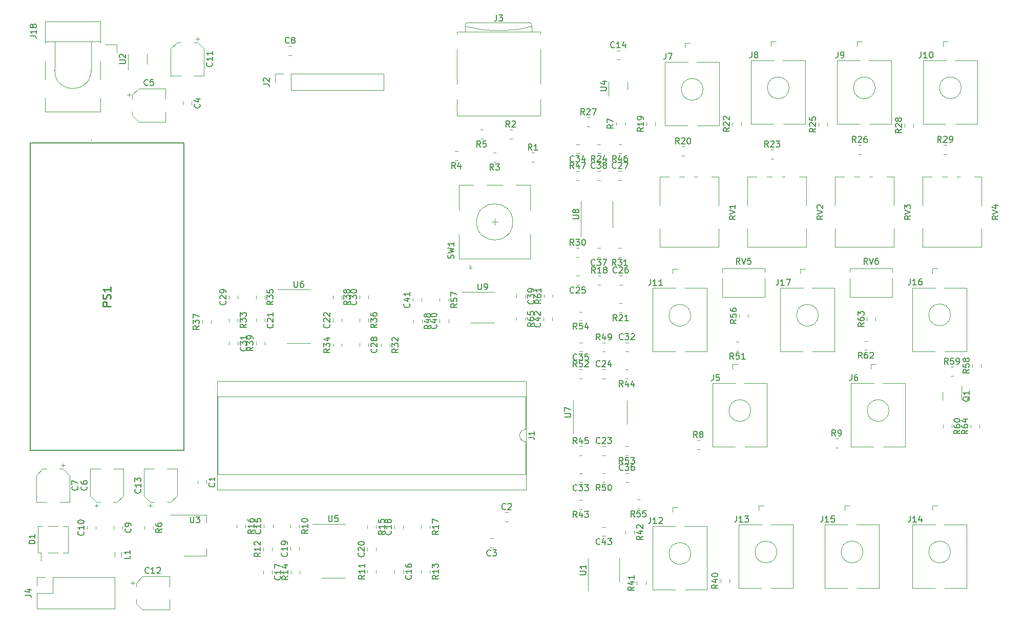
<source format=gbr>
%TF.GenerationSoftware,KiCad,Pcbnew,(6.0.5-0)*%
%TF.CreationDate,2022-09-18T01:29:25-07:00*%
%TF.ProjectId,Seed Test 01.01,53656564-2054-4657-9374-2030312e3031,rev?*%
%TF.SameCoordinates,Original*%
%TF.FileFunction,Legend,Top*%
%TF.FilePolarity,Positive*%
%FSLAX46Y46*%
G04 Gerber Fmt 4.6, Leading zero omitted, Abs format (unit mm)*
G04 Created by KiCad (PCBNEW (6.0.5-0)) date 2022-09-18 01:29:25*
%MOMM*%
%LPD*%
G01*
G04 APERTURE LIST*
%ADD10C,0.150000*%
%ADD11C,0.254000*%
%ADD12C,0.120000*%
%ADD13C,0.200000*%
%ADD14C,0.100000*%
G04 APERTURE END LIST*
D10*
%TO.C,C17*%
X111200142Y-136895357D02*
X111247761Y-136942976D01*
X111295380Y-137085833D01*
X111295380Y-137181071D01*
X111247761Y-137323928D01*
X111152523Y-137419166D01*
X111057285Y-137466785D01*
X110866809Y-137514404D01*
X110723952Y-137514404D01*
X110533476Y-137466785D01*
X110438238Y-137419166D01*
X110343000Y-137323928D01*
X110295380Y-137181071D01*
X110295380Y-137085833D01*
X110343000Y-136942976D01*
X110390619Y-136895357D01*
X111295380Y-135942976D02*
X111295380Y-136514404D01*
X111295380Y-136228690D02*
X110295380Y-136228690D01*
X110438238Y-136323928D01*
X110533476Y-136419166D01*
X110581095Y-136514404D01*
X110295380Y-135609642D02*
X110295380Y-134942976D01*
X111295380Y-135371547D01*
%TO.C,R32*%
X130731380Y-99353793D02*
X130255190Y-99687126D01*
X130731380Y-99925221D02*
X129731380Y-99925221D01*
X129731380Y-99544269D01*
X129779000Y-99449031D01*
X129826619Y-99401412D01*
X129921857Y-99353793D01*
X130064714Y-99353793D01*
X130159952Y-99401412D01*
X130207571Y-99449031D01*
X130255190Y-99544269D01*
X130255190Y-99925221D01*
X129731380Y-99020459D02*
X129731380Y-98401412D01*
X130112333Y-98734745D01*
X130112333Y-98591888D01*
X130159952Y-98496650D01*
X130207571Y-98449031D01*
X130302809Y-98401412D01*
X130540904Y-98401412D01*
X130636142Y-98449031D01*
X130683761Y-98496650D01*
X130731380Y-98591888D01*
X130731380Y-98877602D01*
X130683761Y-98972840D01*
X130636142Y-99020459D01*
X129826619Y-98020459D02*
X129779000Y-97972840D01*
X129731380Y-97877602D01*
X129731380Y-97639507D01*
X129779000Y-97544269D01*
X129826619Y-97496650D01*
X129921857Y-97449031D01*
X130017095Y-97449031D01*
X130159952Y-97496650D01*
X130731380Y-98068078D01*
X130731380Y-97449031D01*
%TO.C,R14*%
X112537380Y-136895357D02*
X112061190Y-137228690D01*
X112537380Y-137466785D02*
X111537380Y-137466785D01*
X111537380Y-137085833D01*
X111585000Y-136990595D01*
X111632619Y-136942976D01*
X111727857Y-136895357D01*
X111870714Y-136895357D01*
X111965952Y-136942976D01*
X112013571Y-136990595D01*
X112061190Y-137085833D01*
X112061190Y-137466785D01*
X112537380Y-135942976D02*
X112537380Y-136514404D01*
X112537380Y-136228690D02*
X111537380Y-136228690D01*
X111680238Y-136323928D01*
X111775476Y-136419166D01*
X111823095Y-136514404D01*
X111870714Y-135085833D02*
X112537380Y-135085833D01*
X111489761Y-135323928D02*
X112204047Y-135562023D01*
X112204047Y-134942976D01*
%TO.C,R53*%
X167891142Y-118312380D02*
X167557809Y-117836190D01*
X167319714Y-118312380D02*
X167319714Y-117312380D01*
X167700666Y-117312380D01*
X167795904Y-117360000D01*
X167843523Y-117407619D01*
X167891142Y-117502857D01*
X167891142Y-117645714D01*
X167843523Y-117740952D01*
X167795904Y-117788571D01*
X167700666Y-117836190D01*
X167319714Y-117836190D01*
X168795904Y-117312380D02*
X168319714Y-117312380D01*
X168272095Y-117788571D01*
X168319714Y-117740952D01*
X168414952Y-117693333D01*
X168653047Y-117693333D01*
X168748285Y-117740952D01*
X168795904Y-117788571D01*
X168843523Y-117883809D01*
X168843523Y-118121904D01*
X168795904Y-118217142D01*
X168748285Y-118264761D01*
X168653047Y-118312380D01*
X168414952Y-118312380D01*
X168319714Y-118264761D01*
X168272095Y-118217142D01*
X169176857Y-117312380D02*
X169795904Y-117312380D01*
X169462571Y-117693333D01*
X169605428Y-117693333D01*
X169700666Y-117740952D01*
X169748285Y-117788571D01*
X169795904Y-117883809D01*
X169795904Y-118121904D01*
X169748285Y-118217142D01*
X169700666Y-118264761D01*
X169605428Y-118312380D01*
X169319714Y-118312380D01*
X169224476Y-118264761D01*
X169176857Y-118217142D01*
%TO.C,C3*%
X146015333Y-133487142D02*
X145967714Y-133534761D01*
X145824857Y-133582380D01*
X145729619Y-133582380D01*
X145586761Y-133534761D01*
X145491523Y-133439523D01*
X145443904Y-133344285D01*
X145396285Y-133153809D01*
X145396285Y-133010952D01*
X145443904Y-132820476D01*
X145491523Y-132725238D01*
X145586761Y-132630000D01*
X145729619Y-132582380D01*
X145824857Y-132582380D01*
X145967714Y-132630000D01*
X146015333Y-132677619D01*
X146348666Y-132582380D02*
X146967714Y-132582380D01*
X146634380Y-132963333D01*
X146777238Y-132963333D01*
X146872476Y-133010952D01*
X146920095Y-133058571D01*
X146967714Y-133153809D01*
X146967714Y-133391904D01*
X146920095Y-133487142D01*
X146872476Y-133534761D01*
X146777238Y-133582380D01*
X146491523Y-133582380D01*
X146396285Y-133534761D01*
X146348666Y-133487142D01*
%TO.C,U1*%
X160776380Y-136656904D02*
X161585904Y-136656904D01*
X161681142Y-136609285D01*
X161728761Y-136561666D01*
X161776380Y-136466428D01*
X161776380Y-136275952D01*
X161728761Y-136180714D01*
X161681142Y-136133095D01*
X161585904Y-136085476D01*
X160776380Y-136085476D01*
X161776380Y-135085476D02*
X161776380Y-135656904D01*
X161776380Y-135371190D02*
X160776380Y-135371190D01*
X160919238Y-135466428D01*
X161014476Y-135561666D01*
X161062095Y-135656904D01*
%TO.C,C8*%
X112714333Y-48747078D02*
X112666714Y-48794697D01*
X112523857Y-48842316D01*
X112428619Y-48842316D01*
X112285761Y-48794697D01*
X112190523Y-48699459D01*
X112142904Y-48604221D01*
X112095285Y-48413745D01*
X112095285Y-48270888D01*
X112142904Y-48080412D01*
X112190523Y-47985174D01*
X112285761Y-47889936D01*
X112428619Y-47842316D01*
X112523857Y-47842316D01*
X112666714Y-47889936D01*
X112714333Y-47937555D01*
X113285761Y-48270888D02*
X113190523Y-48223269D01*
X113142904Y-48175650D01*
X113095285Y-48080412D01*
X113095285Y-48032793D01*
X113142904Y-47937555D01*
X113190523Y-47889936D01*
X113285761Y-47842316D01*
X113476238Y-47842316D01*
X113571476Y-47889936D01*
X113619095Y-47937555D01*
X113666714Y-48032793D01*
X113666714Y-48080412D01*
X113619095Y-48175650D01*
X113571476Y-48223269D01*
X113476238Y-48270888D01*
X113285761Y-48270888D01*
X113190523Y-48318507D01*
X113142904Y-48366126D01*
X113095285Y-48461364D01*
X113095285Y-48651840D01*
X113142904Y-48747078D01*
X113190523Y-48794697D01*
X113285761Y-48842316D01*
X113476238Y-48842316D01*
X113571476Y-48794697D01*
X113619095Y-48747078D01*
X113666714Y-48651840D01*
X113666714Y-48461364D01*
X113619095Y-48366126D01*
X113571476Y-48318507D01*
X113476238Y-48270888D01*
%TO.C,U7*%
X158261380Y-110621904D02*
X159070904Y-110621904D01*
X159166142Y-110574285D01*
X159213761Y-110526666D01*
X159261380Y-110431428D01*
X159261380Y-110240952D01*
X159213761Y-110145714D01*
X159166142Y-110098095D01*
X159070904Y-110050476D01*
X158261380Y-110050476D01*
X158261380Y-109669523D02*
X158261380Y-109002857D01*
X159261380Y-109431428D01*
%TO.C,R30*%
X159763142Y-82246380D02*
X159429809Y-81770190D01*
X159191714Y-82246380D02*
X159191714Y-81246380D01*
X159572666Y-81246380D01*
X159667904Y-81294000D01*
X159715523Y-81341619D01*
X159763142Y-81436857D01*
X159763142Y-81579714D01*
X159715523Y-81674952D01*
X159667904Y-81722571D01*
X159572666Y-81770190D01*
X159191714Y-81770190D01*
X160096476Y-81246380D02*
X160715523Y-81246380D01*
X160382190Y-81627333D01*
X160525047Y-81627333D01*
X160620285Y-81674952D01*
X160667904Y-81722571D01*
X160715523Y-81817809D01*
X160715523Y-82055904D01*
X160667904Y-82151142D01*
X160620285Y-82198761D01*
X160525047Y-82246380D01*
X160239333Y-82246380D01*
X160144095Y-82198761D01*
X160096476Y-82151142D01*
X161334571Y-81246380D02*
X161429809Y-81246380D01*
X161525047Y-81294000D01*
X161572666Y-81341619D01*
X161620285Y-81436857D01*
X161667904Y-81627333D01*
X161667904Y-81865428D01*
X161620285Y-82055904D01*
X161572666Y-82151142D01*
X161525047Y-82198761D01*
X161429809Y-82246380D01*
X161334571Y-82246380D01*
X161239333Y-82198761D01*
X161191714Y-82151142D01*
X161144095Y-82055904D01*
X161096476Y-81865428D01*
X161096476Y-81627333D01*
X161144095Y-81436857D01*
X161191714Y-81341619D01*
X161239333Y-81294000D01*
X161334571Y-81246380D01*
%TO.C,J4*%
X69077380Y-140038333D02*
X69791666Y-140038333D01*
X69934523Y-140085952D01*
X70029761Y-140181190D01*
X70077380Y-140324047D01*
X70077380Y-140419285D01*
X69410714Y-139133571D02*
X70077380Y-139133571D01*
X69029761Y-139371666D02*
X69744047Y-139609761D01*
X69744047Y-138990714D01*
%TO.C,C36*%
X167891142Y-119332142D02*
X167843523Y-119379761D01*
X167700666Y-119427380D01*
X167605428Y-119427380D01*
X167462571Y-119379761D01*
X167367333Y-119284523D01*
X167319714Y-119189285D01*
X167272095Y-118998809D01*
X167272095Y-118855952D01*
X167319714Y-118665476D01*
X167367333Y-118570238D01*
X167462571Y-118475000D01*
X167605428Y-118427380D01*
X167700666Y-118427380D01*
X167843523Y-118475000D01*
X167891142Y-118522619D01*
X168224476Y-118427380D02*
X168843523Y-118427380D01*
X168510190Y-118808333D01*
X168653047Y-118808333D01*
X168748285Y-118855952D01*
X168795904Y-118903571D01*
X168843523Y-118998809D01*
X168843523Y-119236904D01*
X168795904Y-119332142D01*
X168748285Y-119379761D01*
X168653047Y-119427380D01*
X168367333Y-119427380D01*
X168272095Y-119379761D01*
X168224476Y-119332142D01*
X169700666Y-118427380D02*
X169510190Y-118427380D01*
X169414952Y-118475000D01*
X169367333Y-118522619D01*
X169272095Y-118665476D01*
X169224476Y-118855952D01*
X169224476Y-119236904D01*
X169272095Y-119332142D01*
X169319714Y-119379761D01*
X169414952Y-119427380D01*
X169605428Y-119427380D01*
X169700666Y-119379761D01*
X169748285Y-119332142D01*
X169795904Y-119236904D01*
X169795904Y-118998809D01*
X169748285Y-118903571D01*
X169700666Y-118855952D01*
X169605428Y-118808333D01*
X169414952Y-118808333D01*
X169319714Y-118855952D01*
X169272095Y-118903571D01*
X169224476Y-118998809D01*
%TO.C,R61*%
X154355380Y-91249293D02*
X153879190Y-91582626D01*
X154355380Y-91820721D02*
X153355380Y-91820721D01*
X153355380Y-91439769D01*
X153403000Y-91344531D01*
X153450619Y-91296912D01*
X153545857Y-91249293D01*
X153688714Y-91249293D01*
X153783952Y-91296912D01*
X153831571Y-91344531D01*
X153879190Y-91439769D01*
X153879190Y-91820721D01*
X153355380Y-90392150D02*
X153355380Y-90582626D01*
X153403000Y-90677864D01*
X153450619Y-90725483D01*
X153593476Y-90820721D01*
X153783952Y-90868340D01*
X154164904Y-90868340D01*
X154260142Y-90820721D01*
X154307761Y-90773102D01*
X154355380Y-90677864D01*
X154355380Y-90487388D01*
X154307761Y-90392150D01*
X154260142Y-90344531D01*
X154164904Y-90296912D01*
X153926809Y-90296912D01*
X153831571Y-90344531D01*
X153783952Y-90392150D01*
X153736333Y-90487388D01*
X153736333Y-90677864D01*
X153783952Y-90773102D01*
X153831571Y-90820721D01*
X153926809Y-90868340D01*
X154355380Y-89344531D02*
X154355380Y-89915959D01*
X154355380Y-89630245D02*
X153355380Y-89630245D01*
X153498238Y-89725483D01*
X153593476Y-89820721D01*
X153641095Y-89915959D01*
%TO.C,R13*%
X137362380Y-136791857D02*
X136886190Y-137125190D01*
X137362380Y-137363285D02*
X136362380Y-137363285D01*
X136362380Y-136982333D01*
X136410000Y-136887095D01*
X136457619Y-136839476D01*
X136552857Y-136791857D01*
X136695714Y-136791857D01*
X136790952Y-136839476D01*
X136838571Y-136887095D01*
X136886190Y-136982333D01*
X136886190Y-137363285D01*
X137362380Y-135839476D02*
X137362380Y-136410904D01*
X137362380Y-136125190D02*
X136362380Y-136125190D01*
X136505238Y-136220428D01*
X136600476Y-136315666D01*
X136648095Y-136410904D01*
X136362380Y-135506142D02*
X136362380Y-134887095D01*
X136743333Y-135220428D01*
X136743333Y-135077571D01*
X136790952Y-134982333D01*
X136838571Y-134934714D01*
X136933809Y-134887095D01*
X137171904Y-134887095D01*
X137267142Y-134934714D01*
X137314761Y-134982333D01*
X137362380Y-135077571D01*
X137362380Y-135363285D01*
X137314761Y-135458523D01*
X137267142Y-135506142D01*
%TO.C,RV6*%
X208309761Y-85354380D02*
X207976428Y-84878190D01*
X207738333Y-85354380D02*
X207738333Y-84354380D01*
X208119285Y-84354380D01*
X208214523Y-84402000D01*
X208262142Y-84449619D01*
X208309761Y-84544857D01*
X208309761Y-84687714D01*
X208262142Y-84782952D01*
X208214523Y-84830571D01*
X208119285Y-84878190D01*
X207738333Y-84878190D01*
X208595476Y-84354380D02*
X208928809Y-85354380D01*
X209262142Y-84354380D01*
X210024047Y-84354380D02*
X209833571Y-84354380D01*
X209738333Y-84402000D01*
X209690714Y-84449619D01*
X209595476Y-84592476D01*
X209547857Y-84782952D01*
X209547857Y-85163904D01*
X209595476Y-85259142D01*
X209643095Y-85306761D01*
X209738333Y-85354380D01*
X209928809Y-85354380D01*
X210024047Y-85306761D01*
X210071666Y-85259142D01*
X210119285Y-85163904D01*
X210119285Y-84925809D01*
X210071666Y-84830571D01*
X210024047Y-84782952D01*
X209928809Y-84735333D01*
X209738333Y-84735333D01*
X209643095Y-84782952D01*
X209595476Y-84830571D01*
X209547857Y-84925809D01*
%TO.C,C18*%
X129492142Y-129425857D02*
X129539761Y-129473476D01*
X129587380Y-129616333D01*
X129587380Y-129711571D01*
X129539761Y-129854428D01*
X129444523Y-129949666D01*
X129349285Y-129997285D01*
X129158809Y-130044904D01*
X129015952Y-130044904D01*
X128825476Y-129997285D01*
X128730238Y-129949666D01*
X128635000Y-129854428D01*
X128587380Y-129711571D01*
X128587380Y-129616333D01*
X128635000Y-129473476D01*
X128682619Y-129425857D01*
X129587380Y-128473476D02*
X129587380Y-129044904D01*
X129587380Y-128759190D02*
X128587380Y-128759190D01*
X128730238Y-128854428D01*
X128825476Y-128949666D01*
X128873095Y-129044904D01*
X129015952Y-127902047D02*
X128968333Y-127997285D01*
X128920714Y-128044904D01*
X128825476Y-128092523D01*
X128777857Y-128092523D01*
X128682619Y-128044904D01*
X128635000Y-127997285D01*
X128587380Y-127902047D01*
X128587380Y-127711571D01*
X128635000Y-127616333D01*
X128682619Y-127568714D01*
X128777857Y-127521095D01*
X128825476Y-127521095D01*
X128920714Y-127568714D01*
X128968333Y-127616333D01*
X129015952Y-127711571D01*
X129015952Y-127902047D01*
X129063571Y-127997285D01*
X129111190Y-128044904D01*
X129206428Y-128092523D01*
X129396904Y-128092523D01*
X129492142Y-128044904D01*
X129539761Y-127997285D01*
X129587380Y-127902047D01*
X129587380Y-127711571D01*
X129539761Y-127616333D01*
X129492142Y-127568714D01*
X129396904Y-127521095D01*
X129206428Y-127521095D01*
X129111190Y-127568714D01*
X129063571Y-127616333D01*
X129015952Y-127711571D01*
%TO.C,R20*%
X177162142Y-65482380D02*
X176828809Y-65006190D01*
X176590714Y-65482380D02*
X176590714Y-64482380D01*
X176971666Y-64482380D01*
X177066904Y-64530000D01*
X177114523Y-64577619D01*
X177162142Y-64672857D01*
X177162142Y-64815714D01*
X177114523Y-64910952D01*
X177066904Y-64958571D01*
X176971666Y-65006190D01*
X176590714Y-65006190D01*
X177543095Y-64577619D02*
X177590714Y-64530000D01*
X177685952Y-64482380D01*
X177924047Y-64482380D01*
X178019285Y-64530000D01*
X178066904Y-64577619D01*
X178114523Y-64672857D01*
X178114523Y-64768095D01*
X178066904Y-64910952D01*
X177495476Y-65482380D01*
X178114523Y-65482380D01*
X178733571Y-64482380D02*
X178828809Y-64482380D01*
X178924047Y-64530000D01*
X178971666Y-64577619D01*
X179019285Y-64672857D01*
X179066904Y-64863333D01*
X179066904Y-65101428D01*
X179019285Y-65291904D01*
X178971666Y-65387142D01*
X178924047Y-65434761D01*
X178828809Y-65482380D01*
X178733571Y-65482380D01*
X178638333Y-65434761D01*
X178590714Y-65387142D01*
X178543095Y-65291904D01*
X178495476Y-65101428D01*
X178495476Y-64863333D01*
X178543095Y-64672857D01*
X178590714Y-64577619D01*
X178638333Y-64530000D01*
X178733571Y-64482380D01*
%TO.C,D1*%
X70717380Y-131553095D02*
X69717380Y-131553095D01*
X69717380Y-131315000D01*
X69765000Y-131172142D01*
X69860238Y-131076904D01*
X69955476Y-131029285D01*
X70145952Y-130981666D01*
X70288809Y-130981666D01*
X70479285Y-131029285D01*
X70574523Y-131076904D01*
X70669761Y-131172142D01*
X70717380Y-131315000D01*
X70717380Y-131553095D01*
X70717380Y-130029285D02*
X70717380Y-130600714D01*
X70717380Y-130315000D02*
X69717380Y-130315000D01*
X69860238Y-130410238D01*
X69955476Y-130505476D01*
X70003095Y-130600714D01*
%TO.C,C37*%
X163258142Y-85481142D02*
X163210523Y-85528761D01*
X163067666Y-85576380D01*
X162972428Y-85576380D01*
X162829571Y-85528761D01*
X162734333Y-85433523D01*
X162686714Y-85338285D01*
X162639095Y-85147809D01*
X162639095Y-85004952D01*
X162686714Y-84814476D01*
X162734333Y-84719238D01*
X162829571Y-84624000D01*
X162972428Y-84576380D01*
X163067666Y-84576380D01*
X163210523Y-84624000D01*
X163258142Y-84671619D01*
X163591476Y-84576380D02*
X164210523Y-84576380D01*
X163877190Y-84957333D01*
X164020047Y-84957333D01*
X164115285Y-85004952D01*
X164162904Y-85052571D01*
X164210523Y-85147809D01*
X164210523Y-85385904D01*
X164162904Y-85481142D01*
X164115285Y-85528761D01*
X164020047Y-85576380D01*
X163734333Y-85576380D01*
X163639095Y-85528761D01*
X163591476Y-85481142D01*
X164543857Y-84576380D02*
X165210523Y-84576380D01*
X164781952Y-85576380D01*
%TO.C,R59*%
X221612142Y-101882880D02*
X221278809Y-101406690D01*
X221040714Y-101882880D02*
X221040714Y-100882880D01*
X221421666Y-100882880D01*
X221516904Y-100930500D01*
X221564523Y-100978119D01*
X221612142Y-101073357D01*
X221612142Y-101216214D01*
X221564523Y-101311452D01*
X221516904Y-101359071D01*
X221421666Y-101406690D01*
X221040714Y-101406690D01*
X222516904Y-100882880D02*
X222040714Y-100882880D01*
X221993095Y-101359071D01*
X222040714Y-101311452D01*
X222135952Y-101263833D01*
X222374047Y-101263833D01*
X222469285Y-101311452D01*
X222516904Y-101359071D01*
X222564523Y-101454309D01*
X222564523Y-101692404D01*
X222516904Y-101787642D01*
X222469285Y-101835261D01*
X222374047Y-101882880D01*
X222135952Y-101882880D01*
X222040714Y-101835261D01*
X221993095Y-101787642D01*
X223040714Y-101882880D02*
X223231190Y-101882880D01*
X223326428Y-101835261D01*
X223374047Y-101787642D01*
X223469285Y-101644785D01*
X223516904Y-101454309D01*
X223516904Y-101073357D01*
X223469285Y-100978119D01*
X223421666Y-100930500D01*
X223326428Y-100882880D01*
X223135952Y-100882880D01*
X223040714Y-100930500D01*
X222993095Y-100978119D01*
X222945476Y-101073357D01*
X222945476Y-101311452D01*
X222993095Y-101406690D01*
X223040714Y-101454309D01*
X223135952Y-101501928D01*
X223326428Y-101501928D01*
X223421666Y-101454309D01*
X223469285Y-101406690D01*
X223516904Y-101311452D01*
%TO.C,R38*%
X122757380Y-91452857D02*
X122281190Y-91786190D01*
X122757380Y-92024285D02*
X121757380Y-92024285D01*
X121757380Y-91643333D01*
X121805000Y-91548095D01*
X121852619Y-91500476D01*
X121947857Y-91452857D01*
X122090714Y-91452857D01*
X122185952Y-91500476D01*
X122233571Y-91548095D01*
X122281190Y-91643333D01*
X122281190Y-92024285D01*
X121757380Y-91119523D02*
X121757380Y-90500476D01*
X122138333Y-90833809D01*
X122138333Y-90690952D01*
X122185952Y-90595714D01*
X122233571Y-90548095D01*
X122328809Y-90500476D01*
X122566904Y-90500476D01*
X122662142Y-90548095D01*
X122709761Y-90595714D01*
X122757380Y-90690952D01*
X122757380Y-90976666D01*
X122709761Y-91071904D01*
X122662142Y-91119523D01*
X122185952Y-89929047D02*
X122138333Y-90024285D01*
X122090714Y-90071904D01*
X121995476Y-90119523D01*
X121947857Y-90119523D01*
X121852619Y-90071904D01*
X121805000Y-90024285D01*
X121757380Y-89929047D01*
X121757380Y-89738571D01*
X121805000Y-89643333D01*
X121852619Y-89595714D01*
X121947857Y-89548095D01*
X121995476Y-89548095D01*
X122090714Y-89595714D01*
X122138333Y-89643333D01*
X122185952Y-89738571D01*
X122185952Y-89929047D01*
X122233571Y-90024285D01*
X122281190Y-90071904D01*
X122376428Y-90119523D01*
X122566904Y-90119523D01*
X122662142Y-90071904D01*
X122709761Y-90024285D01*
X122757380Y-89929047D01*
X122757380Y-89738571D01*
X122709761Y-89643333D01*
X122662142Y-89595714D01*
X122566904Y-89548095D01*
X122376428Y-89548095D01*
X122281190Y-89595714D01*
X122233571Y-89643333D01*
X122185952Y-89738571D01*
%TO.C,C38*%
X163253142Y-69421142D02*
X163205523Y-69468761D01*
X163062666Y-69516380D01*
X162967428Y-69516380D01*
X162824571Y-69468761D01*
X162729333Y-69373523D01*
X162681714Y-69278285D01*
X162634095Y-69087809D01*
X162634095Y-68944952D01*
X162681714Y-68754476D01*
X162729333Y-68659238D01*
X162824571Y-68564000D01*
X162967428Y-68516380D01*
X163062666Y-68516380D01*
X163205523Y-68564000D01*
X163253142Y-68611619D01*
X163586476Y-68516380D02*
X164205523Y-68516380D01*
X163872190Y-68897333D01*
X164015047Y-68897333D01*
X164110285Y-68944952D01*
X164157904Y-68992571D01*
X164205523Y-69087809D01*
X164205523Y-69325904D01*
X164157904Y-69421142D01*
X164110285Y-69468761D01*
X164015047Y-69516380D01*
X163729333Y-69516380D01*
X163634095Y-69468761D01*
X163586476Y-69421142D01*
X164776952Y-68944952D02*
X164681714Y-68897333D01*
X164634095Y-68849714D01*
X164586476Y-68754476D01*
X164586476Y-68706857D01*
X164634095Y-68611619D01*
X164681714Y-68564000D01*
X164776952Y-68516380D01*
X164967428Y-68516380D01*
X165062666Y-68564000D01*
X165110285Y-68611619D01*
X165157904Y-68706857D01*
X165157904Y-68754476D01*
X165110285Y-68849714D01*
X165062666Y-68897333D01*
X164967428Y-68944952D01*
X164776952Y-68944952D01*
X164681714Y-68992571D01*
X164634095Y-69040190D01*
X164586476Y-69135428D01*
X164586476Y-69325904D01*
X164634095Y-69421142D01*
X164681714Y-69468761D01*
X164776952Y-69516380D01*
X164967428Y-69516380D01*
X165062666Y-69468761D01*
X165110285Y-69421142D01*
X165157904Y-69325904D01*
X165157904Y-69135428D01*
X165110285Y-69040190D01*
X165062666Y-68992571D01*
X164967428Y-68944952D01*
%TO.C,R48*%
X136065380Y-95416793D02*
X135589190Y-95750126D01*
X136065380Y-95988221D02*
X135065380Y-95988221D01*
X135065380Y-95607269D01*
X135113000Y-95512031D01*
X135160619Y-95464412D01*
X135255857Y-95416793D01*
X135398714Y-95416793D01*
X135493952Y-95464412D01*
X135541571Y-95512031D01*
X135589190Y-95607269D01*
X135589190Y-95988221D01*
X135398714Y-94559650D02*
X136065380Y-94559650D01*
X135017761Y-94797745D02*
X135732047Y-95035840D01*
X135732047Y-94416793D01*
X135493952Y-93892983D02*
X135446333Y-93988221D01*
X135398714Y-94035840D01*
X135303476Y-94083459D01*
X135255857Y-94083459D01*
X135160619Y-94035840D01*
X135113000Y-93988221D01*
X135065380Y-93892983D01*
X135065380Y-93702507D01*
X135113000Y-93607269D01*
X135160619Y-93559650D01*
X135255857Y-93512031D01*
X135303476Y-93512031D01*
X135398714Y-93559650D01*
X135446333Y-93607269D01*
X135493952Y-93702507D01*
X135493952Y-93892983D01*
X135541571Y-93988221D01*
X135589190Y-94035840D01*
X135684428Y-94083459D01*
X135874904Y-94083459D01*
X135970142Y-94035840D01*
X136017761Y-93988221D01*
X136065380Y-93892983D01*
X136065380Y-93702507D01*
X136017761Y-93607269D01*
X135970142Y-93559650D01*
X135874904Y-93512031D01*
X135684428Y-93512031D01*
X135589190Y-93559650D01*
X135541571Y-93607269D01*
X135493952Y-93702507D01*
%TO.C,C32*%
X167891142Y-97742142D02*
X167843523Y-97789761D01*
X167700666Y-97837380D01*
X167605428Y-97837380D01*
X167462571Y-97789761D01*
X167367333Y-97694523D01*
X167319714Y-97599285D01*
X167272095Y-97408809D01*
X167272095Y-97265952D01*
X167319714Y-97075476D01*
X167367333Y-96980238D01*
X167462571Y-96885000D01*
X167605428Y-96837380D01*
X167700666Y-96837380D01*
X167843523Y-96885000D01*
X167891142Y-96932619D01*
X168224476Y-96837380D02*
X168843523Y-96837380D01*
X168510190Y-97218333D01*
X168653047Y-97218333D01*
X168748285Y-97265952D01*
X168795904Y-97313571D01*
X168843523Y-97408809D01*
X168843523Y-97646904D01*
X168795904Y-97742142D01*
X168748285Y-97789761D01*
X168653047Y-97837380D01*
X168367333Y-97837380D01*
X168272095Y-97789761D01*
X168224476Y-97742142D01*
X169224476Y-96932619D02*
X169272095Y-96885000D01*
X169367333Y-96837380D01*
X169605428Y-96837380D01*
X169700666Y-96885000D01*
X169748285Y-96932619D01*
X169795904Y-97027857D01*
X169795904Y-97123095D01*
X169748285Y-97265952D01*
X169176857Y-97837380D01*
X169795904Y-97837380D01*
%TO.C,R51*%
X186179142Y-101023380D02*
X185845809Y-100547190D01*
X185607714Y-101023380D02*
X185607714Y-100023380D01*
X185988666Y-100023380D01*
X186083904Y-100071000D01*
X186131523Y-100118619D01*
X186179142Y-100213857D01*
X186179142Y-100356714D01*
X186131523Y-100451952D01*
X186083904Y-100499571D01*
X185988666Y-100547190D01*
X185607714Y-100547190D01*
X187083904Y-100023380D02*
X186607714Y-100023380D01*
X186560095Y-100499571D01*
X186607714Y-100451952D01*
X186702952Y-100404333D01*
X186941047Y-100404333D01*
X187036285Y-100451952D01*
X187083904Y-100499571D01*
X187131523Y-100594809D01*
X187131523Y-100832904D01*
X187083904Y-100928142D01*
X187036285Y-100975761D01*
X186941047Y-101023380D01*
X186702952Y-101023380D01*
X186607714Y-100975761D01*
X186560095Y-100928142D01*
X188083904Y-101023380D02*
X187512476Y-101023380D01*
X187798190Y-101023380D02*
X187798190Y-100023380D01*
X187702952Y-100166238D01*
X187607714Y-100261476D01*
X187512476Y-100309095D01*
%TO.C,R25*%
X199721380Y-62916357D02*
X199245190Y-63249690D01*
X199721380Y-63487785D02*
X198721380Y-63487785D01*
X198721380Y-63106833D01*
X198769000Y-63011595D01*
X198816619Y-62963976D01*
X198911857Y-62916357D01*
X199054714Y-62916357D01*
X199149952Y-62963976D01*
X199197571Y-63011595D01*
X199245190Y-63106833D01*
X199245190Y-63487785D01*
X198816619Y-62535404D02*
X198769000Y-62487785D01*
X198721380Y-62392547D01*
X198721380Y-62154452D01*
X198769000Y-62059214D01*
X198816619Y-62011595D01*
X198911857Y-61963976D01*
X199007095Y-61963976D01*
X199149952Y-62011595D01*
X199721380Y-62583023D01*
X199721380Y-61963976D01*
X198721380Y-61059214D02*
X198721380Y-61535404D01*
X199197571Y-61583023D01*
X199149952Y-61535404D01*
X199102333Y-61440166D01*
X199102333Y-61202071D01*
X199149952Y-61106833D01*
X199197571Y-61059214D01*
X199292809Y-61011595D01*
X199530904Y-61011595D01*
X199626142Y-61059214D01*
X199673761Y-61106833D01*
X199721380Y-61202071D01*
X199721380Y-61440166D01*
X199673761Y-61535404D01*
X199626142Y-61583023D01*
%TO.C,C21*%
X109992142Y-95262857D02*
X110039761Y-95310476D01*
X110087380Y-95453333D01*
X110087380Y-95548571D01*
X110039761Y-95691428D01*
X109944523Y-95786666D01*
X109849285Y-95834285D01*
X109658809Y-95881904D01*
X109515952Y-95881904D01*
X109325476Y-95834285D01*
X109230238Y-95786666D01*
X109135000Y-95691428D01*
X109087380Y-95548571D01*
X109087380Y-95453333D01*
X109135000Y-95310476D01*
X109182619Y-95262857D01*
X109182619Y-94881904D02*
X109135000Y-94834285D01*
X109087380Y-94739047D01*
X109087380Y-94500952D01*
X109135000Y-94405714D01*
X109182619Y-94358095D01*
X109277857Y-94310476D01*
X109373095Y-94310476D01*
X109515952Y-94358095D01*
X110087380Y-94929523D01*
X110087380Y-94310476D01*
X110087380Y-93358095D02*
X110087380Y-93929523D01*
X110087380Y-93643809D02*
X109087380Y-93643809D01*
X109230238Y-93739047D01*
X109325476Y-93834285D01*
X109373095Y-93929523D01*
%TO.C,R57*%
X140445380Y-91884293D02*
X139969190Y-92217626D01*
X140445380Y-92455721D02*
X139445380Y-92455721D01*
X139445380Y-92074769D01*
X139493000Y-91979531D01*
X139540619Y-91931912D01*
X139635857Y-91884293D01*
X139778714Y-91884293D01*
X139873952Y-91931912D01*
X139921571Y-91979531D01*
X139969190Y-92074769D01*
X139969190Y-92455721D01*
X139445380Y-90979531D02*
X139445380Y-91455721D01*
X139921571Y-91503340D01*
X139873952Y-91455721D01*
X139826333Y-91360483D01*
X139826333Y-91122388D01*
X139873952Y-91027150D01*
X139921571Y-90979531D01*
X140016809Y-90931912D01*
X140254904Y-90931912D01*
X140350142Y-90979531D01*
X140397761Y-91027150D01*
X140445380Y-91122388D01*
X140445380Y-91360483D01*
X140397761Y-91455721D01*
X140350142Y-91503340D01*
X139445380Y-90598578D02*
X139445380Y-89931912D01*
X140445380Y-90360483D01*
%TO.C,J9*%
X203413666Y-50256380D02*
X203413666Y-50970666D01*
X203366047Y-51113523D01*
X203270809Y-51208761D01*
X203127952Y-51256380D01*
X203032714Y-51256380D01*
X203937476Y-51256380D02*
X204127952Y-51256380D01*
X204223190Y-51208761D01*
X204270809Y-51161142D01*
X204366047Y-51018285D01*
X204413666Y-50827809D01*
X204413666Y-50446857D01*
X204366047Y-50351619D01*
X204318428Y-50304000D01*
X204223190Y-50256380D01*
X204032714Y-50256380D01*
X203937476Y-50304000D01*
X203889857Y-50351619D01*
X203842238Y-50446857D01*
X203842238Y-50684952D01*
X203889857Y-50780190D01*
X203937476Y-50827809D01*
X204032714Y-50875428D01*
X204223190Y-50875428D01*
X204318428Y-50827809D01*
X204366047Y-50780190D01*
X204413666Y-50684952D01*
%TO.C,R55*%
X169796142Y-127102316D02*
X169462809Y-126626126D01*
X169224714Y-127102316D02*
X169224714Y-126102316D01*
X169605666Y-126102316D01*
X169700904Y-126149936D01*
X169748523Y-126197555D01*
X169796142Y-126292793D01*
X169796142Y-126435650D01*
X169748523Y-126530888D01*
X169700904Y-126578507D01*
X169605666Y-126626126D01*
X169224714Y-126626126D01*
X170700904Y-126102316D02*
X170224714Y-126102316D01*
X170177095Y-126578507D01*
X170224714Y-126530888D01*
X170319952Y-126483269D01*
X170558047Y-126483269D01*
X170653285Y-126530888D01*
X170700904Y-126578507D01*
X170748523Y-126673745D01*
X170748523Y-126911840D01*
X170700904Y-127007078D01*
X170653285Y-127054697D01*
X170558047Y-127102316D01*
X170319952Y-127102316D01*
X170224714Y-127054697D01*
X170177095Y-127007078D01*
X171653285Y-126102316D02*
X171177095Y-126102316D01*
X171129476Y-126578507D01*
X171177095Y-126530888D01*
X171272333Y-126483269D01*
X171510428Y-126483269D01*
X171605666Y-126530888D01*
X171653285Y-126578507D01*
X171700904Y-126673745D01*
X171700904Y-126911840D01*
X171653285Y-127007078D01*
X171605666Y-127054697D01*
X171510428Y-127102316D01*
X171272333Y-127102316D01*
X171177095Y-127054697D01*
X171129476Y-127007078D01*
%TO.C,RV2*%
X200931380Y-77349238D02*
X200455190Y-77682571D01*
X200931380Y-77920666D02*
X199931380Y-77920666D01*
X199931380Y-77539714D01*
X199979000Y-77444476D01*
X200026619Y-77396857D01*
X200121857Y-77349238D01*
X200264714Y-77349238D01*
X200359952Y-77396857D01*
X200407571Y-77444476D01*
X200455190Y-77539714D01*
X200455190Y-77920666D01*
X199931380Y-77063523D02*
X200931380Y-76730190D01*
X199931380Y-76396857D01*
X200026619Y-76111142D02*
X199979000Y-76063523D01*
X199931380Y-75968285D01*
X199931380Y-75730190D01*
X199979000Y-75634952D01*
X200026619Y-75587333D01*
X200121857Y-75539714D01*
X200217095Y-75539714D01*
X200359952Y-75587333D01*
X200931380Y-76158761D01*
X200931380Y-75539714D01*
%TO.C,C34*%
X159763142Y-68336142D02*
X159715523Y-68383761D01*
X159572666Y-68431380D01*
X159477428Y-68431380D01*
X159334571Y-68383761D01*
X159239333Y-68288523D01*
X159191714Y-68193285D01*
X159144095Y-68002809D01*
X159144095Y-67859952D01*
X159191714Y-67669476D01*
X159239333Y-67574238D01*
X159334571Y-67479000D01*
X159477428Y-67431380D01*
X159572666Y-67431380D01*
X159715523Y-67479000D01*
X159763142Y-67526619D01*
X160096476Y-67431380D02*
X160715523Y-67431380D01*
X160382190Y-67812333D01*
X160525047Y-67812333D01*
X160620285Y-67859952D01*
X160667904Y-67907571D01*
X160715523Y-68002809D01*
X160715523Y-68240904D01*
X160667904Y-68336142D01*
X160620285Y-68383761D01*
X160525047Y-68431380D01*
X160239333Y-68431380D01*
X160144095Y-68383761D01*
X160096476Y-68336142D01*
X161572666Y-67764714D02*
X161572666Y-68431380D01*
X161334571Y-67383761D02*
X161096476Y-68098047D01*
X161715523Y-68098047D01*
%TO.C,SW1*%
X139894761Y-84401333D02*
X139942380Y-84258476D01*
X139942380Y-84020380D01*
X139894761Y-83925142D01*
X139847142Y-83877523D01*
X139751904Y-83829904D01*
X139656666Y-83829904D01*
X139561428Y-83877523D01*
X139513809Y-83925142D01*
X139466190Y-84020380D01*
X139418571Y-84210857D01*
X139370952Y-84306095D01*
X139323333Y-84353714D01*
X139228095Y-84401333D01*
X139132857Y-84401333D01*
X139037619Y-84353714D01*
X138990000Y-84306095D01*
X138942380Y-84210857D01*
X138942380Y-83972761D01*
X138990000Y-83829904D01*
X138942380Y-83496571D02*
X139942380Y-83258476D01*
X139228095Y-83068000D01*
X139942380Y-82877523D01*
X138942380Y-82639428D01*
X139942380Y-81734666D02*
X139942380Y-82306095D01*
X139942380Y-82020380D02*
X138942380Y-82020380D01*
X139085238Y-82115619D01*
X139180476Y-82210857D01*
X139228095Y-82306095D01*
%TO.C,C35*%
X160271142Y-101102142D02*
X160223523Y-101149761D01*
X160080666Y-101197380D01*
X159985428Y-101197380D01*
X159842571Y-101149761D01*
X159747333Y-101054523D01*
X159699714Y-100959285D01*
X159652095Y-100768809D01*
X159652095Y-100625952D01*
X159699714Y-100435476D01*
X159747333Y-100340238D01*
X159842571Y-100245000D01*
X159985428Y-100197380D01*
X160080666Y-100197380D01*
X160223523Y-100245000D01*
X160271142Y-100292619D01*
X160604476Y-100197380D02*
X161223523Y-100197380D01*
X160890190Y-100578333D01*
X161033047Y-100578333D01*
X161128285Y-100625952D01*
X161175904Y-100673571D01*
X161223523Y-100768809D01*
X161223523Y-101006904D01*
X161175904Y-101102142D01*
X161128285Y-101149761D01*
X161033047Y-101197380D01*
X160747333Y-101197380D01*
X160652095Y-101149761D01*
X160604476Y-101102142D01*
X162128285Y-100197380D02*
X161652095Y-100197380D01*
X161604476Y-100673571D01*
X161652095Y-100625952D01*
X161747333Y-100578333D01*
X161985428Y-100578333D01*
X162080666Y-100625952D01*
X162128285Y-100673571D01*
X162175904Y-100768809D01*
X162175904Y-101006904D01*
X162128285Y-101102142D01*
X162080666Y-101149761D01*
X161985428Y-101197380D01*
X161747333Y-101197380D01*
X161652095Y-101149761D01*
X161604476Y-101102142D01*
%TO.C,R24*%
X163268342Y-68401380D02*
X162935009Y-67925190D01*
X162696914Y-68401380D02*
X162696914Y-67401380D01*
X163077866Y-67401380D01*
X163173104Y-67449000D01*
X163220723Y-67496619D01*
X163268342Y-67591857D01*
X163268342Y-67734714D01*
X163220723Y-67829952D01*
X163173104Y-67877571D01*
X163077866Y-67925190D01*
X162696914Y-67925190D01*
X163649295Y-67496619D02*
X163696914Y-67449000D01*
X163792152Y-67401380D01*
X164030247Y-67401380D01*
X164125485Y-67449000D01*
X164173104Y-67496619D01*
X164220723Y-67591857D01*
X164220723Y-67687095D01*
X164173104Y-67829952D01*
X163601676Y-68401380D01*
X164220723Y-68401380D01*
X165077866Y-67734714D02*
X165077866Y-68401380D01*
X164839771Y-67353761D02*
X164601676Y-68068047D01*
X165220723Y-68068047D01*
%TO.C,J11*%
X172457476Y-87848380D02*
X172457476Y-88562666D01*
X172409857Y-88705523D01*
X172314619Y-88800761D01*
X172171761Y-88848380D01*
X172076523Y-88848380D01*
X173457476Y-88848380D02*
X172886047Y-88848380D01*
X173171761Y-88848380D02*
X173171761Y-87848380D01*
X173076523Y-87991238D01*
X172981285Y-88086476D01*
X172886047Y-88134095D01*
X174409857Y-88848380D02*
X173838428Y-88848380D01*
X174124142Y-88848380D02*
X174124142Y-87848380D01*
X174028904Y-87991238D01*
X173933666Y-88086476D01*
X173838428Y-88134095D01*
%TO.C,R60*%
X223595380Y-112788857D02*
X223119190Y-113122190D01*
X223595380Y-113360285D02*
X222595380Y-113360285D01*
X222595380Y-112979333D01*
X222643000Y-112884095D01*
X222690619Y-112836476D01*
X222785857Y-112788857D01*
X222928714Y-112788857D01*
X223023952Y-112836476D01*
X223071571Y-112884095D01*
X223119190Y-112979333D01*
X223119190Y-113360285D01*
X222595380Y-111931714D02*
X222595380Y-112122190D01*
X222643000Y-112217428D01*
X222690619Y-112265047D01*
X222833476Y-112360285D01*
X223023952Y-112407904D01*
X223404904Y-112407904D01*
X223500142Y-112360285D01*
X223547761Y-112312666D01*
X223595380Y-112217428D01*
X223595380Y-112026952D01*
X223547761Y-111931714D01*
X223500142Y-111884095D01*
X223404904Y-111836476D01*
X223166809Y-111836476D01*
X223071571Y-111884095D01*
X223023952Y-111931714D01*
X222976333Y-112026952D01*
X222976333Y-112217428D01*
X223023952Y-112312666D01*
X223071571Y-112360285D01*
X223166809Y-112407904D01*
X222595380Y-111217428D02*
X222595380Y-111122190D01*
X222643000Y-111026952D01*
X222690619Y-110979333D01*
X222785857Y-110931714D01*
X222976333Y-110884095D01*
X223214428Y-110884095D01*
X223404904Y-110931714D01*
X223500142Y-110979333D01*
X223547761Y-111026952D01*
X223595380Y-111122190D01*
X223595380Y-111217428D01*
X223547761Y-111312666D01*
X223500142Y-111360285D01*
X223404904Y-111407904D01*
X223214428Y-111455523D01*
X222976333Y-111455523D01*
X222785857Y-111407904D01*
X222690619Y-111360285D01*
X222643000Y-111312666D01*
X222595380Y-111217428D01*
%TO.C,C31*%
X105547142Y-99072857D02*
X105594761Y-99120476D01*
X105642380Y-99263333D01*
X105642380Y-99358571D01*
X105594761Y-99501428D01*
X105499523Y-99596666D01*
X105404285Y-99644285D01*
X105213809Y-99691904D01*
X105070952Y-99691904D01*
X104880476Y-99644285D01*
X104785238Y-99596666D01*
X104690000Y-99501428D01*
X104642380Y-99358571D01*
X104642380Y-99263333D01*
X104690000Y-99120476D01*
X104737619Y-99072857D01*
X104642380Y-98739523D02*
X104642380Y-98120476D01*
X105023333Y-98453809D01*
X105023333Y-98310952D01*
X105070952Y-98215714D01*
X105118571Y-98168095D01*
X105213809Y-98120476D01*
X105451904Y-98120476D01*
X105547142Y-98168095D01*
X105594761Y-98215714D01*
X105642380Y-98310952D01*
X105642380Y-98596666D01*
X105594761Y-98691904D01*
X105547142Y-98739523D01*
X105642380Y-97168095D02*
X105642380Y-97739523D01*
X105642380Y-97453809D02*
X104642380Y-97453809D01*
X104785238Y-97549047D01*
X104880476Y-97644285D01*
X104928095Y-97739523D01*
%TO.C,R50*%
X164081142Y-122757380D02*
X163747809Y-122281190D01*
X163509714Y-122757380D02*
X163509714Y-121757380D01*
X163890666Y-121757380D01*
X163985904Y-121805000D01*
X164033523Y-121852619D01*
X164081142Y-121947857D01*
X164081142Y-122090714D01*
X164033523Y-122185952D01*
X163985904Y-122233571D01*
X163890666Y-122281190D01*
X163509714Y-122281190D01*
X164985904Y-121757380D02*
X164509714Y-121757380D01*
X164462095Y-122233571D01*
X164509714Y-122185952D01*
X164604952Y-122138333D01*
X164843047Y-122138333D01*
X164938285Y-122185952D01*
X164985904Y-122233571D01*
X165033523Y-122328809D01*
X165033523Y-122566904D01*
X164985904Y-122662142D01*
X164938285Y-122709761D01*
X164843047Y-122757380D01*
X164604952Y-122757380D01*
X164509714Y-122709761D01*
X164462095Y-122662142D01*
X165652571Y-121757380D02*
X165747809Y-121757380D01*
X165843047Y-121805000D01*
X165890666Y-121852619D01*
X165938285Y-121947857D01*
X165985904Y-122138333D01*
X165985904Y-122376428D01*
X165938285Y-122566904D01*
X165890666Y-122662142D01*
X165843047Y-122709761D01*
X165747809Y-122757380D01*
X165652571Y-122757380D01*
X165557333Y-122709761D01*
X165509714Y-122662142D01*
X165462095Y-122566904D01*
X165414476Y-122376428D01*
X165414476Y-122138333D01*
X165462095Y-121947857D01*
X165509714Y-121852619D01*
X165557333Y-121805000D01*
X165652571Y-121757380D01*
%TO.C,J3*%
X146991666Y-44172380D02*
X146991666Y-44886666D01*
X146944047Y-45029523D01*
X146848809Y-45124761D01*
X146705952Y-45172380D01*
X146610714Y-45172380D01*
X147372619Y-44172380D02*
X147991666Y-44172380D01*
X147658333Y-44553333D01*
X147801190Y-44553333D01*
X147896428Y-44600952D01*
X147944047Y-44648571D01*
X147991666Y-44743809D01*
X147991666Y-44981904D01*
X147944047Y-45077142D01*
X147896428Y-45124761D01*
X147801190Y-45172380D01*
X147515476Y-45172380D01*
X147420238Y-45124761D01*
X147372619Y-45077142D01*
%TO.C,J6*%
X205699666Y-103596380D02*
X205699666Y-104310666D01*
X205652047Y-104453523D01*
X205556809Y-104548761D01*
X205413952Y-104596380D01*
X205318714Y-104596380D01*
X206604428Y-103596380D02*
X206413952Y-103596380D01*
X206318714Y-103644000D01*
X206271095Y-103691619D01*
X206175857Y-103834476D01*
X206128238Y-104024952D01*
X206128238Y-104405904D01*
X206175857Y-104501142D01*
X206223476Y-104548761D01*
X206318714Y-104596380D01*
X206509190Y-104596380D01*
X206604428Y-104548761D01*
X206652047Y-104501142D01*
X206699666Y-104405904D01*
X206699666Y-104167809D01*
X206652047Y-104072571D01*
X206604428Y-104024952D01*
X206509190Y-103977333D01*
X206318714Y-103977333D01*
X206223476Y-104024952D01*
X206175857Y-104072571D01*
X206128238Y-104167809D01*
%TO.C,R7*%
X166293380Y-62301602D02*
X165817190Y-62634936D01*
X166293380Y-62873031D02*
X165293380Y-62873031D01*
X165293380Y-62492078D01*
X165341000Y-62396840D01*
X165388619Y-62349221D01*
X165483857Y-62301602D01*
X165626714Y-62301602D01*
X165721952Y-62349221D01*
X165769571Y-62396840D01*
X165817190Y-62492078D01*
X165817190Y-62873031D01*
X165293380Y-61968269D02*
X165293380Y-61301602D01*
X166293380Y-61730174D01*
%TO.C,Q1*%
X225202619Y-107239738D02*
X225155000Y-107334976D01*
X225059761Y-107430214D01*
X224916904Y-107573071D01*
X224869285Y-107668309D01*
X224869285Y-107763547D01*
X225107380Y-107715928D02*
X225059761Y-107811166D01*
X224964523Y-107906404D01*
X224774047Y-107954023D01*
X224440714Y-107954023D01*
X224250238Y-107906404D01*
X224155000Y-107811166D01*
X224107380Y-107715928D01*
X224107380Y-107525452D01*
X224155000Y-107430214D01*
X224250238Y-107334976D01*
X224440714Y-107287357D01*
X224774047Y-107287357D01*
X224964523Y-107334976D01*
X225059761Y-107430214D01*
X225107380Y-107525452D01*
X225107380Y-107715928D01*
X225107380Y-106334976D02*
X225107380Y-106906404D01*
X225107380Y-106620690D02*
X224107380Y-106620690D01*
X224250238Y-106715928D01*
X224345476Y-106811166D01*
X224393095Y-106906404D01*
%TO.C,R45*%
X160271142Y-115012380D02*
X159937809Y-114536190D01*
X159699714Y-115012380D02*
X159699714Y-114012380D01*
X160080666Y-114012380D01*
X160175904Y-114060000D01*
X160223523Y-114107619D01*
X160271142Y-114202857D01*
X160271142Y-114345714D01*
X160223523Y-114440952D01*
X160175904Y-114488571D01*
X160080666Y-114536190D01*
X159699714Y-114536190D01*
X161128285Y-114345714D02*
X161128285Y-115012380D01*
X160890190Y-113964761D02*
X160652095Y-114679047D01*
X161271142Y-114679047D01*
X162128285Y-114012380D02*
X161652095Y-114012380D01*
X161604476Y-114488571D01*
X161652095Y-114440952D01*
X161747333Y-114393333D01*
X161985428Y-114393333D01*
X162080666Y-114440952D01*
X162128285Y-114488571D01*
X162175904Y-114583809D01*
X162175904Y-114821904D01*
X162128285Y-114917142D01*
X162080666Y-114964761D01*
X161985428Y-115012380D01*
X161747333Y-115012380D01*
X161652095Y-114964761D01*
X161604476Y-114917142D01*
%TO.C,R16*%
X106882380Y-129275357D02*
X106406190Y-129608690D01*
X106882380Y-129846785D02*
X105882380Y-129846785D01*
X105882380Y-129465833D01*
X105930000Y-129370595D01*
X105977619Y-129322976D01*
X106072857Y-129275357D01*
X106215714Y-129275357D01*
X106310952Y-129322976D01*
X106358571Y-129370595D01*
X106406190Y-129465833D01*
X106406190Y-129846785D01*
X106882380Y-128322976D02*
X106882380Y-128894404D01*
X106882380Y-128608690D02*
X105882380Y-128608690D01*
X106025238Y-128703928D01*
X106120476Y-128799166D01*
X106168095Y-128894404D01*
X105882380Y-127465833D02*
X105882380Y-127656309D01*
X105930000Y-127751547D01*
X105977619Y-127799166D01*
X106120476Y-127894404D01*
X106310952Y-127942023D01*
X106691904Y-127942023D01*
X106787142Y-127894404D01*
X106834761Y-127846785D01*
X106882380Y-127751547D01*
X106882380Y-127561071D01*
X106834761Y-127465833D01*
X106787142Y-127418214D01*
X106691904Y-127370595D01*
X106453809Y-127370595D01*
X106358571Y-127418214D01*
X106310952Y-127465833D01*
X106263333Y-127561071D01*
X106263333Y-127751547D01*
X106310952Y-127846785D01*
X106358571Y-127894404D01*
X106453809Y-127942023D01*
%TO.C,U2*%
X84687380Y-52201904D02*
X85496904Y-52201904D01*
X85592142Y-52154285D01*
X85639761Y-52106666D01*
X85687380Y-52011428D01*
X85687380Y-51820952D01*
X85639761Y-51725714D01*
X85592142Y-51678095D01*
X85496904Y-51630476D01*
X84687380Y-51630476D01*
X84782619Y-51201904D02*
X84735000Y-51154285D01*
X84687380Y-51059047D01*
X84687380Y-50820952D01*
X84735000Y-50725714D01*
X84782619Y-50678095D01*
X84877857Y-50630476D01*
X84973095Y-50630476D01*
X85115952Y-50678095D01*
X85687380Y-51249523D01*
X85687380Y-50630476D01*
%TO.C,RV1*%
X186453380Y-77349238D02*
X185977190Y-77682571D01*
X186453380Y-77920666D02*
X185453380Y-77920666D01*
X185453380Y-77539714D01*
X185501000Y-77444476D01*
X185548619Y-77396857D01*
X185643857Y-77349238D01*
X185786714Y-77349238D01*
X185881952Y-77396857D01*
X185929571Y-77444476D01*
X185977190Y-77539714D01*
X185977190Y-77920666D01*
X185453380Y-77063523D02*
X186453380Y-76730190D01*
X185453380Y-76396857D01*
X186453380Y-75539714D02*
X186453380Y-76111142D01*
X186453380Y-75825428D02*
X185453380Y-75825428D01*
X185596238Y-75920666D01*
X185691476Y-76015904D01*
X185739095Y-76111142D01*
%TO.C,J7*%
X174965666Y-50510380D02*
X174965666Y-51224666D01*
X174918047Y-51367523D01*
X174822809Y-51462761D01*
X174679952Y-51510380D01*
X174584714Y-51510380D01*
X175346619Y-50510380D02*
X176013285Y-50510380D01*
X175584714Y-51510380D01*
%TO.C,C19*%
X112347142Y-133042857D02*
X112394761Y-133090476D01*
X112442380Y-133233333D01*
X112442380Y-133328571D01*
X112394761Y-133471428D01*
X112299523Y-133566666D01*
X112204285Y-133614285D01*
X112013809Y-133661904D01*
X111870952Y-133661904D01*
X111680476Y-133614285D01*
X111585238Y-133566666D01*
X111490000Y-133471428D01*
X111442380Y-133328571D01*
X111442380Y-133233333D01*
X111490000Y-133090476D01*
X111537619Y-133042857D01*
X112442380Y-132090476D02*
X112442380Y-132661904D01*
X112442380Y-132376190D02*
X111442380Y-132376190D01*
X111585238Y-132471428D01*
X111680476Y-132566666D01*
X111728095Y-132661904D01*
X112442380Y-131614285D02*
X112442380Y-131423809D01*
X112394761Y-131328571D01*
X112347142Y-131280952D01*
X112204285Y-131185714D01*
X112013809Y-131138095D01*
X111632857Y-131138095D01*
X111537619Y-131185714D01*
X111490000Y-131233333D01*
X111442380Y-131328571D01*
X111442380Y-131519047D01*
X111490000Y-131614285D01*
X111537619Y-131661904D01*
X111632857Y-131709523D01*
X111870952Y-131709523D01*
X111966190Y-131661904D01*
X112013809Y-131614285D01*
X112061428Y-131519047D01*
X112061428Y-131328571D01*
X112013809Y-131233333D01*
X111966190Y-131185714D01*
X111870952Y-131138095D01*
%TO.C,L1*%
X86462380Y-133521666D02*
X86462380Y-133997857D01*
X85462380Y-133997857D01*
X86462380Y-132664523D02*
X86462380Y-133235952D01*
X86462380Y-132950238D02*
X85462380Y-132950238D01*
X85605238Y-133045476D01*
X85700476Y-133140714D01*
X85748095Y-133235952D01*
%TO.C,R43*%
X160271142Y-127202380D02*
X159937809Y-126726190D01*
X159699714Y-127202380D02*
X159699714Y-126202380D01*
X160080666Y-126202380D01*
X160175904Y-126250000D01*
X160223523Y-126297619D01*
X160271142Y-126392857D01*
X160271142Y-126535714D01*
X160223523Y-126630952D01*
X160175904Y-126678571D01*
X160080666Y-126726190D01*
X159699714Y-126726190D01*
X161128285Y-126535714D02*
X161128285Y-127202380D01*
X160890190Y-126154761D02*
X160652095Y-126869047D01*
X161271142Y-126869047D01*
X161556857Y-126202380D02*
X162175904Y-126202380D01*
X161842571Y-126583333D01*
X161985428Y-126583333D01*
X162080666Y-126630952D01*
X162128285Y-126678571D01*
X162175904Y-126773809D01*
X162175904Y-127011904D01*
X162128285Y-127107142D01*
X162080666Y-127154761D01*
X161985428Y-127202380D01*
X161699714Y-127202380D01*
X161604476Y-127154761D01*
X161556857Y-127107142D01*
%TO.C,R40*%
X183565380Y-138342793D02*
X183089190Y-138676126D01*
X183565380Y-138914221D02*
X182565380Y-138914221D01*
X182565380Y-138533269D01*
X182613000Y-138438031D01*
X182660619Y-138390412D01*
X182755857Y-138342793D01*
X182898714Y-138342793D01*
X182993952Y-138390412D01*
X183041571Y-138438031D01*
X183089190Y-138533269D01*
X183089190Y-138914221D01*
X182898714Y-137485650D02*
X183565380Y-137485650D01*
X182517761Y-137723745D02*
X183232047Y-137961840D01*
X183232047Y-137342793D01*
X182565380Y-136771364D02*
X182565380Y-136676126D01*
X182613000Y-136580888D01*
X182660619Y-136533269D01*
X182755857Y-136485650D01*
X182946333Y-136438031D01*
X183184428Y-136438031D01*
X183374904Y-136485650D01*
X183470142Y-136533269D01*
X183517761Y-136580888D01*
X183565380Y-136676126D01*
X183565380Y-136771364D01*
X183517761Y-136866602D01*
X183470142Y-136914221D01*
X183374904Y-136961840D01*
X183184428Y-137009459D01*
X182946333Y-137009459D01*
X182755857Y-136961840D01*
X182660619Y-136914221D01*
X182613000Y-136866602D01*
X182565380Y-136771364D01*
%TO.C,C29*%
X102187142Y-91452857D02*
X102234761Y-91500476D01*
X102282380Y-91643333D01*
X102282380Y-91738571D01*
X102234761Y-91881428D01*
X102139523Y-91976666D01*
X102044285Y-92024285D01*
X101853809Y-92071904D01*
X101710952Y-92071904D01*
X101520476Y-92024285D01*
X101425238Y-91976666D01*
X101330000Y-91881428D01*
X101282380Y-91738571D01*
X101282380Y-91643333D01*
X101330000Y-91500476D01*
X101377619Y-91452857D01*
X101377619Y-91071904D02*
X101330000Y-91024285D01*
X101282380Y-90929047D01*
X101282380Y-90690952D01*
X101330000Y-90595714D01*
X101377619Y-90548095D01*
X101472857Y-90500476D01*
X101568095Y-90500476D01*
X101710952Y-90548095D01*
X102282380Y-91119523D01*
X102282380Y-90500476D01*
X102282380Y-90024285D02*
X102282380Y-89833809D01*
X102234761Y-89738571D01*
X102187142Y-89690952D01*
X102044285Y-89595714D01*
X101853809Y-89548095D01*
X101472857Y-89548095D01*
X101377619Y-89595714D01*
X101330000Y-89643333D01*
X101282380Y-89738571D01*
X101282380Y-89929047D01*
X101330000Y-90024285D01*
X101377619Y-90071904D01*
X101472857Y-90119523D01*
X101710952Y-90119523D01*
X101806190Y-90071904D01*
X101853809Y-90024285D01*
X101901428Y-89929047D01*
X101901428Y-89738571D01*
X101853809Y-89643333D01*
X101806190Y-89595714D01*
X101710952Y-89548095D01*
%TO.C,J16*%
X215383476Y-87786380D02*
X215383476Y-88500666D01*
X215335857Y-88643523D01*
X215240619Y-88738761D01*
X215097761Y-88786380D01*
X215002523Y-88786380D01*
X216383476Y-88786380D02*
X215812047Y-88786380D01*
X216097761Y-88786380D02*
X216097761Y-87786380D01*
X216002523Y-87929238D01*
X215907285Y-88024476D01*
X215812047Y-88072095D01*
X217240619Y-87786380D02*
X217050142Y-87786380D01*
X216954904Y-87834000D01*
X216907285Y-87881619D01*
X216812047Y-88024476D01*
X216764428Y-88214952D01*
X216764428Y-88595904D01*
X216812047Y-88691142D01*
X216859666Y-88738761D01*
X216954904Y-88786380D01*
X217145380Y-88786380D01*
X217240619Y-88738761D01*
X217288238Y-88691142D01*
X217335857Y-88595904D01*
X217335857Y-88357809D01*
X217288238Y-88262571D01*
X217240619Y-88214952D01*
X217145380Y-88167333D01*
X216954904Y-88167333D01*
X216859666Y-88214952D01*
X216812047Y-88262571D01*
X216764428Y-88357809D01*
%TO.C,R42*%
X171144380Y-130314857D02*
X170668190Y-130648190D01*
X171144380Y-130886285D02*
X170144380Y-130886285D01*
X170144380Y-130505333D01*
X170192000Y-130410095D01*
X170239619Y-130362476D01*
X170334857Y-130314857D01*
X170477714Y-130314857D01*
X170572952Y-130362476D01*
X170620571Y-130410095D01*
X170668190Y-130505333D01*
X170668190Y-130886285D01*
X170477714Y-129457714D02*
X171144380Y-129457714D01*
X170096761Y-129695809D02*
X170811047Y-129933904D01*
X170811047Y-129314857D01*
X170239619Y-128981523D02*
X170192000Y-128933904D01*
X170144380Y-128838666D01*
X170144380Y-128600571D01*
X170192000Y-128505333D01*
X170239619Y-128457714D01*
X170334857Y-128410095D01*
X170430095Y-128410095D01*
X170572952Y-128457714D01*
X171144380Y-129029142D01*
X171144380Y-128410095D01*
%TO.C,J2*%
X108447380Y-55583333D02*
X109161666Y-55583333D01*
X109304523Y-55630952D01*
X109399761Y-55726190D01*
X109447380Y-55869047D01*
X109447380Y-55964285D01*
X108542619Y-55154761D02*
X108495000Y-55107142D01*
X108447380Y-55011904D01*
X108447380Y-54773809D01*
X108495000Y-54678571D01*
X108542619Y-54630952D01*
X108637857Y-54583333D01*
X108733095Y-54583333D01*
X108875952Y-54630952D01*
X109447380Y-55202380D01*
X109447380Y-54583333D01*
%TO.C,R26*%
X206372142Y-65228380D02*
X206038809Y-64752190D01*
X205800714Y-65228380D02*
X205800714Y-64228380D01*
X206181666Y-64228380D01*
X206276904Y-64276000D01*
X206324523Y-64323619D01*
X206372142Y-64418857D01*
X206372142Y-64561714D01*
X206324523Y-64656952D01*
X206276904Y-64704571D01*
X206181666Y-64752190D01*
X205800714Y-64752190D01*
X206753095Y-64323619D02*
X206800714Y-64276000D01*
X206895952Y-64228380D01*
X207134047Y-64228380D01*
X207229285Y-64276000D01*
X207276904Y-64323619D01*
X207324523Y-64418857D01*
X207324523Y-64514095D01*
X207276904Y-64656952D01*
X206705476Y-65228380D01*
X207324523Y-65228380D01*
X208181666Y-64228380D02*
X207991190Y-64228380D01*
X207895952Y-64276000D01*
X207848333Y-64323619D01*
X207753095Y-64466476D01*
X207705476Y-64656952D01*
X207705476Y-65037904D01*
X207753095Y-65133142D01*
X207800714Y-65180761D01*
X207895952Y-65228380D01*
X208086428Y-65228380D01*
X208181666Y-65180761D01*
X208229285Y-65133142D01*
X208276904Y-65037904D01*
X208276904Y-64799809D01*
X208229285Y-64704571D01*
X208181666Y-64656952D01*
X208086428Y-64609333D01*
X207895952Y-64609333D01*
X207800714Y-64656952D01*
X207753095Y-64704571D01*
X207705476Y-64799809D01*
%TO.C,R10*%
X115772380Y-129275357D02*
X115296190Y-129608690D01*
X115772380Y-129846785D02*
X114772380Y-129846785D01*
X114772380Y-129465833D01*
X114820000Y-129370595D01*
X114867619Y-129322976D01*
X114962857Y-129275357D01*
X115105714Y-129275357D01*
X115200952Y-129322976D01*
X115248571Y-129370595D01*
X115296190Y-129465833D01*
X115296190Y-129846785D01*
X115772380Y-128322976D02*
X115772380Y-128894404D01*
X115772380Y-128608690D02*
X114772380Y-128608690D01*
X114915238Y-128703928D01*
X115010476Y-128799166D01*
X115058095Y-128894404D01*
X114772380Y-127703928D02*
X114772380Y-127608690D01*
X114820000Y-127513452D01*
X114867619Y-127465833D01*
X114962857Y-127418214D01*
X115153333Y-127370595D01*
X115391428Y-127370595D01*
X115581904Y-127418214D01*
X115677142Y-127465833D01*
X115724761Y-127513452D01*
X115772380Y-127608690D01*
X115772380Y-127703928D01*
X115724761Y-127799166D01*
X115677142Y-127846785D01*
X115581904Y-127894404D01*
X115391428Y-127942023D01*
X115153333Y-127942023D01*
X114962857Y-127894404D01*
X114867619Y-127846785D01*
X114820000Y-127799166D01*
X114772380Y-127703928D01*
%TO.C,R9*%
X203038333Y-113742380D02*
X202705000Y-113266190D01*
X202466904Y-113742380D02*
X202466904Y-112742380D01*
X202847857Y-112742380D01*
X202943095Y-112790000D01*
X202990714Y-112837619D01*
X203038333Y-112932857D01*
X203038333Y-113075714D01*
X202990714Y-113170952D01*
X202943095Y-113218571D01*
X202847857Y-113266190D01*
X202466904Y-113266190D01*
X203514523Y-113742380D02*
X203705000Y-113742380D01*
X203800238Y-113694761D01*
X203847857Y-113647142D01*
X203943095Y-113504285D01*
X203990714Y-113313809D01*
X203990714Y-112932857D01*
X203943095Y-112837619D01*
X203895476Y-112790000D01*
X203800238Y-112742380D01*
X203609761Y-112742380D01*
X203514523Y-112790000D01*
X203466904Y-112837619D01*
X203419285Y-112932857D01*
X203419285Y-113170952D01*
X203466904Y-113266190D01*
X203514523Y-113313809D01*
X203609761Y-113361428D01*
X203800238Y-113361428D01*
X203895476Y-113313809D01*
X203943095Y-113266190D01*
X203990714Y-113170952D01*
%TO.C,R37*%
X97867380Y-95540357D02*
X97391190Y-95873690D01*
X97867380Y-96111785D02*
X96867380Y-96111785D01*
X96867380Y-95730833D01*
X96915000Y-95635595D01*
X96962619Y-95587976D01*
X97057857Y-95540357D01*
X97200714Y-95540357D01*
X97295952Y-95587976D01*
X97343571Y-95635595D01*
X97391190Y-95730833D01*
X97391190Y-96111785D01*
X96867380Y-95207023D02*
X96867380Y-94587976D01*
X97248333Y-94921309D01*
X97248333Y-94778452D01*
X97295952Y-94683214D01*
X97343571Y-94635595D01*
X97438809Y-94587976D01*
X97676904Y-94587976D01*
X97772142Y-94635595D01*
X97819761Y-94683214D01*
X97867380Y-94778452D01*
X97867380Y-95064166D01*
X97819761Y-95159404D01*
X97772142Y-95207023D01*
X96867380Y-94254642D02*
X96867380Y-93587976D01*
X97867380Y-94016547D01*
%TO.C,J1*%
X152277380Y-113998333D02*
X152991666Y-113998333D01*
X153134523Y-114045952D01*
X153229761Y-114141190D01*
X153277380Y-114284047D01*
X153277380Y-114379285D01*
X153277380Y-112998333D02*
X153277380Y-113569761D01*
X153277380Y-113284047D02*
X152277380Y-113284047D01*
X152420238Y-113379285D01*
X152515476Y-113474523D01*
X152563095Y-113569761D01*
%TO.C,C5*%
X89373333Y-55717142D02*
X89325714Y-55764761D01*
X89182857Y-55812380D01*
X89087619Y-55812380D01*
X88944761Y-55764761D01*
X88849523Y-55669523D01*
X88801904Y-55574285D01*
X88754285Y-55383809D01*
X88754285Y-55240952D01*
X88801904Y-55050476D01*
X88849523Y-54955238D01*
X88944761Y-54860000D01*
X89087619Y-54812380D01*
X89182857Y-54812380D01*
X89325714Y-54860000D01*
X89373333Y-54907619D01*
X90278095Y-54812380D02*
X89801904Y-54812380D01*
X89754285Y-55288571D01*
X89801904Y-55240952D01*
X89897142Y-55193333D01*
X90135238Y-55193333D01*
X90230476Y-55240952D01*
X90278095Y-55288571D01*
X90325714Y-55383809D01*
X90325714Y-55621904D01*
X90278095Y-55717142D01*
X90230476Y-55764761D01*
X90135238Y-55812380D01*
X89897142Y-55812380D01*
X89801904Y-55764761D01*
X89754285Y-55717142D01*
%TO.C,C39*%
X153080142Y-91291793D02*
X153127761Y-91339412D01*
X153175380Y-91482269D01*
X153175380Y-91577507D01*
X153127761Y-91720364D01*
X153032523Y-91815602D01*
X152937285Y-91863221D01*
X152746809Y-91910840D01*
X152603952Y-91910840D01*
X152413476Y-91863221D01*
X152318238Y-91815602D01*
X152223000Y-91720364D01*
X152175380Y-91577507D01*
X152175380Y-91482269D01*
X152223000Y-91339412D01*
X152270619Y-91291793D01*
X152175380Y-90958459D02*
X152175380Y-90339412D01*
X152556333Y-90672745D01*
X152556333Y-90529888D01*
X152603952Y-90434650D01*
X152651571Y-90387031D01*
X152746809Y-90339412D01*
X152984904Y-90339412D01*
X153080142Y-90387031D01*
X153127761Y-90434650D01*
X153175380Y-90529888D01*
X153175380Y-90815602D01*
X153127761Y-90910840D01*
X153080142Y-90958459D01*
X153175380Y-89863221D02*
X153175380Y-89672745D01*
X153127761Y-89577507D01*
X153080142Y-89529888D01*
X152937285Y-89434650D01*
X152746809Y-89387031D01*
X152365857Y-89387031D01*
X152270619Y-89434650D01*
X152223000Y-89482269D01*
X152175380Y-89577507D01*
X152175380Y-89767983D01*
X152223000Y-89863221D01*
X152270619Y-89910840D01*
X152365857Y-89958459D01*
X152603952Y-89958459D01*
X152699190Y-89910840D01*
X152746809Y-89863221D01*
X152794428Y-89767983D01*
X152794428Y-89577507D01*
X152746809Y-89482269D01*
X152699190Y-89434650D01*
X152603952Y-89387031D01*
%TO.C,R56*%
X186625380Y-94507357D02*
X186149190Y-94840690D01*
X186625380Y-95078785D02*
X185625380Y-95078785D01*
X185625380Y-94697833D01*
X185673000Y-94602595D01*
X185720619Y-94554976D01*
X185815857Y-94507357D01*
X185958714Y-94507357D01*
X186053952Y-94554976D01*
X186101571Y-94602595D01*
X186149190Y-94697833D01*
X186149190Y-95078785D01*
X185625380Y-93602595D02*
X185625380Y-94078785D01*
X186101571Y-94126404D01*
X186053952Y-94078785D01*
X186006333Y-93983547D01*
X186006333Y-93745452D01*
X186053952Y-93650214D01*
X186101571Y-93602595D01*
X186196809Y-93554976D01*
X186434904Y-93554976D01*
X186530142Y-93602595D01*
X186577761Y-93650214D01*
X186625380Y-93745452D01*
X186625380Y-93983547D01*
X186577761Y-94078785D01*
X186530142Y-94126404D01*
X185625380Y-92697833D02*
X185625380Y-92888309D01*
X185673000Y-92983547D01*
X185720619Y-93031166D01*
X185863476Y-93126404D01*
X186053952Y-93174023D01*
X186434904Y-93174023D01*
X186530142Y-93126404D01*
X186577761Y-93078785D01*
X186625380Y-92983547D01*
X186625380Y-92793071D01*
X186577761Y-92697833D01*
X186530142Y-92650214D01*
X186434904Y-92602595D01*
X186196809Y-92602595D01*
X186101571Y-92650214D01*
X186053952Y-92697833D01*
X186006333Y-92793071D01*
X186006333Y-92983547D01*
X186053952Y-93078785D01*
X186101571Y-93126404D01*
X186196809Y-93174023D01*
%TO.C,U8*%
X159583380Y-77855904D02*
X160392904Y-77855904D01*
X160488142Y-77808285D01*
X160535761Y-77760666D01*
X160583380Y-77665428D01*
X160583380Y-77474952D01*
X160535761Y-77379714D01*
X160488142Y-77332095D01*
X160392904Y-77284476D01*
X159583380Y-77284476D01*
X160011952Y-76665428D02*
X159964333Y-76760666D01*
X159916714Y-76808285D01*
X159821476Y-76855904D01*
X159773857Y-76855904D01*
X159678619Y-76808285D01*
X159631000Y-76760666D01*
X159583380Y-76665428D01*
X159583380Y-76474952D01*
X159631000Y-76379714D01*
X159678619Y-76332095D01*
X159773857Y-76284476D01*
X159821476Y-76284476D01*
X159916714Y-76332095D01*
X159964333Y-76379714D01*
X160011952Y-76474952D01*
X160011952Y-76665428D01*
X160059571Y-76760666D01*
X160107190Y-76808285D01*
X160202428Y-76855904D01*
X160392904Y-76855904D01*
X160488142Y-76808285D01*
X160535761Y-76760666D01*
X160583380Y-76665428D01*
X160583380Y-76474952D01*
X160535761Y-76379714D01*
X160488142Y-76332095D01*
X160392904Y-76284476D01*
X160202428Y-76284476D01*
X160107190Y-76332095D01*
X160059571Y-76379714D01*
X160011952Y-76474952D01*
%TO.C,U3*%
X96398095Y-127092380D02*
X96398095Y-127901904D01*
X96445714Y-127997142D01*
X96493333Y-128044761D01*
X96588571Y-128092380D01*
X96779047Y-128092380D01*
X96874285Y-128044761D01*
X96921904Y-127997142D01*
X96969523Y-127901904D01*
X96969523Y-127092380D01*
X97350476Y-127092380D02*
X97969523Y-127092380D01*
X97636190Y-127473333D01*
X97779047Y-127473333D01*
X97874285Y-127520952D01*
X97921904Y-127568571D01*
X97969523Y-127663809D01*
X97969523Y-127901904D01*
X97921904Y-127997142D01*
X97874285Y-128044761D01*
X97779047Y-128092380D01*
X97493333Y-128092380D01*
X97398095Y-128044761D01*
X97350476Y-127997142D01*
%TO.C,C7*%
X77722142Y-122091666D02*
X77769761Y-122139285D01*
X77817380Y-122282142D01*
X77817380Y-122377380D01*
X77769761Y-122520238D01*
X77674523Y-122615476D01*
X77579285Y-122663095D01*
X77388809Y-122710714D01*
X77245952Y-122710714D01*
X77055476Y-122663095D01*
X76960238Y-122615476D01*
X76865000Y-122520238D01*
X76817380Y-122377380D01*
X76817380Y-122282142D01*
X76865000Y-122139285D01*
X76912619Y-122091666D01*
X76817380Y-121758333D02*
X76817380Y-121091666D01*
X77817380Y-121520238D01*
%TO.C,C1*%
X100340142Y-121522666D02*
X100387761Y-121570285D01*
X100435380Y-121713142D01*
X100435380Y-121808380D01*
X100387761Y-121951238D01*
X100292523Y-122046476D01*
X100197285Y-122094095D01*
X100006809Y-122141714D01*
X99863952Y-122141714D01*
X99673476Y-122094095D01*
X99578238Y-122046476D01*
X99483000Y-121951238D01*
X99435380Y-121808380D01*
X99435380Y-121713142D01*
X99483000Y-121570285D01*
X99530619Y-121522666D01*
X100435380Y-120570285D02*
X100435380Y-121141714D01*
X100435380Y-120856000D02*
X99435380Y-120856000D01*
X99578238Y-120951238D01*
X99673476Y-121046476D01*
X99721095Y-121141714D01*
%TO.C,RV3*%
X215409380Y-77349238D02*
X214933190Y-77682571D01*
X215409380Y-77920666D02*
X214409380Y-77920666D01*
X214409380Y-77539714D01*
X214457000Y-77444476D01*
X214504619Y-77396857D01*
X214599857Y-77349238D01*
X214742714Y-77349238D01*
X214837952Y-77396857D01*
X214885571Y-77444476D01*
X214933190Y-77539714D01*
X214933190Y-77920666D01*
X214409380Y-77063523D02*
X215409380Y-76730190D01*
X214409380Y-76396857D01*
X214409380Y-76158761D02*
X214409380Y-75539714D01*
X214790333Y-75873047D01*
X214790333Y-75730190D01*
X214837952Y-75634952D01*
X214885571Y-75587333D01*
X214980809Y-75539714D01*
X215218904Y-75539714D01*
X215314142Y-75587333D01*
X215361761Y-75634952D01*
X215409380Y-75730190D01*
X215409380Y-76015904D01*
X215361761Y-76111142D01*
X215314142Y-76158761D01*
%TO.C,J15*%
X200905476Y-126964380D02*
X200905476Y-127678666D01*
X200857857Y-127821523D01*
X200762619Y-127916761D01*
X200619761Y-127964380D01*
X200524523Y-127964380D01*
X201905476Y-127964380D02*
X201334047Y-127964380D01*
X201619761Y-127964380D02*
X201619761Y-126964380D01*
X201524523Y-127107238D01*
X201429285Y-127202476D01*
X201334047Y-127250095D01*
X202810238Y-126964380D02*
X202334047Y-126964380D01*
X202286428Y-127440571D01*
X202334047Y-127392952D01*
X202429285Y-127345333D01*
X202667380Y-127345333D01*
X202762619Y-127392952D01*
X202810238Y-127440571D01*
X202857857Y-127535809D01*
X202857857Y-127773904D01*
X202810238Y-127869142D01*
X202762619Y-127916761D01*
X202667380Y-127964380D01*
X202429285Y-127964380D01*
X202334047Y-127916761D01*
X202286428Y-127869142D01*
%TO.C,R49*%
X164081142Y-97867380D02*
X163747809Y-97391190D01*
X163509714Y-97867380D02*
X163509714Y-96867380D01*
X163890666Y-96867380D01*
X163985904Y-96915000D01*
X164033523Y-96962619D01*
X164081142Y-97057857D01*
X164081142Y-97200714D01*
X164033523Y-97295952D01*
X163985904Y-97343571D01*
X163890666Y-97391190D01*
X163509714Y-97391190D01*
X164938285Y-97200714D02*
X164938285Y-97867380D01*
X164700190Y-96819761D02*
X164462095Y-97534047D01*
X165081142Y-97534047D01*
X165509714Y-97867380D02*
X165700190Y-97867380D01*
X165795428Y-97819761D01*
X165843047Y-97772142D01*
X165938285Y-97629285D01*
X165985904Y-97438809D01*
X165985904Y-97057857D01*
X165938285Y-96962619D01*
X165890666Y-96915000D01*
X165795428Y-96867380D01*
X165604952Y-96867380D01*
X165509714Y-96915000D01*
X165462095Y-96962619D01*
X165414476Y-97057857D01*
X165414476Y-97295952D01*
X165462095Y-97391190D01*
X165509714Y-97438809D01*
X165604952Y-97486428D01*
X165795428Y-97486428D01*
X165890666Y-97438809D01*
X165938285Y-97391190D01*
X165985904Y-97295952D01*
%TO.C,C30*%
X123777142Y-91452857D02*
X123824761Y-91500476D01*
X123872380Y-91643333D01*
X123872380Y-91738571D01*
X123824761Y-91881428D01*
X123729523Y-91976666D01*
X123634285Y-92024285D01*
X123443809Y-92071904D01*
X123300952Y-92071904D01*
X123110476Y-92024285D01*
X123015238Y-91976666D01*
X122920000Y-91881428D01*
X122872380Y-91738571D01*
X122872380Y-91643333D01*
X122920000Y-91500476D01*
X122967619Y-91452857D01*
X122872380Y-91119523D02*
X122872380Y-90500476D01*
X123253333Y-90833809D01*
X123253333Y-90690952D01*
X123300952Y-90595714D01*
X123348571Y-90548095D01*
X123443809Y-90500476D01*
X123681904Y-90500476D01*
X123777142Y-90548095D01*
X123824761Y-90595714D01*
X123872380Y-90690952D01*
X123872380Y-90976666D01*
X123824761Y-91071904D01*
X123777142Y-91119523D01*
X122872380Y-89881428D02*
X122872380Y-89786190D01*
X122920000Y-89690952D01*
X122967619Y-89643333D01*
X123062857Y-89595714D01*
X123253333Y-89548095D01*
X123491428Y-89548095D01*
X123681904Y-89595714D01*
X123777142Y-89643333D01*
X123824761Y-89690952D01*
X123872380Y-89786190D01*
X123872380Y-89881428D01*
X123824761Y-89976666D01*
X123777142Y-90024285D01*
X123681904Y-90071904D01*
X123491428Y-90119523D01*
X123253333Y-90119523D01*
X123062857Y-90071904D01*
X122967619Y-90024285D01*
X122920000Y-89976666D01*
X122872380Y-89881428D01*
%TO.C,R33*%
X105612380Y-95262857D02*
X105136190Y-95596190D01*
X105612380Y-95834285D02*
X104612380Y-95834285D01*
X104612380Y-95453333D01*
X104660000Y-95358095D01*
X104707619Y-95310476D01*
X104802857Y-95262857D01*
X104945714Y-95262857D01*
X105040952Y-95310476D01*
X105088571Y-95358095D01*
X105136190Y-95453333D01*
X105136190Y-95834285D01*
X104612380Y-94929523D02*
X104612380Y-94310476D01*
X104993333Y-94643809D01*
X104993333Y-94500952D01*
X105040952Y-94405714D01*
X105088571Y-94358095D01*
X105183809Y-94310476D01*
X105421904Y-94310476D01*
X105517142Y-94358095D01*
X105564761Y-94405714D01*
X105612380Y-94500952D01*
X105612380Y-94786666D01*
X105564761Y-94881904D01*
X105517142Y-94929523D01*
X104612380Y-93977142D02*
X104612380Y-93358095D01*
X104993333Y-93691428D01*
X104993333Y-93548571D01*
X105040952Y-93453333D01*
X105088571Y-93405714D01*
X105183809Y-93358095D01*
X105421904Y-93358095D01*
X105517142Y-93405714D01*
X105564761Y-93453333D01*
X105612380Y-93548571D01*
X105612380Y-93834285D01*
X105564761Y-93929523D01*
X105517142Y-93977142D01*
%TO.C,U4*%
X164165880Y-56646904D02*
X164975404Y-56646904D01*
X165070642Y-56599285D01*
X165118261Y-56551666D01*
X165165880Y-56456428D01*
X165165880Y-56265952D01*
X165118261Y-56170714D01*
X165070642Y-56123095D01*
X164975404Y-56075476D01*
X164165880Y-56075476D01*
X164499214Y-55170714D02*
X165165880Y-55170714D01*
X164118261Y-55408809D02*
X164832547Y-55646904D01*
X164832547Y-55027857D01*
%TO.C,R54*%
X160271142Y-96087380D02*
X159937809Y-95611190D01*
X159699714Y-96087380D02*
X159699714Y-95087380D01*
X160080666Y-95087380D01*
X160175904Y-95135000D01*
X160223523Y-95182619D01*
X160271142Y-95277857D01*
X160271142Y-95420714D01*
X160223523Y-95515952D01*
X160175904Y-95563571D01*
X160080666Y-95611190D01*
X159699714Y-95611190D01*
X161175904Y-95087380D02*
X160699714Y-95087380D01*
X160652095Y-95563571D01*
X160699714Y-95515952D01*
X160794952Y-95468333D01*
X161033047Y-95468333D01*
X161128285Y-95515952D01*
X161175904Y-95563571D01*
X161223523Y-95658809D01*
X161223523Y-95896904D01*
X161175904Y-95992142D01*
X161128285Y-96039761D01*
X161033047Y-96087380D01*
X160794952Y-96087380D01*
X160699714Y-96039761D01*
X160652095Y-95992142D01*
X162080666Y-95420714D02*
X162080666Y-96087380D01*
X161842571Y-95039761D02*
X161604476Y-95754047D01*
X162223523Y-95754047D01*
%TO.C,C41*%
X132575142Y-91884293D02*
X132622761Y-91931912D01*
X132670380Y-92074769D01*
X132670380Y-92170007D01*
X132622761Y-92312864D01*
X132527523Y-92408102D01*
X132432285Y-92455721D01*
X132241809Y-92503340D01*
X132098952Y-92503340D01*
X131908476Y-92455721D01*
X131813238Y-92408102D01*
X131718000Y-92312864D01*
X131670380Y-92170007D01*
X131670380Y-92074769D01*
X131718000Y-91931912D01*
X131765619Y-91884293D01*
X132003714Y-91027150D02*
X132670380Y-91027150D01*
X131622761Y-91265245D02*
X132337047Y-91503340D01*
X132337047Y-90884293D01*
X132670380Y-89979531D02*
X132670380Y-90550959D01*
X132670380Y-90265245D02*
X131670380Y-90265245D01*
X131813238Y-90360483D01*
X131908476Y-90455721D01*
X131956095Y-90550959D01*
%TO.C,R46*%
X166748142Y-68401380D02*
X166414809Y-67925190D01*
X166176714Y-68401380D02*
X166176714Y-67401380D01*
X166557666Y-67401380D01*
X166652904Y-67449000D01*
X166700523Y-67496619D01*
X166748142Y-67591857D01*
X166748142Y-67734714D01*
X166700523Y-67829952D01*
X166652904Y-67877571D01*
X166557666Y-67925190D01*
X166176714Y-67925190D01*
X167605285Y-67734714D02*
X167605285Y-68401380D01*
X167367190Y-67353761D02*
X167129095Y-68068047D01*
X167748142Y-68068047D01*
X168557666Y-67401380D02*
X168367190Y-67401380D01*
X168271952Y-67449000D01*
X168224333Y-67496619D01*
X168129095Y-67639476D01*
X168081476Y-67829952D01*
X168081476Y-68210904D01*
X168129095Y-68306142D01*
X168176714Y-68353761D01*
X168271952Y-68401380D01*
X168462428Y-68401380D01*
X168557666Y-68353761D01*
X168605285Y-68306142D01*
X168652904Y-68210904D01*
X168652904Y-67972809D01*
X168605285Y-67877571D01*
X168557666Y-67829952D01*
X168462428Y-67782333D01*
X168271952Y-67782333D01*
X168176714Y-67829952D01*
X168129095Y-67877571D01*
X168081476Y-67972809D01*
%TO.C,R39*%
X106757380Y-99072857D02*
X106281190Y-99406190D01*
X106757380Y-99644285D02*
X105757380Y-99644285D01*
X105757380Y-99263333D01*
X105805000Y-99168095D01*
X105852619Y-99120476D01*
X105947857Y-99072857D01*
X106090714Y-99072857D01*
X106185952Y-99120476D01*
X106233571Y-99168095D01*
X106281190Y-99263333D01*
X106281190Y-99644285D01*
X105757380Y-98739523D02*
X105757380Y-98120476D01*
X106138333Y-98453809D01*
X106138333Y-98310952D01*
X106185952Y-98215714D01*
X106233571Y-98168095D01*
X106328809Y-98120476D01*
X106566904Y-98120476D01*
X106662142Y-98168095D01*
X106709761Y-98215714D01*
X106757380Y-98310952D01*
X106757380Y-98596666D01*
X106709761Y-98691904D01*
X106662142Y-98739523D01*
X106757380Y-97644285D02*
X106757380Y-97453809D01*
X106709761Y-97358571D01*
X106662142Y-97310952D01*
X106519285Y-97215714D01*
X106328809Y-97168095D01*
X105947857Y-97168095D01*
X105852619Y-97215714D01*
X105805000Y-97263333D01*
X105757380Y-97358571D01*
X105757380Y-97549047D01*
X105805000Y-97644285D01*
X105852619Y-97691904D01*
X105947857Y-97739523D01*
X106185952Y-97739523D01*
X106281190Y-97691904D01*
X106328809Y-97644285D01*
X106376428Y-97549047D01*
X106376428Y-97358571D01*
X106328809Y-97263333D01*
X106281190Y-97215714D01*
X106185952Y-97168095D01*
%TO.C,R41*%
X169722380Y-138696857D02*
X169246190Y-139030190D01*
X169722380Y-139268285D02*
X168722380Y-139268285D01*
X168722380Y-138887333D01*
X168770000Y-138792095D01*
X168817619Y-138744476D01*
X168912857Y-138696857D01*
X169055714Y-138696857D01*
X169150952Y-138744476D01*
X169198571Y-138792095D01*
X169246190Y-138887333D01*
X169246190Y-139268285D01*
X169055714Y-137839714D02*
X169722380Y-137839714D01*
X168674761Y-138077809D02*
X169389047Y-138315904D01*
X169389047Y-137696857D01*
X169722380Y-136792095D02*
X169722380Y-137363523D01*
X169722380Y-137077809D02*
X168722380Y-137077809D01*
X168865238Y-137173047D01*
X168960476Y-137268285D01*
X169008095Y-137363523D01*
%TO.C,R44*%
X167891142Y-105612380D02*
X167557809Y-105136190D01*
X167319714Y-105612380D02*
X167319714Y-104612380D01*
X167700666Y-104612380D01*
X167795904Y-104660000D01*
X167843523Y-104707619D01*
X167891142Y-104802857D01*
X167891142Y-104945714D01*
X167843523Y-105040952D01*
X167795904Y-105088571D01*
X167700666Y-105136190D01*
X167319714Y-105136190D01*
X168748285Y-104945714D02*
X168748285Y-105612380D01*
X168510190Y-104564761D02*
X168272095Y-105279047D01*
X168891142Y-105279047D01*
X169700666Y-104945714D02*
X169700666Y-105612380D01*
X169462571Y-104564761D02*
X169224476Y-105279047D01*
X169843523Y-105279047D01*
%TO.C,C33*%
X160271142Y-122692142D02*
X160223523Y-122739761D01*
X160080666Y-122787380D01*
X159985428Y-122787380D01*
X159842571Y-122739761D01*
X159747333Y-122644523D01*
X159699714Y-122549285D01*
X159652095Y-122358809D01*
X159652095Y-122215952D01*
X159699714Y-122025476D01*
X159747333Y-121930238D01*
X159842571Y-121835000D01*
X159985428Y-121787380D01*
X160080666Y-121787380D01*
X160223523Y-121835000D01*
X160271142Y-121882619D01*
X160604476Y-121787380D02*
X161223523Y-121787380D01*
X160890190Y-122168333D01*
X161033047Y-122168333D01*
X161128285Y-122215952D01*
X161175904Y-122263571D01*
X161223523Y-122358809D01*
X161223523Y-122596904D01*
X161175904Y-122692142D01*
X161128285Y-122739761D01*
X161033047Y-122787380D01*
X160747333Y-122787380D01*
X160652095Y-122739761D01*
X160604476Y-122692142D01*
X161556857Y-121787380D02*
X162175904Y-121787380D01*
X161842571Y-122168333D01*
X161985428Y-122168333D01*
X162080666Y-122215952D01*
X162128285Y-122263571D01*
X162175904Y-122358809D01*
X162175904Y-122596904D01*
X162128285Y-122692142D01*
X162080666Y-122739761D01*
X161985428Y-122787380D01*
X161699714Y-122787380D01*
X161604476Y-122739761D01*
X161556857Y-122692142D01*
%TO.C,R47*%
X159763142Y-69546380D02*
X159429809Y-69070190D01*
X159191714Y-69546380D02*
X159191714Y-68546380D01*
X159572666Y-68546380D01*
X159667904Y-68594000D01*
X159715523Y-68641619D01*
X159763142Y-68736857D01*
X159763142Y-68879714D01*
X159715523Y-68974952D01*
X159667904Y-69022571D01*
X159572666Y-69070190D01*
X159191714Y-69070190D01*
X160620285Y-68879714D02*
X160620285Y-69546380D01*
X160382190Y-68498761D02*
X160144095Y-69213047D01*
X160763142Y-69213047D01*
X161048857Y-68546380D02*
X161715523Y-68546380D01*
X161286952Y-69546380D01*
%TO.C,R23*%
X191894142Y-65990380D02*
X191560809Y-65514190D01*
X191322714Y-65990380D02*
X191322714Y-64990380D01*
X191703666Y-64990380D01*
X191798904Y-65038000D01*
X191846523Y-65085619D01*
X191894142Y-65180857D01*
X191894142Y-65323714D01*
X191846523Y-65418952D01*
X191798904Y-65466571D01*
X191703666Y-65514190D01*
X191322714Y-65514190D01*
X192275095Y-65085619D02*
X192322714Y-65038000D01*
X192417952Y-64990380D01*
X192656047Y-64990380D01*
X192751285Y-65038000D01*
X192798904Y-65085619D01*
X192846523Y-65180857D01*
X192846523Y-65276095D01*
X192798904Y-65418952D01*
X192227476Y-65990380D01*
X192846523Y-65990380D01*
X193179857Y-64990380D02*
X193798904Y-64990380D01*
X193465571Y-65371333D01*
X193608428Y-65371333D01*
X193703666Y-65418952D01*
X193751285Y-65466571D01*
X193798904Y-65561809D01*
X193798904Y-65799904D01*
X193751285Y-65895142D01*
X193703666Y-65942761D01*
X193608428Y-65990380D01*
X193322714Y-65990380D01*
X193227476Y-65942761D01*
X193179857Y-65895142D01*
%TO.C,U6*%
X113543095Y-88157380D02*
X113543095Y-88966904D01*
X113590714Y-89062142D01*
X113638333Y-89109761D01*
X113733571Y-89157380D01*
X113924047Y-89157380D01*
X114019285Y-89109761D01*
X114066904Y-89062142D01*
X114114523Y-88966904D01*
X114114523Y-88157380D01*
X115019285Y-88157380D02*
X114828809Y-88157380D01*
X114733571Y-88205000D01*
X114685952Y-88252619D01*
X114590714Y-88395476D01*
X114543095Y-88585952D01*
X114543095Y-88966904D01*
X114590714Y-89062142D01*
X114638333Y-89109761D01*
X114733571Y-89157380D01*
X114924047Y-89157380D01*
X115019285Y-89109761D01*
X115066904Y-89062142D01*
X115114523Y-88966904D01*
X115114523Y-88728809D01*
X115066904Y-88633571D01*
X115019285Y-88585952D01*
X114924047Y-88538333D01*
X114733571Y-88538333D01*
X114638333Y-88585952D01*
X114590714Y-88633571D01*
X114543095Y-88728809D01*
%TO.C,R52*%
X160271142Y-102312380D02*
X159937809Y-101836190D01*
X159699714Y-102312380D02*
X159699714Y-101312380D01*
X160080666Y-101312380D01*
X160175904Y-101360000D01*
X160223523Y-101407619D01*
X160271142Y-101502857D01*
X160271142Y-101645714D01*
X160223523Y-101740952D01*
X160175904Y-101788571D01*
X160080666Y-101836190D01*
X159699714Y-101836190D01*
X161175904Y-101312380D02*
X160699714Y-101312380D01*
X160652095Y-101788571D01*
X160699714Y-101740952D01*
X160794952Y-101693333D01*
X161033047Y-101693333D01*
X161128285Y-101740952D01*
X161175904Y-101788571D01*
X161223523Y-101883809D01*
X161223523Y-102121904D01*
X161175904Y-102217142D01*
X161128285Y-102264761D01*
X161033047Y-102312380D01*
X160794952Y-102312380D01*
X160699714Y-102264761D01*
X160652095Y-102217142D01*
X161604476Y-101407619D02*
X161652095Y-101360000D01*
X161747333Y-101312380D01*
X161985428Y-101312380D01*
X162080666Y-101360000D01*
X162128285Y-101407619D01*
X162175904Y-101502857D01*
X162175904Y-101598095D01*
X162128285Y-101740952D01*
X161556857Y-102312380D01*
X162175904Y-102312380D01*
%TO.C,J10*%
X217161476Y-50256380D02*
X217161476Y-50970666D01*
X217113857Y-51113523D01*
X217018619Y-51208761D01*
X216875761Y-51256380D01*
X216780523Y-51256380D01*
X218161476Y-51256380D02*
X217590047Y-51256380D01*
X217875761Y-51256380D02*
X217875761Y-50256380D01*
X217780523Y-50399238D01*
X217685285Y-50494476D01*
X217590047Y-50542095D01*
X218780523Y-50256380D02*
X218875761Y-50256380D01*
X218971000Y-50304000D01*
X219018619Y-50351619D01*
X219066238Y-50446857D01*
X219113857Y-50637333D01*
X219113857Y-50875428D01*
X219066238Y-51065904D01*
X219018619Y-51161142D01*
X218971000Y-51208761D01*
X218875761Y-51256380D01*
X218780523Y-51256380D01*
X218685285Y-51208761D01*
X218637666Y-51161142D01*
X218590047Y-51065904D01*
X218542428Y-50875428D01*
X218542428Y-50637333D01*
X218590047Y-50446857D01*
X218637666Y-50351619D01*
X218685285Y-50304000D01*
X218780523Y-50256380D01*
%TO.C,R11*%
X125172380Y-136791857D02*
X124696190Y-137125190D01*
X125172380Y-137363285D02*
X124172380Y-137363285D01*
X124172380Y-136982333D01*
X124220000Y-136887095D01*
X124267619Y-136839476D01*
X124362857Y-136791857D01*
X124505714Y-136791857D01*
X124600952Y-136839476D01*
X124648571Y-136887095D01*
X124696190Y-136982333D01*
X124696190Y-137363285D01*
X125172380Y-135839476D02*
X125172380Y-136410904D01*
X125172380Y-136125190D02*
X124172380Y-136125190D01*
X124315238Y-136220428D01*
X124410476Y-136315666D01*
X124458095Y-136410904D01*
X125172380Y-134887095D02*
X125172380Y-135458523D01*
X125172380Y-135172809D02*
X124172380Y-135172809D01*
X124315238Y-135268047D01*
X124410476Y-135363285D01*
X124458095Y-135458523D01*
%TO.C,C23*%
X164081142Y-114887142D02*
X164033523Y-114934761D01*
X163890666Y-114982380D01*
X163795428Y-114982380D01*
X163652571Y-114934761D01*
X163557333Y-114839523D01*
X163509714Y-114744285D01*
X163462095Y-114553809D01*
X163462095Y-114410952D01*
X163509714Y-114220476D01*
X163557333Y-114125238D01*
X163652571Y-114030000D01*
X163795428Y-113982380D01*
X163890666Y-113982380D01*
X164033523Y-114030000D01*
X164081142Y-114077619D01*
X164462095Y-114077619D02*
X164509714Y-114030000D01*
X164604952Y-113982380D01*
X164843047Y-113982380D01*
X164938285Y-114030000D01*
X164985904Y-114077619D01*
X165033523Y-114172857D01*
X165033523Y-114268095D01*
X164985904Y-114410952D01*
X164414476Y-114982380D01*
X165033523Y-114982380D01*
X165366857Y-113982380D02*
X165985904Y-113982380D01*
X165652571Y-114363333D01*
X165795428Y-114363333D01*
X165890666Y-114410952D01*
X165938285Y-114458571D01*
X165985904Y-114553809D01*
X165985904Y-114791904D01*
X165938285Y-114887142D01*
X165890666Y-114934761D01*
X165795428Y-114982380D01*
X165509714Y-114982380D01*
X165414476Y-114934761D01*
X165366857Y-114887142D01*
%TO.C,C22*%
X119332142Y-95262857D02*
X119379761Y-95310476D01*
X119427380Y-95453333D01*
X119427380Y-95548571D01*
X119379761Y-95691428D01*
X119284523Y-95786666D01*
X119189285Y-95834285D01*
X118998809Y-95881904D01*
X118855952Y-95881904D01*
X118665476Y-95834285D01*
X118570238Y-95786666D01*
X118475000Y-95691428D01*
X118427380Y-95548571D01*
X118427380Y-95453333D01*
X118475000Y-95310476D01*
X118522619Y-95262857D01*
X118522619Y-94881904D02*
X118475000Y-94834285D01*
X118427380Y-94739047D01*
X118427380Y-94500952D01*
X118475000Y-94405714D01*
X118522619Y-94358095D01*
X118617857Y-94310476D01*
X118713095Y-94310476D01*
X118855952Y-94358095D01*
X119427380Y-94929523D01*
X119427380Y-94310476D01*
X118522619Y-93929523D02*
X118475000Y-93881904D01*
X118427380Y-93786666D01*
X118427380Y-93548571D01*
X118475000Y-93453333D01*
X118522619Y-93405714D01*
X118617857Y-93358095D01*
X118713095Y-93358095D01*
X118855952Y-93405714D01*
X119427380Y-93977142D01*
X119427380Y-93358095D01*
%TO.C,C9*%
X86497142Y-129076666D02*
X86544761Y-129124285D01*
X86592380Y-129267142D01*
X86592380Y-129362380D01*
X86544761Y-129505238D01*
X86449523Y-129600476D01*
X86354285Y-129648095D01*
X86163809Y-129695714D01*
X86020952Y-129695714D01*
X85830476Y-129648095D01*
X85735238Y-129600476D01*
X85640000Y-129505238D01*
X85592380Y-129362380D01*
X85592380Y-129267142D01*
X85640000Y-129124285D01*
X85687619Y-129076666D01*
X86592380Y-128600476D02*
X86592380Y-128410000D01*
X86544761Y-128314761D01*
X86497142Y-128267142D01*
X86354285Y-128171904D01*
X86163809Y-128124285D01*
X85782857Y-128124285D01*
X85687619Y-128171904D01*
X85640000Y-128219523D01*
X85592380Y-128314761D01*
X85592380Y-128505238D01*
X85640000Y-128600476D01*
X85687619Y-128648095D01*
X85782857Y-128695714D01*
X86020952Y-128695714D01*
X86116190Y-128648095D01*
X86163809Y-128600476D01*
X86211428Y-128505238D01*
X86211428Y-128314761D01*
X86163809Y-128219523D01*
X86116190Y-128171904D01*
X86020952Y-128124285D01*
%TO.C,C4*%
X97927142Y-58906666D02*
X97974761Y-58954285D01*
X98022380Y-59097142D01*
X98022380Y-59192380D01*
X97974761Y-59335238D01*
X97879523Y-59430476D01*
X97784285Y-59478095D01*
X97593809Y-59525714D01*
X97450952Y-59525714D01*
X97260476Y-59478095D01*
X97165238Y-59430476D01*
X97070000Y-59335238D01*
X97022380Y-59192380D01*
X97022380Y-59097142D01*
X97070000Y-58954285D01*
X97117619Y-58906666D01*
X97355714Y-58049523D02*
X98022380Y-58049523D01*
X96974761Y-58287619D02*
X97689047Y-58525714D01*
X97689047Y-57906666D01*
%TO.C,J17*%
X193539476Y-87848380D02*
X193539476Y-88562666D01*
X193491857Y-88705523D01*
X193396619Y-88800761D01*
X193253761Y-88848380D01*
X193158523Y-88848380D01*
X194539476Y-88848380D02*
X193968047Y-88848380D01*
X194253761Y-88848380D02*
X194253761Y-87848380D01*
X194158523Y-87991238D01*
X194063285Y-88086476D01*
X193968047Y-88134095D01*
X194872809Y-87848380D02*
X195539476Y-87848380D01*
X195110904Y-88848380D01*
%TO.C,R58*%
X225121380Y-102779357D02*
X224645190Y-103112690D01*
X225121380Y-103350785D02*
X224121380Y-103350785D01*
X224121380Y-102969833D01*
X224169000Y-102874595D01*
X224216619Y-102826976D01*
X224311857Y-102779357D01*
X224454714Y-102779357D01*
X224549952Y-102826976D01*
X224597571Y-102874595D01*
X224645190Y-102969833D01*
X224645190Y-103350785D01*
X224121380Y-101874595D02*
X224121380Y-102350785D01*
X224597571Y-102398404D01*
X224549952Y-102350785D01*
X224502333Y-102255547D01*
X224502333Y-102017452D01*
X224549952Y-101922214D01*
X224597571Y-101874595D01*
X224692809Y-101826976D01*
X224930904Y-101826976D01*
X225026142Y-101874595D01*
X225073761Y-101922214D01*
X225121380Y-102017452D01*
X225121380Y-102255547D01*
X225073761Y-102350785D01*
X225026142Y-102398404D01*
X224549952Y-101255547D02*
X224502333Y-101350785D01*
X224454714Y-101398404D01*
X224359476Y-101446023D01*
X224311857Y-101446023D01*
X224216619Y-101398404D01*
X224169000Y-101350785D01*
X224121380Y-101255547D01*
X224121380Y-101065071D01*
X224169000Y-100969833D01*
X224216619Y-100922214D01*
X224311857Y-100874595D01*
X224359476Y-100874595D01*
X224454714Y-100922214D01*
X224502333Y-100969833D01*
X224549952Y-101065071D01*
X224549952Y-101255547D01*
X224597571Y-101350785D01*
X224645190Y-101398404D01*
X224740428Y-101446023D01*
X224930904Y-101446023D01*
X225026142Y-101398404D01*
X225073761Y-101350785D01*
X225121380Y-101255547D01*
X225121380Y-101065071D01*
X225073761Y-100969833D01*
X225026142Y-100922214D01*
X224930904Y-100874595D01*
X224740428Y-100874595D01*
X224645190Y-100922214D01*
X224597571Y-100969833D01*
X224549952Y-101065071D01*
%TO.C,U5*%
X119258095Y-126892380D02*
X119258095Y-127701904D01*
X119305714Y-127797142D01*
X119353333Y-127844761D01*
X119448571Y-127892380D01*
X119639047Y-127892380D01*
X119734285Y-127844761D01*
X119781904Y-127797142D01*
X119829523Y-127701904D01*
X119829523Y-126892380D01*
X120781904Y-126892380D02*
X120305714Y-126892380D01*
X120258095Y-127368571D01*
X120305714Y-127320952D01*
X120400952Y-127273333D01*
X120639047Y-127273333D01*
X120734285Y-127320952D01*
X120781904Y-127368571D01*
X120829523Y-127463809D01*
X120829523Y-127701904D01*
X120781904Y-127797142D01*
X120734285Y-127844761D01*
X120639047Y-127892380D01*
X120400952Y-127892380D01*
X120305714Y-127844761D01*
X120258095Y-127797142D01*
%TO.C,C40*%
X137020142Y-95374293D02*
X137067761Y-95421912D01*
X137115380Y-95564769D01*
X137115380Y-95660007D01*
X137067761Y-95802864D01*
X136972523Y-95898102D01*
X136877285Y-95945721D01*
X136686809Y-95993340D01*
X136543952Y-95993340D01*
X136353476Y-95945721D01*
X136258238Y-95898102D01*
X136163000Y-95802864D01*
X136115380Y-95660007D01*
X136115380Y-95564769D01*
X136163000Y-95421912D01*
X136210619Y-95374293D01*
X136448714Y-94517150D02*
X137115380Y-94517150D01*
X136067761Y-94755245D02*
X136782047Y-94993340D01*
X136782047Y-94374293D01*
X136115380Y-93802864D02*
X136115380Y-93707626D01*
X136163000Y-93612388D01*
X136210619Y-93564769D01*
X136305857Y-93517150D01*
X136496333Y-93469531D01*
X136734428Y-93469531D01*
X136924904Y-93517150D01*
X137020142Y-93564769D01*
X137067761Y-93612388D01*
X137115380Y-93707626D01*
X137115380Y-93802864D01*
X137067761Y-93898102D01*
X137020142Y-93945721D01*
X136924904Y-93993340D01*
X136734428Y-94040959D01*
X136496333Y-94040959D01*
X136305857Y-93993340D01*
X136210619Y-93945721D01*
X136163000Y-93898102D01*
X136115380Y-93802864D01*
%TO.C,C43*%
X164081142Y-131582142D02*
X164033523Y-131629761D01*
X163890666Y-131677380D01*
X163795428Y-131677380D01*
X163652571Y-131629761D01*
X163557333Y-131534523D01*
X163509714Y-131439285D01*
X163462095Y-131248809D01*
X163462095Y-131105952D01*
X163509714Y-130915476D01*
X163557333Y-130820238D01*
X163652571Y-130725000D01*
X163795428Y-130677380D01*
X163890666Y-130677380D01*
X164033523Y-130725000D01*
X164081142Y-130772619D01*
X164938285Y-131010714D02*
X164938285Y-131677380D01*
X164700190Y-130629761D02*
X164462095Y-131344047D01*
X165081142Y-131344047D01*
X165366857Y-130677380D02*
X165985904Y-130677380D01*
X165652571Y-131058333D01*
X165795428Y-131058333D01*
X165890666Y-131105952D01*
X165938285Y-131153571D01*
X165985904Y-131248809D01*
X165985904Y-131486904D01*
X165938285Y-131582142D01*
X165890666Y-131629761D01*
X165795428Y-131677380D01*
X165509714Y-131677380D01*
X165414476Y-131629761D01*
X165366857Y-131582142D01*
%TO.C,R65*%
X153145380Y-95059293D02*
X152669190Y-95392626D01*
X153145380Y-95630721D02*
X152145380Y-95630721D01*
X152145380Y-95249769D01*
X152193000Y-95154531D01*
X152240619Y-95106912D01*
X152335857Y-95059293D01*
X152478714Y-95059293D01*
X152573952Y-95106912D01*
X152621571Y-95154531D01*
X152669190Y-95249769D01*
X152669190Y-95630721D01*
X152145380Y-94202150D02*
X152145380Y-94392626D01*
X152193000Y-94487864D01*
X152240619Y-94535483D01*
X152383476Y-94630721D01*
X152573952Y-94678340D01*
X152954904Y-94678340D01*
X153050142Y-94630721D01*
X153097761Y-94583102D01*
X153145380Y-94487864D01*
X153145380Y-94297388D01*
X153097761Y-94202150D01*
X153050142Y-94154531D01*
X152954904Y-94106912D01*
X152716809Y-94106912D01*
X152621571Y-94154531D01*
X152573952Y-94202150D01*
X152526333Y-94297388D01*
X152526333Y-94487864D01*
X152573952Y-94583102D01*
X152621571Y-94630721D01*
X152716809Y-94678340D01*
X152145380Y-93202150D02*
X152145380Y-93678340D01*
X152621571Y-93725959D01*
X152573952Y-93678340D01*
X152526333Y-93583102D01*
X152526333Y-93345007D01*
X152573952Y-93249769D01*
X152621571Y-93202150D01*
X152716809Y-93154531D01*
X152954904Y-93154531D01*
X153050142Y-93202150D01*
X153097761Y-93249769D01*
X153145380Y-93345007D01*
X153145380Y-93583102D01*
X153097761Y-93678340D01*
X153050142Y-93725959D01*
%TO.C,RV4*%
X229887380Y-77349238D02*
X229411190Y-77682571D01*
X229887380Y-77920666D02*
X228887380Y-77920666D01*
X228887380Y-77539714D01*
X228935000Y-77444476D01*
X228982619Y-77396857D01*
X229077857Y-77349238D01*
X229220714Y-77349238D01*
X229315952Y-77396857D01*
X229363571Y-77444476D01*
X229411190Y-77539714D01*
X229411190Y-77920666D01*
X228887380Y-77063523D02*
X229887380Y-76730190D01*
X228887380Y-76396857D01*
X229220714Y-75634952D02*
X229887380Y-75634952D01*
X228839761Y-75873047D02*
X229554047Y-76111142D01*
X229554047Y-75492095D01*
%TO.C,J12*%
X172457476Y-127218380D02*
X172457476Y-127932666D01*
X172409857Y-128075523D01*
X172314619Y-128170761D01*
X172171761Y-128218380D01*
X172076523Y-128218380D01*
X173457476Y-128218380D02*
X172886047Y-128218380D01*
X173171761Y-128218380D02*
X173171761Y-127218380D01*
X173076523Y-127361238D01*
X172981285Y-127456476D01*
X172886047Y-127504095D01*
X173838428Y-127313619D02*
X173886047Y-127266000D01*
X173981285Y-127218380D01*
X174219380Y-127218380D01*
X174314619Y-127266000D01*
X174362238Y-127313619D01*
X174409857Y-127408857D01*
X174409857Y-127504095D01*
X174362238Y-127646952D01*
X173790809Y-128218380D01*
X174409857Y-128218380D01*
%TO.C,R22*%
X185497380Y-62812857D02*
X185021190Y-63146190D01*
X185497380Y-63384285D02*
X184497380Y-63384285D01*
X184497380Y-63003333D01*
X184545000Y-62908095D01*
X184592619Y-62860476D01*
X184687857Y-62812857D01*
X184830714Y-62812857D01*
X184925952Y-62860476D01*
X184973571Y-62908095D01*
X185021190Y-63003333D01*
X185021190Y-63384285D01*
X184592619Y-62431904D02*
X184545000Y-62384285D01*
X184497380Y-62289047D01*
X184497380Y-62050952D01*
X184545000Y-61955714D01*
X184592619Y-61908095D01*
X184687857Y-61860476D01*
X184783095Y-61860476D01*
X184925952Y-61908095D01*
X185497380Y-62479523D01*
X185497380Y-61860476D01*
X184592619Y-61479523D02*
X184545000Y-61431904D01*
X184497380Y-61336666D01*
X184497380Y-61098571D01*
X184545000Y-61003333D01*
X184592619Y-60955714D01*
X184687857Y-60908095D01*
X184783095Y-60908095D01*
X184925952Y-60955714D01*
X185497380Y-61527142D01*
X185497380Y-60908095D01*
%TO.C,J5*%
X182839666Y-103596380D02*
X182839666Y-104310666D01*
X182792047Y-104453523D01*
X182696809Y-104548761D01*
X182553952Y-104596380D01*
X182458714Y-104596380D01*
X183792047Y-103596380D02*
X183315857Y-103596380D01*
X183268238Y-104072571D01*
X183315857Y-104024952D01*
X183411095Y-103977333D01*
X183649190Y-103977333D01*
X183744428Y-104024952D01*
X183792047Y-104072571D01*
X183839666Y-104167809D01*
X183839666Y-104405904D01*
X183792047Y-104501142D01*
X183744428Y-104548761D01*
X183649190Y-104596380D01*
X183411095Y-104596380D01*
X183315857Y-104548761D01*
X183268238Y-104501142D01*
%TO.C,C28*%
X127137142Y-99350357D02*
X127184761Y-99397976D01*
X127232380Y-99540833D01*
X127232380Y-99636071D01*
X127184761Y-99778928D01*
X127089523Y-99874166D01*
X126994285Y-99921785D01*
X126803809Y-99969404D01*
X126660952Y-99969404D01*
X126470476Y-99921785D01*
X126375238Y-99874166D01*
X126280000Y-99778928D01*
X126232380Y-99636071D01*
X126232380Y-99540833D01*
X126280000Y-99397976D01*
X126327619Y-99350357D01*
X126327619Y-98969404D02*
X126280000Y-98921785D01*
X126232380Y-98826547D01*
X126232380Y-98588452D01*
X126280000Y-98493214D01*
X126327619Y-98445595D01*
X126422857Y-98397976D01*
X126518095Y-98397976D01*
X126660952Y-98445595D01*
X127232380Y-99017023D01*
X127232380Y-98397976D01*
X126660952Y-97826547D02*
X126613333Y-97921785D01*
X126565714Y-97969404D01*
X126470476Y-98017023D01*
X126422857Y-98017023D01*
X126327619Y-97969404D01*
X126280000Y-97921785D01*
X126232380Y-97826547D01*
X126232380Y-97636071D01*
X126280000Y-97540833D01*
X126327619Y-97493214D01*
X126422857Y-97445595D01*
X126470476Y-97445595D01*
X126565714Y-97493214D01*
X126613333Y-97540833D01*
X126660952Y-97636071D01*
X126660952Y-97826547D01*
X126708571Y-97921785D01*
X126756190Y-97969404D01*
X126851428Y-98017023D01*
X127041904Y-98017023D01*
X127137142Y-97969404D01*
X127184761Y-97921785D01*
X127232380Y-97826547D01*
X127232380Y-97636071D01*
X127184761Y-97540833D01*
X127137142Y-97493214D01*
X127041904Y-97445595D01*
X126851428Y-97445595D01*
X126756190Y-97493214D01*
X126708571Y-97540833D01*
X126660952Y-97636071D01*
%TO.C,R5*%
X144364333Y-65988380D02*
X144031000Y-65512190D01*
X143792904Y-65988380D02*
X143792904Y-64988380D01*
X144173857Y-64988380D01*
X144269095Y-65036000D01*
X144316714Y-65083619D01*
X144364333Y-65178857D01*
X144364333Y-65321714D01*
X144316714Y-65416952D01*
X144269095Y-65464571D01*
X144173857Y-65512190D01*
X143792904Y-65512190D01*
X145269095Y-64988380D02*
X144792904Y-64988380D01*
X144745285Y-65464571D01*
X144792904Y-65416952D01*
X144888142Y-65369333D01*
X145126238Y-65369333D01*
X145221476Y-65416952D01*
X145269095Y-65464571D01*
X145316714Y-65559809D01*
X145316714Y-65797904D01*
X145269095Y-65893142D01*
X145221476Y-65940761D01*
X145126238Y-65988380D01*
X144888142Y-65988380D01*
X144792904Y-65940761D01*
X144745285Y-65893142D01*
%TO.C,R19*%
X171273380Y-62812857D02*
X170797190Y-63146190D01*
X171273380Y-63384285D02*
X170273380Y-63384285D01*
X170273380Y-63003333D01*
X170321000Y-62908095D01*
X170368619Y-62860476D01*
X170463857Y-62812857D01*
X170606714Y-62812857D01*
X170701952Y-62860476D01*
X170749571Y-62908095D01*
X170797190Y-63003333D01*
X170797190Y-63384285D01*
X171273380Y-61860476D02*
X171273380Y-62431904D01*
X171273380Y-62146190D02*
X170273380Y-62146190D01*
X170416238Y-62241428D01*
X170511476Y-62336666D01*
X170559095Y-62431904D01*
X171273380Y-61384285D02*
X171273380Y-61193809D01*
X171225761Y-61098571D01*
X171178142Y-61050952D01*
X171035285Y-60955714D01*
X170844809Y-60908095D01*
X170463857Y-60908095D01*
X170368619Y-60955714D01*
X170321000Y-61003333D01*
X170273380Y-61098571D01*
X170273380Y-61289047D01*
X170321000Y-61384285D01*
X170368619Y-61431904D01*
X170463857Y-61479523D01*
X170701952Y-61479523D01*
X170797190Y-61431904D01*
X170844809Y-61384285D01*
X170892428Y-61289047D01*
X170892428Y-61098571D01*
X170844809Y-61003333D01*
X170797190Y-60955714D01*
X170701952Y-60908095D01*
%TO.C,U9*%
X143931095Y-88563816D02*
X143931095Y-89373340D01*
X143978714Y-89468578D01*
X144026333Y-89516197D01*
X144121571Y-89563816D01*
X144312047Y-89563816D01*
X144407285Y-89516197D01*
X144454904Y-89468578D01*
X144502523Y-89373340D01*
X144502523Y-88563816D01*
X145026333Y-89563816D02*
X145216809Y-89563816D01*
X145312047Y-89516197D01*
X145359666Y-89468578D01*
X145454904Y-89325721D01*
X145502523Y-89135245D01*
X145502523Y-88754293D01*
X145454904Y-88659055D01*
X145407285Y-88611436D01*
X145312047Y-88563816D01*
X145121571Y-88563816D01*
X145026333Y-88611436D01*
X144978714Y-88659055D01*
X144931095Y-88754293D01*
X144931095Y-88992388D01*
X144978714Y-89087626D01*
X145026333Y-89135245D01*
X145121571Y-89182864D01*
X145312047Y-89182864D01*
X145407285Y-89135245D01*
X145454904Y-89087626D01*
X145502523Y-88992388D01*
%TO.C,J13*%
X186681476Y-126964380D02*
X186681476Y-127678666D01*
X186633857Y-127821523D01*
X186538619Y-127916761D01*
X186395761Y-127964380D01*
X186300523Y-127964380D01*
X187681476Y-127964380D02*
X187110047Y-127964380D01*
X187395761Y-127964380D02*
X187395761Y-126964380D01*
X187300523Y-127107238D01*
X187205285Y-127202476D01*
X187110047Y-127250095D01*
X188014809Y-126964380D02*
X188633857Y-126964380D01*
X188300523Y-127345333D01*
X188443380Y-127345333D01*
X188538619Y-127392952D01*
X188586238Y-127440571D01*
X188633857Y-127535809D01*
X188633857Y-127773904D01*
X188586238Y-127869142D01*
X188538619Y-127916761D01*
X188443380Y-127964380D01*
X188157666Y-127964380D01*
X188062428Y-127916761D01*
X188014809Y-127869142D01*
%TO.C,R17*%
X137362380Y-129425857D02*
X136886190Y-129759190D01*
X137362380Y-129997285D02*
X136362380Y-129997285D01*
X136362380Y-129616333D01*
X136410000Y-129521095D01*
X136457619Y-129473476D01*
X136552857Y-129425857D01*
X136695714Y-129425857D01*
X136790952Y-129473476D01*
X136838571Y-129521095D01*
X136886190Y-129616333D01*
X136886190Y-129997285D01*
X137362380Y-128473476D02*
X137362380Y-129044904D01*
X137362380Y-128759190D02*
X136362380Y-128759190D01*
X136505238Y-128854428D01*
X136600476Y-128949666D01*
X136648095Y-129044904D01*
X136362380Y-128140142D02*
X136362380Y-127473476D01*
X137362380Y-127902047D01*
%TO.C,R64*%
X224867380Y-112788857D02*
X224391190Y-113122190D01*
X224867380Y-113360285D02*
X223867380Y-113360285D01*
X223867380Y-112979333D01*
X223915000Y-112884095D01*
X223962619Y-112836476D01*
X224057857Y-112788857D01*
X224200714Y-112788857D01*
X224295952Y-112836476D01*
X224343571Y-112884095D01*
X224391190Y-112979333D01*
X224391190Y-113360285D01*
X223867380Y-111931714D02*
X223867380Y-112122190D01*
X223915000Y-112217428D01*
X223962619Y-112265047D01*
X224105476Y-112360285D01*
X224295952Y-112407904D01*
X224676904Y-112407904D01*
X224772142Y-112360285D01*
X224819761Y-112312666D01*
X224867380Y-112217428D01*
X224867380Y-112026952D01*
X224819761Y-111931714D01*
X224772142Y-111884095D01*
X224676904Y-111836476D01*
X224438809Y-111836476D01*
X224343571Y-111884095D01*
X224295952Y-111931714D01*
X224248333Y-112026952D01*
X224248333Y-112217428D01*
X224295952Y-112312666D01*
X224343571Y-112360285D01*
X224438809Y-112407904D01*
X224200714Y-110979333D02*
X224867380Y-110979333D01*
X223819761Y-111217428D02*
X224534047Y-111455523D01*
X224534047Y-110836476D01*
%TO.C,C6*%
X79212142Y-122091666D02*
X79259761Y-122139285D01*
X79307380Y-122282142D01*
X79307380Y-122377380D01*
X79259761Y-122520238D01*
X79164523Y-122615476D01*
X79069285Y-122663095D01*
X78878809Y-122710714D01*
X78735952Y-122710714D01*
X78545476Y-122663095D01*
X78450238Y-122615476D01*
X78355000Y-122520238D01*
X78307380Y-122377380D01*
X78307380Y-122282142D01*
X78355000Y-122139285D01*
X78402619Y-122091666D01*
X78307380Y-121234523D02*
X78307380Y-121425000D01*
X78355000Y-121520238D01*
X78402619Y-121567857D01*
X78545476Y-121663095D01*
X78735952Y-121710714D01*
X79116904Y-121710714D01*
X79212142Y-121663095D01*
X79259761Y-121615476D01*
X79307380Y-121520238D01*
X79307380Y-121329761D01*
X79259761Y-121234523D01*
X79212142Y-121186904D01*
X79116904Y-121139285D01*
X78878809Y-121139285D01*
X78783571Y-121186904D01*
X78735952Y-121234523D01*
X78688333Y-121329761D01*
X78688333Y-121520238D01*
X78735952Y-121615476D01*
X78783571Y-121663095D01*
X78878809Y-121710714D01*
%TO.C,R8*%
X180178333Y-113996380D02*
X179845000Y-113520190D01*
X179606904Y-113996380D02*
X179606904Y-112996380D01*
X179987857Y-112996380D01*
X180083095Y-113044000D01*
X180130714Y-113091619D01*
X180178333Y-113186857D01*
X180178333Y-113329714D01*
X180130714Y-113424952D01*
X180083095Y-113472571D01*
X179987857Y-113520190D01*
X179606904Y-113520190D01*
X180749761Y-113424952D02*
X180654523Y-113377333D01*
X180606904Y-113329714D01*
X180559285Y-113234476D01*
X180559285Y-113186857D01*
X180606904Y-113091619D01*
X180654523Y-113044000D01*
X180749761Y-112996380D01*
X180940238Y-112996380D01*
X181035476Y-113044000D01*
X181083095Y-113091619D01*
X181130714Y-113186857D01*
X181130714Y-113234476D01*
X181083095Y-113329714D01*
X181035476Y-113377333D01*
X180940238Y-113424952D01*
X180749761Y-113424952D01*
X180654523Y-113472571D01*
X180606904Y-113520190D01*
X180559285Y-113615428D01*
X180559285Y-113805904D01*
X180606904Y-113901142D01*
X180654523Y-113948761D01*
X180749761Y-113996380D01*
X180940238Y-113996380D01*
X181035476Y-113948761D01*
X181083095Y-113901142D01*
X181130714Y-113805904D01*
X181130714Y-113615428D01*
X181083095Y-113520190D01*
X181035476Y-113472571D01*
X180940238Y-113424952D01*
%TO.C,R1*%
X152849833Y-66498380D02*
X152516500Y-66022190D01*
X152278404Y-66498380D02*
X152278404Y-65498380D01*
X152659357Y-65498380D01*
X152754595Y-65546000D01*
X152802214Y-65593619D01*
X152849833Y-65688857D01*
X152849833Y-65831714D01*
X152802214Y-65926952D01*
X152754595Y-65974571D01*
X152659357Y-66022190D01*
X152278404Y-66022190D01*
X153802214Y-66498380D02*
X153230785Y-66498380D01*
X153516500Y-66498380D02*
X153516500Y-65498380D01*
X153421261Y-65641238D01*
X153326023Y-65736476D01*
X153230785Y-65784095D01*
%TO.C,C20*%
X125047142Y-133085357D02*
X125094761Y-133132976D01*
X125142380Y-133275833D01*
X125142380Y-133371071D01*
X125094761Y-133513928D01*
X124999523Y-133609166D01*
X124904285Y-133656785D01*
X124713809Y-133704404D01*
X124570952Y-133704404D01*
X124380476Y-133656785D01*
X124285238Y-133609166D01*
X124190000Y-133513928D01*
X124142380Y-133371071D01*
X124142380Y-133275833D01*
X124190000Y-133132976D01*
X124237619Y-133085357D01*
X124237619Y-132704404D02*
X124190000Y-132656785D01*
X124142380Y-132561547D01*
X124142380Y-132323452D01*
X124190000Y-132228214D01*
X124237619Y-132180595D01*
X124332857Y-132132976D01*
X124428095Y-132132976D01*
X124570952Y-132180595D01*
X125142380Y-132752023D01*
X125142380Y-132132976D01*
X124142380Y-131513928D02*
X124142380Y-131418690D01*
X124190000Y-131323452D01*
X124237619Y-131275833D01*
X124332857Y-131228214D01*
X124523333Y-131180595D01*
X124761428Y-131180595D01*
X124951904Y-131228214D01*
X125047142Y-131275833D01*
X125094761Y-131323452D01*
X125142380Y-131418690D01*
X125142380Y-131513928D01*
X125094761Y-131609166D01*
X125047142Y-131656785D01*
X124951904Y-131704404D01*
X124761428Y-131752023D01*
X124523333Y-131752023D01*
X124332857Y-131704404D01*
X124237619Y-131656785D01*
X124190000Y-131609166D01*
X124142380Y-131513928D01*
%TO.C,C42*%
X154165142Y-95096793D02*
X154212761Y-95144412D01*
X154260380Y-95287269D01*
X154260380Y-95382507D01*
X154212761Y-95525364D01*
X154117523Y-95620602D01*
X154022285Y-95668221D01*
X153831809Y-95715840D01*
X153688952Y-95715840D01*
X153498476Y-95668221D01*
X153403238Y-95620602D01*
X153308000Y-95525364D01*
X153260380Y-95382507D01*
X153260380Y-95287269D01*
X153308000Y-95144412D01*
X153355619Y-95096793D01*
X153593714Y-94239650D02*
X154260380Y-94239650D01*
X153212761Y-94477745D02*
X153927047Y-94715840D01*
X153927047Y-94096793D01*
X153355619Y-93763459D02*
X153308000Y-93715840D01*
X153260380Y-93620602D01*
X153260380Y-93382507D01*
X153308000Y-93287269D01*
X153355619Y-93239650D01*
X153450857Y-93192031D01*
X153546095Y-93192031D01*
X153688952Y-93239650D01*
X154260380Y-93811078D01*
X154260380Y-93192031D01*
%TO.C,C25*%
X159763142Y-90053142D02*
X159715523Y-90100761D01*
X159572666Y-90148380D01*
X159477428Y-90148380D01*
X159334571Y-90100761D01*
X159239333Y-90005523D01*
X159191714Y-89910285D01*
X159144095Y-89719809D01*
X159144095Y-89576952D01*
X159191714Y-89386476D01*
X159239333Y-89291238D01*
X159334571Y-89196000D01*
X159477428Y-89148380D01*
X159572666Y-89148380D01*
X159715523Y-89196000D01*
X159763142Y-89243619D01*
X160144095Y-89243619D02*
X160191714Y-89196000D01*
X160286952Y-89148380D01*
X160525047Y-89148380D01*
X160620285Y-89196000D01*
X160667904Y-89243619D01*
X160715523Y-89338857D01*
X160715523Y-89434095D01*
X160667904Y-89576952D01*
X160096476Y-90148380D01*
X160715523Y-90148380D01*
X161620285Y-89148380D02*
X161144095Y-89148380D01*
X161096476Y-89624571D01*
X161144095Y-89576952D01*
X161239333Y-89529333D01*
X161477428Y-89529333D01*
X161572666Y-89576952D01*
X161620285Y-89624571D01*
X161667904Y-89719809D01*
X161667904Y-89957904D01*
X161620285Y-90053142D01*
X161572666Y-90100761D01*
X161477428Y-90148380D01*
X161239333Y-90148380D01*
X161144095Y-90100761D01*
X161096476Y-90053142D01*
%TO.C,R6*%
X91642380Y-129076666D02*
X91166190Y-129410000D01*
X91642380Y-129648095D02*
X90642380Y-129648095D01*
X90642380Y-129267142D01*
X90690000Y-129171904D01*
X90737619Y-129124285D01*
X90832857Y-129076666D01*
X90975714Y-129076666D01*
X91070952Y-129124285D01*
X91118571Y-129171904D01*
X91166190Y-129267142D01*
X91166190Y-129648095D01*
X90642380Y-128219523D02*
X90642380Y-128410000D01*
X90690000Y-128505238D01*
X90737619Y-128552857D01*
X90880476Y-128648095D01*
X91070952Y-128695714D01*
X91451904Y-128695714D01*
X91547142Y-128648095D01*
X91594761Y-128600476D01*
X91642380Y-128505238D01*
X91642380Y-128314761D01*
X91594761Y-128219523D01*
X91547142Y-128171904D01*
X91451904Y-128124285D01*
X91213809Y-128124285D01*
X91118571Y-128171904D01*
X91070952Y-128219523D01*
X91023333Y-128314761D01*
X91023333Y-128505238D01*
X91070952Y-128600476D01*
X91118571Y-128648095D01*
X91213809Y-128695714D01*
%TO.C,R36*%
X127202380Y-95262857D02*
X126726190Y-95596190D01*
X127202380Y-95834285D02*
X126202380Y-95834285D01*
X126202380Y-95453333D01*
X126250000Y-95358095D01*
X126297619Y-95310476D01*
X126392857Y-95262857D01*
X126535714Y-95262857D01*
X126630952Y-95310476D01*
X126678571Y-95358095D01*
X126726190Y-95453333D01*
X126726190Y-95834285D01*
X126202380Y-94929523D02*
X126202380Y-94310476D01*
X126583333Y-94643809D01*
X126583333Y-94500952D01*
X126630952Y-94405714D01*
X126678571Y-94358095D01*
X126773809Y-94310476D01*
X127011904Y-94310476D01*
X127107142Y-94358095D01*
X127154761Y-94405714D01*
X127202380Y-94500952D01*
X127202380Y-94786666D01*
X127154761Y-94881904D01*
X127107142Y-94929523D01*
X126202380Y-93453333D02*
X126202380Y-93643809D01*
X126250000Y-93739047D01*
X126297619Y-93786666D01*
X126440476Y-93881904D01*
X126630952Y-93929523D01*
X127011904Y-93929523D01*
X127107142Y-93881904D01*
X127154761Y-93834285D01*
X127202380Y-93739047D01*
X127202380Y-93548571D01*
X127154761Y-93453333D01*
X127107142Y-93405714D01*
X127011904Y-93358095D01*
X126773809Y-93358095D01*
X126678571Y-93405714D01*
X126630952Y-93453333D01*
X126583333Y-93548571D01*
X126583333Y-93739047D01*
X126630952Y-93834285D01*
X126678571Y-93881904D01*
X126773809Y-93929523D01*
%TO.C,R29*%
X220492642Y-65228380D02*
X220159309Y-64752190D01*
X219921214Y-65228380D02*
X219921214Y-64228380D01*
X220302166Y-64228380D01*
X220397404Y-64276000D01*
X220445023Y-64323619D01*
X220492642Y-64418857D01*
X220492642Y-64561714D01*
X220445023Y-64656952D01*
X220397404Y-64704571D01*
X220302166Y-64752190D01*
X219921214Y-64752190D01*
X220873595Y-64323619D02*
X220921214Y-64276000D01*
X221016452Y-64228380D01*
X221254547Y-64228380D01*
X221349785Y-64276000D01*
X221397404Y-64323619D01*
X221445023Y-64418857D01*
X221445023Y-64514095D01*
X221397404Y-64656952D01*
X220825976Y-65228380D01*
X221445023Y-65228380D01*
X221921214Y-65228380D02*
X222111690Y-65228380D01*
X222206928Y-65180761D01*
X222254547Y-65133142D01*
X222349785Y-64990285D01*
X222397404Y-64799809D01*
X222397404Y-64418857D01*
X222349785Y-64323619D01*
X222302166Y-64276000D01*
X222206928Y-64228380D01*
X222016452Y-64228380D01*
X221921214Y-64276000D01*
X221873595Y-64323619D01*
X221825976Y-64418857D01*
X221825976Y-64656952D01*
X221873595Y-64752190D01*
X221921214Y-64799809D01*
X222016452Y-64847428D01*
X222206928Y-64847428D01*
X222302166Y-64799809D01*
X222349785Y-64752190D01*
X222397404Y-64656952D01*
%TO.C,J14*%
X215383476Y-126964380D02*
X215383476Y-127678666D01*
X215335857Y-127821523D01*
X215240619Y-127916761D01*
X215097761Y-127964380D01*
X215002523Y-127964380D01*
X216383476Y-127964380D02*
X215812047Y-127964380D01*
X216097761Y-127964380D02*
X216097761Y-126964380D01*
X216002523Y-127107238D01*
X215907285Y-127202476D01*
X215812047Y-127250095D01*
X217240619Y-127297714D02*
X217240619Y-127964380D01*
X217002523Y-126916761D02*
X216764428Y-127631047D01*
X217383476Y-127631047D01*
%TO.C,C27*%
X166748142Y-69421142D02*
X166700523Y-69468761D01*
X166557666Y-69516380D01*
X166462428Y-69516380D01*
X166319571Y-69468761D01*
X166224333Y-69373523D01*
X166176714Y-69278285D01*
X166129095Y-69087809D01*
X166129095Y-68944952D01*
X166176714Y-68754476D01*
X166224333Y-68659238D01*
X166319571Y-68564000D01*
X166462428Y-68516380D01*
X166557666Y-68516380D01*
X166700523Y-68564000D01*
X166748142Y-68611619D01*
X167129095Y-68611619D02*
X167176714Y-68564000D01*
X167271952Y-68516380D01*
X167510047Y-68516380D01*
X167605285Y-68564000D01*
X167652904Y-68611619D01*
X167700523Y-68706857D01*
X167700523Y-68802095D01*
X167652904Y-68944952D01*
X167081476Y-69516380D01*
X167700523Y-69516380D01*
X168033857Y-68516380D02*
X168700523Y-68516380D01*
X168271952Y-69516380D01*
%TO.C,R62*%
X207388142Y-100913380D02*
X207054809Y-100437190D01*
X206816714Y-100913380D02*
X206816714Y-99913380D01*
X207197666Y-99913380D01*
X207292904Y-99961000D01*
X207340523Y-100008619D01*
X207388142Y-100103857D01*
X207388142Y-100246714D01*
X207340523Y-100341952D01*
X207292904Y-100389571D01*
X207197666Y-100437190D01*
X206816714Y-100437190D01*
X208245285Y-99913380D02*
X208054809Y-99913380D01*
X207959571Y-99961000D01*
X207911952Y-100008619D01*
X207816714Y-100151476D01*
X207769095Y-100341952D01*
X207769095Y-100722904D01*
X207816714Y-100818142D01*
X207864333Y-100865761D01*
X207959571Y-100913380D01*
X208150047Y-100913380D01*
X208245285Y-100865761D01*
X208292904Y-100818142D01*
X208340523Y-100722904D01*
X208340523Y-100484809D01*
X208292904Y-100389571D01*
X208245285Y-100341952D01*
X208150047Y-100294333D01*
X207959571Y-100294333D01*
X207864333Y-100341952D01*
X207816714Y-100389571D01*
X207769095Y-100484809D01*
X208721476Y-100008619D02*
X208769095Y-99961000D01*
X208864333Y-99913380D01*
X209102428Y-99913380D01*
X209197666Y-99961000D01*
X209245285Y-100008619D01*
X209292904Y-100103857D01*
X209292904Y-100199095D01*
X209245285Y-100341952D01*
X208673857Y-100913380D01*
X209292904Y-100913380D01*
%TO.C,R21*%
X166875142Y-94690380D02*
X166541809Y-94214190D01*
X166303714Y-94690380D02*
X166303714Y-93690380D01*
X166684666Y-93690380D01*
X166779904Y-93738000D01*
X166827523Y-93785619D01*
X166875142Y-93880857D01*
X166875142Y-94023714D01*
X166827523Y-94118952D01*
X166779904Y-94166571D01*
X166684666Y-94214190D01*
X166303714Y-94214190D01*
X167256095Y-93785619D02*
X167303714Y-93738000D01*
X167398952Y-93690380D01*
X167637047Y-93690380D01*
X167732285Y-93738000D01*
X167779904Y-93785619D01*
X167827523Y-93880857D01*
X167827523Y-93976095D01*
X167779904Y-94118952D01*
X167208476Y-94690380D01*
X167827523Y-94690380D01*
X168779904Y-94690380D02*
X168208476Y-94690380D01*
X168494190Y-94690380D02*
X168494190Y-93690380D01*
X168398952Y-93833238D01*
X168303714Y-93928476D01*
X168208476Y-93976095D01*
%TO.C,C2*%
X148489333Y-125809142D02*
X148441714Y-125856761D01*
X148298857Y-125904380D01*
X148203619Y-125904380D01*
X148060761Y-125856761D01*
X147965523Y-125761523D01*
X147917904Y-125666285D01*
X147870285Y-125475809D01*
X147870285Y-125332952D01*
X147917904Y-125142476D01*
X147965523Y-125047238D01*
X148060761Y-124952000D01*
X148203619Y-124904380D01*
X148298857Y-124904380D01*
X148441714Y-124952000D01*
X148489333Y-124999619D01*
X148870285Y-124999619D02*
X148917904Y-124952000D01*
X149013142Y-124904380D01*
X149251238Y-124904380D01*
X149346476Y-124952000D01*
X149394095Y-124999619D01*
X149441714Y-125094857D01*
X149441714Y-125190095D01*
X149394095Y-125332952D01*
X148822666Y-125904380D01*
X149441714Y-125904380D01*
%TO.C,R4*%
X140196833Y-69544380D02*
X139863500Y-69068190D01*
X139625404Y-69544380D02*
X139625404Y-68544380D01*
X140006357Y-68544380D01*
X140101595Y-68592000D01*
X140149214Y-68639619D01*
X140196833Y-68734857D01*
X140196833Y-68877714D01*
X140149214Y-68972952D01*
X140101595Y-69020571D01*
X140006357Y-69068190D01*
X139625404Y-69068190D01*
X141053976Y-68877714D02*
X141053976Y-69544380D01*
X140815880Y-68496761D02*
X140577785Y-69211047D01*
X141196833Y-69211047D01*
%TO.C,R63*%
X207722380Y-95073857D02*
X207246190Y-95407190D01*
X207722380Y-95645285D02*
X206722380Y-95645285D01*
X206722380Y-95264333D01*
X206770000Y-95169095D01*
X206817619Y-95121476D01*
X206912857Y-95073857D01*
X207055714Y-95073857D01*
X207150952Y-95121476D01*
X207198571Y-95169095D01*
X207246190Y-95264333D01*
X207246190Y-95645285D01*
X206722380Y-94216714D02*
X206722380Y-94407190D01*
X206770000Y-94502428D01*
X206817619Y-94550047D01*
X206960476Y-94645285D01*
X207150952Y-94692904D01*
X207531904Y-94692904D01*
X207627142Y-94645285D01*
X207674761Y-94597666D01*
X207722380Y-94502428D01*
X207722380Y-94311952D01*
X207674761Y-94216714D01*
X207627142Y-94169095D01*
X207531904Y-94121476D01*
X207293809Y-94121476D01*
X207198571Y-94169095D01*
X207150952Y-94216714D01*
X207103333Y-94311952D01*
X207103333Y-94502428D01*
X207150952Y-94597666D01*
X207198571Y-94645285D01*
X207293809Y-94692904D01*
X206722380Y-93788142D02*
X206722380Y-93169095D01*
X207103333Y-93502428D01*
X207103333Y-93359571D01*
X207150952Y-93264333D01*
X207198571Y-93216714D01*
X207293809Y-93169095D01*
X207531904Y-93169095D01*
X207627142Y-93216714D01*
X207674761Y-93264333D01*
X207722380Y-93359571D01*
X207722380Y-93645285D01*
X207674761Y-93740523D01*
X207627142Y-93788142D01*
%TO.C,C13*%
X88102142Y-122567857D02*
X88149761Y-122615476D01*
X88197380Y-122758333D01*
X88197380Y-122853571D01*
X88149761Y-122996428D01*
X88054523Y-123091666D01*
X87959285Y-123139285D01*
X87768809Y-123186904D01*
X87625952Y-123186904D01*
X87435476Y-123139285D01*
X87340238Y-123091666D01*
X87245000Y-122996428D01*
X87197380Y-122853571D01*
X87197380Y-122758333D01*
X87245000Y-122615476D01*
X87292619Y-122567857D01*
X88197380Y-121615476D02*
X88197380Y-122186904D01*
X88197380Y-121901190D02*
X87197380Y-121901190D01*
X87340238Y-121996428D01*
X87435476Y-122091666D01*
X87483095Y-122186904D01*
X87197380Y-121282142D02*
X87197380Y-120663095D01*
X87578333Y-120996428D01*
X87578333Y-120853571D01*
X87625952Y-120758333D01*
X87673571Y-120710714D01*
X87768809Y-120663095D01*
X88006904Y-120663095D01*
X88102142Y-120710714D01*
X88149761Y-120758333D01*
X88197380Y-120853571D01*
X88197380Y-121139285D01*
X88149761Y-121234523D01*
X88102142Y-121282142D01*
%TO.C,C26*%
X166875142Y-86693142D02*
X166827523Y-86740761D01*
X166684666Y-86788380D01*
X166589428Y-86788380D01*
X166446571Y-86740761D01*
X166351333Y-86645523D01*
X166303714Y-86550285D01*
X166256095Y-86359809D01*
X166256095Y-86216952D01*
X166303714Y-86026476D01*
X166351333Y-85931238D01*
X166446571Y-85836000D01*
X166589428Y-85788380D01*
X166684666Y-85788380D01*
X166827523Y-85836000D01*
X166875142Y-85883619D01*
X167256095Y-85883619D02*
X167303714Y-85836000D01*
X167398952Y-85788380D01*
X167637047Y-85788380D01*
X167732285Y-85836000D01*
X167779904Y-85883619D01*
X167827523Y-85978857D01*
X167827523Y-86074095D01*
X167779904Y-86216952D01*
X167208476Y-86788380D01*
X167827523Y-86788380D01*
X168684666Y-85788380D02*
X168494190Y-85788380D01*
X168398952Y-85836000D01*
X168351333Y-85883619D01*
X168256095Y-86026476D01*
X168208476Y-86216952D01*
X168208476Y-86597904D01*
X168256095Y-86693142D01*
X168303714Y-86740761D01*
X168398952Y-86788380D01*
X168589428Y-86788380D01*
X168684666Y-86740761D01*
X168732285Y-86693142D01*
X168779904Y-86597904D01*
X168779904Y-86359809D01*
X168732285Y-86264571D01*
X168684666Y-86216952D01*
X168589428Y-86169333D01*
X168398952Y-86169333D01*
X168303714Y-86216952D01*
X168256095Y-86264571D01*
X168208476Y-86359809D01*
%TO.C,C10*%
X78692142Y-129552857D02*
X78739761Y-129600476D01*
X78787380Y-129743333D01*
X78787380Y-129838571D01*
X78739761Y-129981428D01*
X78644523Y-130076666D01*
X78549285Y-130124285D01*
X78358809Y-130171904D01*
X78215952Y-130171904D01*
X78025476Y-130124285D01*
X77930238Y-130076666D01*
X77835000Y-129981428D01*
X77787380Y-129838571D01*
X77787380Y-129743333D01*
X77835000Y-129600476D01*
X77882619Y-129552857D01*
X78787380Y-128600476D02*
X78787380Y-129171904D01*
X78787380Y-128886190D02*
X77787380Y-128886190D01*
X77930238Y-128981428D01*
X78025476Y-129076666D01*
X78073095Y-129171904D01*
X77787380Y-127981428D02*
X77787380Y-127886190D01*
X77835000Y-127790952D01*
X77882619Y-127743333D01*
X77977857Y-127695714D01*
X78168333Y-127648095D01*
X78406428Y-127648095D01*
X78596904Y-127695714D01*
X78692142Y-127743333D01*
X78739761Y-127790952D01*
X78787380Y-127886190D01*
X78787380Y-127981428D01*
X78739761Y-128076666D01*
X78692142Y-128124285D01*
X78596904Y-128171904D01*
X78406428Y-128219523D01*
X78168333Y-128219523D01*
X77977857Y-128171904D01*
X77882619Y-128124285D01*
X77835000Y-128076666D01*
X77787380Y-127981428D01*
%TO.C,R12*%
X107965380Y-133085357D02*
X107489190Y-133418690D01*
X107965380Y-133656785D02*
X106965380Y-133656785D01*
X106965380Y-133275833D01*
X107013000Y-133180595D01*
X107060619Y-133132976D01*
X107155857Y-133085357D01*
X107298714Y-133085357D01*
X107393952Y-133132976D01*
X107441571Y-133180595D01*
X107489190Y-133275833D01*
X107489190Y-133656785D01*
X107965380Y-132132976D02*
X107965380Y-132704404D01*
X107965380Y-132418690D02*
X106965380Y-132418690D01*
X107108238Y-132513928D01*
X107203476Y-132609166D01*
X107251095Y-132704404D01*
X107060619Y-131752023D02*
X107013000Y-131704404D01*
X106965380Y-131609166D01*
X106965380Y-131371071D01*
X107013000Y-131275833D01*
X107060619Y-131228214D01*
X107155857Y-131180595D01*
X107251095Y-131180595D01*
X107393952Y-131228214D01*
X107965380Y-131799642D01*
X107965380Y-131180595D01*
%TO.C,R31*%
X166724642Y-85546380D02*
X166391309Y-85070190D01*
X166153214Y-85546380D02*
X166153214Y-84546380D01*
X166534166Y-84546380D01*
X166629404Y-84594000D01*
X166677023Y-84641619D01*
X166724642Y-84736857D01*
X166724642Y-84879714D01*
X166677023Y-84974952D01*
X166629404Y-85022571D01*
X166534166Y-85070190D01*
X166153214Y-85070190D01*
X167057976Y-84546380D02*
X167677023Y-84546380D01*
X167343690Y-84927333D01*
X167486547Y-84927333D01*
X167581785Y-84974952D01*
X167629404Y-85022571D01*
X167677023Y-85117809D01*
X167677023Y-85355904D01*
X167629404Y-85451142D01*
X167581785Y-85498761D01*
X167486547Y-85546380D01*
X167200833Y-85546380D01*
X167105595Y-85498761D01*
X167057976Y-85451142D01*
X168629404Y-85546380D02*
X168057976Y-85546380D01*
X168343690Y-85546380D02*
X168343690Y-84546380D01*
X168248452Y-84689238D01*
X168153214Y-84784476D01*
X168057976Y-84832095D01*
%TO.C,C24*%
X164081142Y-102187142D02*
X164033523Y-102234761D01*
X163890666Y-102282380D01*
X163795428Y-102282380D01*
X163652571Y-102234761D01*
X163557333Y-102139523D01*
X163509714Y-102044285D01*
X163462095Y-101853809D01*
X163462095Y-101710952D01*
X163509714Y-101520476D01*
X163557333Y-101425238D01*
X163652571Y-101330000D01*
X163795428Y-101282380D01*
X163890666Y-101282380D01*
X164033523Y-101330000D01*
X164081142Y-101377619D01*
X164462095Y-101377619D02*
X164509714Y-101330000D01*
X164604952Y-101282380D01*
X164843047Y-101282380D01*
X164938285Y-101330000D01*
X164985904Y-101377619D01*
X165033523Y-101472857D01*
X165033523Y-101568095D01*
X164985904Y-101710952D01*
X164414476Y-102282380D01*
X165033523Y-102282380D01*
X165890666Y-101615714D02*
X165890666Y-102282380D01*
X165652571Y-101234761D02*
X165414476Y-101949047D01*
X166033523Y-101949047D01*
%TO.C,R15*%
X128472380Y-129425857D02*
X127996190Y-129759190D01*
X128472380Y-129997285D02*
X127472380Y-129997285D01*
X127472380Y-129616333D01*
X127520000Y-129521095D01*
X127567619Y-129473476D01*
X127662857Y-129425857D01*
X127805714Y-129425857D01*
X127900952Y-129473476D01*
X127948571Y-129521095D01*
X127996190Y-129616333D01*
X127996190Y-129997285D01*
X128472380Y-128473476D02*
X128472380Y-129044904D01*
X128472380Y-128759190D02*
X127472380Y-128759190D01*
X127615238Y-128854428D01*
X127710476Y-128949666D01*
X127758095Y-129044904D01*
X127472380Y-127568714D02*
X127472380Y-128044904D01*
X127948571Y-128092523D01*
X127900952Y-128044904D01*
X127853333Y-127949666D01*
X127853333Y-127711571D01*
X127900952Y-127616333D01*
X127948571Y-127568714D01*
X128043809Y-127521095D01*
X128281904Y-127521095D01*
X128377142Y-127568714D01*
X128424761Y-127616333D01*
X128472380Y-127711571D01*
X128472380Y-127949666D01*
X128424761Y-128044904D01*
X128377142Y-128092523D01*
%TO.C,C11*%
X99947142Y-52082857D02*
X99994761Y-52130476D01*
X100042380Y-52273333D01*
X100042380Y-52368571D01*
X99994761Y-52511428D01*
X99899523Y-52606666D01*
X99804285Y-52654285D01*
X99613809Y-52701904D01*
X99470952Y-52701904D01*
X99280476Y-52654285D01*
X99185238Y-52606666D01*
X99090000Y-52511428D01*
X99042380Y-52368571D01*
X99042380Y-52273333D01*
X99090000Y-52130476D01*
X99137619Y-52082857D01*
X100042380Y-51130476D02*
X100042380Y-51701904D01*
X100042380Y-51416190D02*
X99042380Y-51416190D01*
X99185238Y-51511428D01*
X99280476Y-51606666D01*
X99328095Y-51701904D01*
X100042380Y-50178095D02*
X100042380Y-50749523D01*
X100042380Y-50463809D02*
X99042380Y-50463809D01*
X99185238Y-50559047D01*
X99280476Y-50654285D01*
X99328095Y-50749523D01*
D11*
%TO.C,PS1*%
X83179523Y-92292142D02*
X81909523Y-92292142D01*
X81909523Y-91808333D01*
X81970000Y-91687380D01*
X82030476Y-91626904D01*
X82151428Y-91566428D01*
X82332857Y-91566428D01*
X82453809Y-91626904D01*
X82514285Y-91687380D01*
X82574761Y-91808333D01*
X82574761Y-92292142D01*
X83119047Y-91082619D02*
X83179523Y-90901190D01*
X83179523Y-90598809D01*
X83119047Y-90477857D01*
X83058571Y-90417380D01*
X82937619Y-90356904D01*
X82816666Y-90356904D01*
X82695714Y-90417380D01*
X82635238Y-90477857D01*
X82574761Y-90598809D01*
X82514285Y-90840714D01*
X82453809Y-90961666D01*
X82393333Y-91022142D01*
X82272380Y-91082619D01*
X82151428Y-91082619D01*
X82030476Y-91022142D01*
X81970000Y-90961666D01*
X81909523Y-90840714D01*
X81909523Y-90538333D01*
X81970000Y-90356904D01*
X83179523Y-89147380D02*
X83179523Y-89873095D01*
X83179523Y-89510238D02*
X81909523Y-89510238D01*
X82090952Y-89631190D01*
X82211904Y-89752142D01*
X82272380Y-89873095D01*
D10*
%TO.C,R27*%
X161514142Y-60656380D02*
X161180809Y-60180190D01*
X160942714Y-60656380D02*
X160942714Y-59656380D01*
X161323666Y-59656380D01*
X161418904Y-59704000D01*
X161466523Y-59751619D01*
X161514142Y-59846857D01*
X161514142Y-59989714D01*
X161466523Y-60084952D01*
X161418904Y-60132571D01*
X161323666Y-60180190D01*
X160942714Y-60180190D01*
X161895095Y-59751619D02*
X161942714Y-59704000D01*
X162037952Y-59656380D01*
X162276047Y-59656380D01*
X162371285Y-59704000D01*
X162418904Y-59751619D01*
X162466523Y-59846857D01*
X162466523Y-59942095D01*
X162418904Y-60084952D01*
X161847476Y-60656380D01*
X162466523Y-60656380D01*
X162799857Y-59656380D02*
X163466523Y-59656380D01*
X163037952Y-60656380D01*
%TO.C,J18*%
X69919380Y-47652523D02*
X70633666Y-47652523D01*
X70776523Y-47700142D01*
X70871761Y-47795380D01*
X70919380Y-47938238D01*
X70919380Y-48033476D01*
X70919380Y-46652523D02*
X70919380Y-47223952D01*
X70919380Y-46938238D02*
X69919380Y-46938238D01*
X70062238Y-47033476D01*
X70157476Y-47128714D01*
X70205095Y-47223952D01*
X70347952Y-46081095D02*
X70300333Y-46176333D01*
X70252714Y-46223952D01*
X70157476Y-46271571D01*
X70109857Y-46271571D01*
X70014619Y-46223952D01*
X69967000Y-46176333D01*
X69919380Y-46081095D01*
X69919380Y-45890619D01*
X69967000Y-45795380D01*
X70014619Y-45747761D01*
X70109857Y-45700142D01*
X70157476Y-45700142D01*
X70252714Y-45747761D01*
X70300333Y-45795380D01*
X70347952Y-45890619D01*
X70347952Y-46081095D01*
X70395571Y-46176333D01*
X70443190Y-46223952D01*
X70538428Y-46271571D01*
X70728904Y-46271571D01*
X70824142Y-46223952D01*
X70871761Y-46176333D01*
X70919380Y-46081095D01*
X70919380Y-45890619D01*
X70871761Y-45795380D01*
X70824142Y-45747761D01*
X70728904Y-45700142D01*
X70538428Y-45700142D01*
X70443190Y-45747761D01*
X70395571Y-45795380D01*
X70347952Y-45890619D01*
%TO.C,C12*%
X89532142Y-136362142D02*
X89484523Y-136409761D01*
X89341666Y-136457380D01*
X89246428Y-136457380D01*
X89103571Y-136409761D01*
X89008333Y-136314523D01*
X88960714Y-136219285D01*
X88913095Y-136028809D01*
X88913095Y-135885952D01*
X88960714Y-135695476D01*
X89008333Y-135600238D01*
X89103571Y-135505000D01*
X89246428Y-135457380D01*
X89341666Y-135457380D01*
X89484523Y-135505000D01*
X89532142Y-135552619D01*
X90484523Y-136457380D02*
X89913095Y-136457380D01*
X90198809Y-136457380D02*
X90198809Y-135457380D01*
X90103571Y-135600238D01*
X90008333Y-135695476D01*
X89913095Y-135743095D01*
X90865476Y-135552619D02*
X90913095Y-135505000D01*
X91008333Y-135457380D01*
X91246428Y-135457380D01*
X91341666Y-135505000D01*
X91389285Y-135552619D01*
X91436904Y-135647857D01*
X91436904Y-135743095D01*
X91389285Y-135885952D01*
X90817857Y-136457380D01*
X91436904Y-136457380D01*
%TO.C,C14*%
X166470642Y-49482142D02*
X166423023Y-49529761D01*
X166280166Y-49577380D01*
X166184928Y-49577380D01*
X166042071Y-49529761D01*
X165946833Y-49434523D01*
X165899214Y-49339285D01*
X165851595Y-49148809D01*
X165851595Y-49005952D01*
X165899214Y-48815476D01*
X165946833Y-48720238D01*
X166042071Y-48625000D01*
X166184928Y-48577380D01*
X166280166Y-48577380D01*
X166423023Y-48625000D01*
X166470642Y-48672619D01*
X167423023Y-49577380D02*
X166851595Y-49577380D01*
X167137309Y-49577380D02*
X167137309Y-48577380D01*
X167042071Y-48720238D01*
X166946833Y-48815476D01*
X166851595Y-48863095D01*
X168280166Y-48910714D02*
X168280166Y-49577380D01*
X168042071Y-48529761D02*
X167803976Y-49244047D01*
X168423023Y-49244047D01*
%TO.C,R35*%
X110057380Y-91452857D02*
X109581190Y-91786190D01*
X110057380Y-92024285D02*
X109057380Y-92024285D01*
X109057380Y-91643333D01*
X109105000Y-91548095D01*
X109152619Y-91500476D01*
X109247857Y-91452857D01*
X109390714Y-91452857D01*
X109485952Y-91500476D01*
X109533571Y-91548095D01*
X109581190Y-91643333D01*
X109581190Y-92024285D01*
X109057380Y-91119523D02*
X109057380Y-90500476D01*
X109438333Y-90833809D01*
X109438333Y-90690952D01*
X109485952Y-90595714D01*
X109533571Y-90548095D01*
X109628809Y-90500476D01*
X109866904Y-90500476D01*
X109962142Y-90548095D01*
X110009761Y-90595714D01*
X110057380Y-90690952D01*
X110057380Y-90976666D01*
X110009761Y-91071904D01*
X109962142Y-91119523D01*
X109057380Y-89595714D02*
X109057380Y-90071904D01*
X109533571Y-90119523D01*
X109485952Y-90071904D01*
X109438333Y-89976666D01*
X109438333Y-89738571D01*
X109485952Y-89643333D01*
X109533571Y-89595714D01*
X109628809Y-89548095D01*
X109866904Y-89548095D01*
X109962142Y-89595714D01*
X110009761Y-89643333D01*
X110057380Y-89738571D01*
X110057380Y-89976666D01*
X110009761Y-90071904D01*
X109962142Y-90119523D01*
%TO.C,R34*%
X119457380Y-99350357D02*
X118981190Y-99683690D01*
X119457380Y-99921785D02*
X118457380Y-99921785D01*
X118457380Y-99540833D01*
X118505000Y-99445595D01*
X118552619Y-99397976D01*
X118647857Y-99350357D01*
X118790714Y-99350357D01*
X118885952Y-99397976D01*
X118933571Y-99445595D01*
X118981190Y-99540833D01*
X118981190Y-99921785D01*
X118457380Y-99017023D02*
X118457380Y-98397976D01*
X118838333Y-98731309D01*
X118838333Y-98588452D01*
X118885952Y-98493214D01*
X118933571Y-98445595D01*
X119028809Y-98397976D01*
X119266904Y-98397976D01*
X119362142Y-98445595D01*
X119409761Y-98493214D01*
X119457380Y-98588452D01*
X119457380Y-98874166D01*
X119409761Y-98969404D01*
X119362142Y-99017023D01*
X118790714Y-97540833D02*
X119457380Y-97540833D01*
X118409761Y-97778928D02*
X119124047Y-98017023D01*
X119124047Y-97397976D01*
%TO.C,R3*%
X146499833Y-69798380D02*
X146166500Y-69322190D01*
X145928404Y-69798380D02*
X145928404Y-68798380D01*
X146309357Y-68798380D01*
X146404595Y-68846000D01*
X146452214Y-68893619D01*
X146499833Y-68988857D01*
X146499833Y-69131714D01*
X146452214Y-69226952D01*
X146404595Y-69274571D01*
X146309357Y-69322190D01*
X145928404Y-69322190D01*
X146833166Y-68798380D02*
X147452214Y-68798380D01*
X147118880Y-69179333D01*
X147261738Y-69179333D01*
X147356976Y-69226952D01*
X147404595Y-69274571D01*
X147452214Y-69369809D01*
X147452214Y-69607904D01*
X147404595Y-69703142D01*
X147356976Y-69750761D01*
X147261738Y-69798380D01*
X146976023Y-69798380D01*
X146880785Y-69750761D01*
X146833166Y-69703142D01*
%TO.C,R28*%
X213945380Y-63066857D02*
X213469190Y-63400190D01*
X213945380Y-63638285D02*
X212945380Y-63638285D01*
X212945380Y-63257333D01*
X212993000Y-63162095D01*
X213040619Y-63114476D01*
X213135857Y-63066857D01*
X213278714Y-63066857D01*
X213373952Y-63114476D01*
X213421571Y-63162095D01*
X213469190Y-63257333D01*
X213469190Y-63638285D01*
X213040619Y-62685904D02*
X212993000Y-62638285D01*
X212945380Y-62543047D01*
X212945380Y-62304952D01*
X212993000Y-62209714D01*
X213040619Y-62162095D01*
X213135857Y-62114476D01*
X213231095Y-62114476D01*
X213373952Y-62162095D01*
X213945380Y-62733523D01*
X213945380Y-62114476D01*
X213373952Y-61543047D02*
X213326333Y-61638285D01*
X213278714Y-61685904D01*
X213183476Y-61733523D01*
X213135857Y-61733523D01*
X213040619Y-61685904D01*
X212993000Y-61638285D01*
X212945380Y-61543047D01*
X212945380Y-61352571D01*
X212993000Y-61257333D01*
X213040619Y-61209714D01*
X213135857Y-61162095D01*
X213183476Y-61162095D01*
X213278714Y-61209714D01*
X213326333Y-61257333D01*
X213373952Y-61352571D01*
X213373952Y-61543047D01*
X213421571Y-61638285D01*
X213469190Y-61685904D01*
X213564428Y-61733523D01*
X213754904Y-61733523D01*
X213850142Y-61685904D01*
X213897761Y-61638285D01*
X213945380Y-61543047D01*
X213945380Y-61352571D01*
X213897761Y-61257333D01*
X213850142Y-61209714D01*
X213754904Y-61162095D01*
X213564428Y-61162095D01*
X213469190Y-61209714D01*
X213421571Y-61257333D01*
X213373952Y-61352571D01*
%TO.C,R18*%
X163319142Y-86818380D02*
X162985809Y-86342190D01*
X162747714Y-86818380D02*
X162747714Y-85818380D01*
X163128666Y-85818380D01*
X163223904Y-85866000D01*
X163271523Y-85913619D01*
X163319142Y-86008857D01*
X163319142Y-86151714D01*
X163271523Y-86246952D01*
X163223904Y-86294571D01*
X163128666Y-86342190D01*
X162747714Y-86342190D01*
X164271523Y-86818380D02*
X163700095Y-86818380D01*
X163985809Y-86818380D02*
X163985809Y-85818380D01*
X163890571Y-85961238D01*
X163795333Y-86056476D01*
X163700095Y-86104095D01*
X164842952Y-86246952D02*
X164747714Y-86199333D01*
X164700095Y-86151714D01*
X164652476Y-86056476D01*
X164652476Y-86008857D01*
X164700095Y-85913619D01*
X164747714Y-85866000D01*
X164842952Y-85818380D01*
X165033428Y-85818380D01*
X165128666Y-85866000D01*
X165176285Y-85913619D01*
X165223904Y-86008857D01*
X165223904Y-86056476D01*
X165176285Y-86151714D01*
X165128666Y-86199333D01*
X165033428Y-86246952D01*
X164842952Y-86246952D01*
X164747714Y-86294571D01*
X164700095Y-86342190D01*
X164652476Y-86437428D01*
X164652476Y-86627904D01*
X164700095Y-86723142D01*
X164747714Y-86770761D01*
X164842952Y-86818380D01*
X165033428Y-86818380D01*
X165128666Y-86770761D01*
X165176285Y-86723142D01*
X165223904Y-86627904D01*
X165223904Y-86437428D01*
X165176285Y-86342190D01*
X165128666Y-86294571D01*
X165033428Y-86246952D01*
%TO.C,C15*%
X107967142Y-129275357D02*
X108014761Y-129322976D01*
X108062380Y-129465833D01*
X108062380Y-129561071D01*
X108014761Y-129703928D01*
X107919523Y-129799166D01*
X107824285Y-129846785D01*
X107633809Y-129894404D01*
X107490952Y-129894404D01*
X107300476Y-129846785D01*
X107205238Y-129799166D01*
X107110000Y-129703928D01*
X107062380Y-129561071D01*
X107062380Y-129465833D01*
X107110000Y-129322976D01*
X107157619Y-129275357D01*
X108062380Y-128322976D02*
X108062380Y-128894404D01*
X108062380Y-128608690D02*
X107062380Y-128608690D01*
X107205238Y-128703928D01*
X107300476Y-128799166D01*
X107348095Y-128894404D01*
X107062380Y-127418214D02*
X107062380Y-127894404D01*
X107538571Y-127942023D01*
X107490952Y-127894404D01*
X107443333Y-127799166D01*
X107443333Y-127561071D01*
X107490952Y-127465833D01*
X107538571Y-127418214D01*
X107633809Y-127370595D01*
X107871904Y-127370595D01*
X107967142Y-127418214D01*
X108014761Y-127465833D01*
X108062380Y-127561071D01*
X108062380Y-127799166D01*
X108014761Y-127894404D01*
X107967142Y-127942023D01*
%TO.C,RV5*%
X187227761Y-85354380D02*
X186894428Y-84878190D01*
X186656333Y-85354380D02*
X186656333Y-84354380D01*
X187037285Y-84354380D01*
X187132523Y-84402000D01*
X187180142Y-84449619D01*
X187227761Y-84544857D01*
X187227761Y-84687714D01*
X187180142Y-84782952D01*
X187132523Y-84830571D01*
X187037285Y-84878190D01*
X186656333Y-84878190D01*
X187513476Y-84354380D02*
X187846809Y-85354380D01*
X188180142Y-84354380D01*
X188989666Y-84354380D02*
X188513476Y-84354380D01*
X188465857Y-84830571D01*
X188513476Y-84782952D01*
X188608714Y-84735333D01*
X188846809Y-84735333D01*
X188942047Y-84782952D01*
X188989666Y-84830571D01*
X189037285Y-84925809D01*
X189037285Y-85163904D01*
X188989666Y-85259142D01*
X188942047Y-85306761D01*
X188846809Y-85354380D01*
X188608714Y-85354380D01*
X188513476Y-85306761D01*
X188465857Y-85259142D01*
%TO.C,J8*%
X189189666Y-50256380D02*
X189189666Y-50970666D01*
X189142047Y-51113523D01*
X189046809Y-51208761D01*
X188903952Y-51256380D01*
X188808714Y-51256380D01*
X189808714Y-50684952D02*
X189713476Y-50637333D01*
X189665857Y-50589714D01*
X189618238Y-50494476D01*
X189618238Y-50446857D01*
X189665857Y-50351619D01*
X189713476Y-50304000D01*
X189808714Y-50256380D01*
X189999190Y-50256380D01*
X190094428Y-50304000D01*
X190142047Y-50351619D01*
X190189666Y-50446857D01*
X190189666Y-50494476D01*
X190142047Y-50589714D01*
X190094428Y-50637333D01*
X189999190Y-50684952D01*
X189808714Y-50684952D01*
X189713476Y-50732571D01*
X189665857Y-50780190D01*
X189618238Y-50875428D01*
X189618238Y-51065904D01*
X189665857Y-51161142D01*
X189713476Y-51208761D01*
X189808714Y-51256380D01*
X189999190Y-51256380D01*
X190094428Y-51208761D01*
X190142047Y-51161142D01*
X190189666Y-51065904D01*
X190189666Y-50875428D01*
X190142047Y-50780190D01*
X190094428Y-50732571D01*
X189999190Y-50684952D01*
%TO.C,C16*%
X132852142Y-136791857D02*
X132899761Y-136839476D01*
X132947380Y-136982333D01*
X132947380Y-137077571D01*
X132899761Y-137220428D01*
X132804523Y-137315666D01*
X132709285Y-137363285D01*
X132518809Y-137410904D01*
X132375952Y-137410904D01*
X132185476Y-137363285D01*
X132090238Y-137315666D01*
X131995000Y-137220428D01*
X131947380Y-137077571D01*
X131947380Y-136982333D01*
X131995000Y-136839476D01*
X132042619Y-136791857D01*
X132947380Y-135839476D02*
X132947380Y-136410904D01*
X132947380Y-136125190D02*
X131947380Y-136125190D01*
X132090238Y-136220428D01*
X132185476Y-136315666D01*
X132233095Y-136410904D01*
X131947380Y-134982333D02*
X131947380Y-135172809D01*
X131995000Y-135268047D01*
X132042619Y-135315666D01*
X132185476Y-135410904D01*
X132375952Y-135458523D01*
X132756904Y-135458523D01*
X132852142Y-135410904D01*
X132899761Y-135363285D01*
X132947380Y-135268047D01*
X132947380Y-135077571D01*
X132899761Y-134982333D01*
X132852142Y-134934714D01*
X132756904Y-134887095D01*
X132518809Y-134887095D01*
X132423571Y-134934714D01*
X132375952Y-134982333D01*
X132328333Y-135077571D01*
X132328333Y-135268047D01*
X132375952Y-135363285D01*
X132423571Y-135410904D01*
X132518809Y-135458523D01*
%TO.C,R2*%
X149190333Y-62688380D02*
X148857000Y-62212190D01*
X148618904Y-62688380D02*
X148618904Y-61688380D01*
X148999857Y-61688380D01*
X149095095Y-61736000D01*
X149142714Y-61783619D01*
X149190333Y-61878857D01*
X149190333Y-62021714D01*
X149142714Y-62116952D01*
X149095095Y-62164571D01*
X148999857Y-62212190D01*
X148618904Y-62212190D01*
X149571285Y-61783619D02*
X149618904Y-61736000D01*
X149714142Y-61688380D01*
X149952238Y-61688380D01*
X150047476Y-61736000D01*
X150095095Y-61783619D01*
X150142714Y-61878857D01*
X150142714Y-61974095D01*
X150095095Y-62116952D01*
X149523666Y-62688380D01*
X150142714Y-62688380D01*
D12*
%TO.C,C17*%
X109898000Y-135991248D02*
X109898000Y-136513752D01*
X108428000Y-135991248D02*
X108428000Y-136513752D01*
%TO.C,R32*%
X129364000Y-98483872D02*
X129364000Y-98938000D01*
X127894000Y-98483872D02*
X127894000Y-98938000D01*
%TO.C,R14*%
X113000000Y-136479564D02*
X113000000Y-136025436D01*
X114470000Y-136479564D02*
X114470000Y-136025436D01*
%TO.C,R53*%
X168761064Y-115475000D02*
X168306936Y-115475000D01*
X168761064Y-116945000D02*
X168306936Y-116945000D01*
%TO.C,C3*%
X146443252Y-132185000D02*
X145920748Y-132185000D01*
X146443252Y-130715000D02*
X145920748Y-130715000D01*
%TO.C,U1*%
X167284000Y-135895000D02*
X167284000Y-133945000D01*
X167284000Y-135895000D02*
X167284000Y-137845000D01*
X162164000Y-135895000D02*
X162164000Y-133945000D01*
X162164000Y-135895000D02*
X162164000Y-139345000D01*
%TO.C,C8*%
X112619748Y-49334936D02*
X113142252Y-49334936D01*
X112619748Y-50804936D02*
X113142252Y-50804936D01*
%TO.C,U7*%
X168524000Y-109860000D02*
X168524000Y-107910000D01*
X159654000Y-109860000D02*
X159654000Y-113310000D01*
X159654000Y-109860000D02*
X159654000Y-107910000D01*
X168524000Y-109860000D02*
X168524000Y-111810000D01*
%TO.C,R30*%
X160178936Y-82709000D02*
X160633064Y-82709000D01*
X160178936Y-84179000D02*
X160633064Y-84179000D01*
%TO.C,J4*%
X73665000Y-139705000D02*
X73665000Y-137105000D01*
X71065000Y-138435000D02*
X71065000Y-137105000D01*
X71065000Y-139705000D02*
X73665000Y-139705000D01*
X71065000Y-142305000D02*
X71065000Y-139705000D01*
X71065000Y-142305000D02*
X83885000Y-142305000D01*
X83885000Y-142305000D02*
X83885000Y-137105000D01*
X73665000Y-137105000D02*
X83885000Y-137105000D01*
X71065000Y-137105000D02*
X72395000Y-137105000D01*
%TO.C,C36*%
X168272748Y-119920000D02*
X168795252Y-119920000D01*
X168272748Y-121390000D02*
X168795252Y-121390000D01*
%TO.C,R61*%
X156288000Y-90833500D02*
X156288000Y-90379372D01*
X154818000Y-90833500D02*
X154818000Y-90379372D01*
%TO.C,R13*%
X134525000Y-135921936D02*
X134525000Y-136376064D01*
X135995000Y-135921936D02*
X135995000Y-136376064D01*
%TO.C,RV6*%
X205430000Y-90772000D02*
X212380000Y-90772000D01*
X212380000Y-86032000D02*
X212380000Y-86677000D01*
X205430000Y-87667000D02*
X205430000Y-90772000D01*
X212380000Y-87667000D02*
X212380000Y-90772000D01*
X205430000Y-86032000D02*
X212380000Y-86032000D01*
X205430000Y-86032000D02*
X205430000Y-86677000D01*
%TO.C,C18*%
X131550000Y-129044252D02*
X131550000Y-128521748D01*
X130080000Y-129044252D02*
X130080000Y-128521748D01*
%TO.C,R20*%
X177577936Y-67415000D02*
X178032064Y-67415000D01*
X177577936Y-65945000D02*
X178032064Y-65945000D01*
%TO.C,D1*%
X71965000Y-128615000D02*
X71165000Y-128615000D01*
X72865000Y-128615000D02*
X74465000Y-128615000D01*
X75365000Y-128615000D02*
X76165000Y-128615000D01*
X76165000Y-128615000D02*
X76165000Y-133015000D01*
X76165000Y-133015000D02*
X75365000Y-133015000D01*
X71165000Y-133015000D02*
X71665000Y-133015000D01*
X72865000Y-133015000D02*
X74465000Y-133015000D01*
X71165000Y-128615000D02*
X71165000Y-133015000D01*
X71665000Y-133015000D02*
X71665000Y-134415000D01*
%TO.C,C37*%
X164162252Y-82709000D02*
X163639748Y-82709000D01*
X164162252Y-84179000D02*
X163639748Y-84179000D01*
%TO.C,R59*%
X222027936Y-102345500D02*
X222482064Y-102345500D01*
X222027936Y-103815500D02*
X222482064Y-103815500D01*
%TO.C,R38*%
X121390000Y-90582936D02*
X121390000Y-91037064D01*
X119920000Y-90582936D02*
X119920000Y-91037064D01*
%TO.C,C38*%
X163634748Y-70009000D02*
X164157252Y-70009000D01*
X163634748Y-71479000D02*
X164157252Y-71479000D01*
%TO.C,R48*%
X134698000Y-94546872D02*
X134698000Y-95001000D01*
X133228000Y-94546872D02*
X133228000Y-95001000D01*
%TO.C,C32*%
X168272748Y-98330000D02*
X168795252Y-98330000D01*
X168272748Y-99800000D02*
X168795252Y-99800000D01*
%TO.C,R51*%
X187049064Y-99656000D02*
X186594936Y-99656000D01*
X187049064Y-98186000D02*
X186594936Y-98186000D01*
%TO.C,R25*%
X201654000Y-62500564D02*
X201654000Y-62046436D01*
X200184000Y-62500564D02*
X200184000Y-62046436D01*
%TO.C,C21*%
X108690000Y-94358748D02*
X108690000Y-94881252D01*
X107220000Y-94358748D02*
X107220000Y-94881252D01*
%TO.C,R57*%
X137608000Y-91014372D02*
X137608000Y-91468500D01*
X139078000Y-91014372D02*
X139078000Y-91468500D01*
%TO.C,J9*%
X206547000Y-48554000D02*
X206547000Y-49354000D01*
X212277000Y-62204000D02*
X208577000Y-62204000D01*
X207057000Y-51704000D02*
X203277000Y-51704000D01*
X203277000Y-51704000D02*
X203277000Y-62204000D01*
X212277000Y-51704000D02*
X208497000Y-51704000D01*
X206547000Y-48554000D02*
X207407000Y-48554000D01*
X206977000Y-62204000D02*
X203277000Y-62204000D01*
X212277000Y-51704000D02*
X212277000Y-62204000D01*
X209577000Y-56204000D02*
G75*
G03*
X209577000Y-56204000I-1800000J0D01*
G01*
%TO.C,R55*%
X170666064Y-124264936D02*
X170211936Y-124264936D01*
X170666064Y-125734936D02*
X170211936Y-125734936D01*
%TO.C,RV2*%
X188469000Y-70924000D02*
X188469000Y-75644000D01*
X188469000Y-82514000D02*
X198209000Y-82514000D01*
X197029000Y-70924000D02*
X198209000Y-70924000D01*
X191679000Y-70924000D02*
X192509000Y-70924000D01*
X188469000Y-79454000D02*
X188469000Y-82514000D01*
X198209000Y-79454000D02*
X198209000Y-82514000D01*
X194129000Y-70924000D02*
X194659000Y-70924000D01*
X188469000Y-70924000D02*
X189959000Y-70924000D01*
X198219000Y-70924000D02*
X198219000Y-75644000D01*
%TO.C,C34*%
X160667252Y-67034000D02*
X160144748Y-67034000D01*
X160667252Y-65564000D02*
X160144748Y-65564000D01*
%TO.C,SW1*%
X142590000Y-86168000D02*
X142590000Y-85568000D01*
X146190000Y-78368000D02*
X147190000Y-78368000D01*
X142890000Y-85868000D02*
X142590000Y-86168000D01*
X140790000Y-76368000D02*
X140790000Y-72268000D01*
X140790000Y-84468000D02*
X152590000Y-84468000D01*
X140790000Y-72268000D02*
X143190000Y-72268000D01*
X150190000Y-72268000D02*
X152590000Y-72268000D01*
X140790000Y-80368000D02*
X140790000Y-84468000D01*
X142590000Y-85568000D02*
X142890000Y-85868000D01*
X145390000Y-72268000D02*
X147990000Y-72268000D01*
X152590000Y-72268000D02*
X152590000Y-76368000D01*
X152590000Y-80368000D02*
X152590000Y-84468000D01*
X146690000Y-78868000D02*
X146690000Y-77868000D01*
X149690000Y-78368000D02*
G75*
G03*
X149690000Y-78368000I-3000000J0D01*
G01*
%TO.C,C35*%
X161175252Y-98330000D02*
X160652748Y-98330000D01*
X161175252Y-99800000D02*
X160652748Y-99800000D01*
%TO.C,R24*%
X164138264Y-65564000D02*
X163684136Y-65564000D01*
X164138264Y-67034000D02*
X163684136Y-67034000D01*
%TO.C,J11*%
X172797000Y-89296000D02*
X172797000Y-99796000D01*
X176497000Y-99796000D02*
X172797000Y-99796000D01*
X176067000Y-86146000D02*
X176927000Y-86146000D01*
X181797000Y-89296000D02*
X181797000Y-99796000D01*
X181797000Y-99796000D02*
X178097000Y-99796000D01*
X176577000Y-89296000D02*
X172797000Y-89296000D01*
X181797000Y-89296000D02*
X178017000Y-89296000D01*
X176067000Y-86146000D02*
X176067000Y-86946000D01*
X179097000Y-93796000D02*
G75*
G03*
X179097000Y-93796000I-1800000J0D01*
G01*
%TO.C,R60*%
X222228000Y-111918936D02*
X222228000Y-112373064D01*
X220758000Y-111918936D02*
X220758000Y-112373064D01*
%TO.C,C31*%
X102775000Y-98168748D02*
X102775000Y-98691252D01*
X104245000Y-98168748D02*
X104245000Y-98691252D01*
%TO.C,R50*%
X164951064Y-119920000D02*
X164496936Y-119920000D01*
X164951064Y-121390000D02*
X164496936Y-121390000D01*
%TO.C,J3*%
X140415000Y-49820000D02*
X140415000Y-55600000D01*
X154235000Y-58120000D02*
X154235000Y-60820000D01*
X140415000Y-58120000D02*
X140415000Y-60820000D01*
X142325000Y-45400000D02*
X152325000Y-45400000D01*
X140415000Y-46900000D02*
X154235000Y-46900000D01*
X148225000Y-46700000D02*
X149525000Y-46600000D01*
X142625000Y-46200000D02*
X144325000Y-46500000D01*
X154235000Y-60820000D02*
X140415000Y-60820000D01*
X152325000Y-46100000D02*
X152825000Y-46000000D01*
X144325000Y-46500000D02*
X145125000Y-46600000D01*
X141825000Y-46000000D02*
X142625000Y-46200000D01*
X152825000Y-46900000D02*
X152825000Y-45900000D01*
X145125000Y-46600000D02*
X146425000Y-46700000D01*
X154235000Y-49820000D02*
X154235000Y-55600000D01*
X151025000Y-46400000D02*
X152325000Y-46100000D01*
X149525000Y-46600000D02*
X151025000Y-46400000D01*
X146425000Y-46700000D02*
X148225000Y-46700000D01*
X140415000Y-46900000D02*
X140415000Y-47300000D01*
X154235000Y-46900000D02*
X154235000Y-47300000D01*
X141825000Y-46900000D02*
X141825000Y-45900000D01*
X152825000Y-45900000D02*
G75*
G03*
X152325000Y-45400000I-500000J0D01*
G01*
X142325000Y-45400000D02*
G75*
G03*
X141825000Y-45900000I1J-500001D01*
G01*
%TO.C,J6*%
X208833000Y-101894000D02*
X209693000Y-101894000D01*
X214563000Y-115544000D02*
X210863000Y-115544000D01*
X214563000Y-105044000D02*
X214563000Y-115544000D01*
X205563000Y-105044000D02*
X205563000Y-115544000D01*
X208833000Y-101894000D02*
X208833000Y-102694000D01*
X209263000Y-115544000D02*
X205563000Y-115544000D01*
X209343000Y-105044000D02*
X205563000Y-105044000D01*
X214563000Y-105044000D02*
X210783000Y-105044000D01*
X211863000Y-109544000D02*
G75*
G03*
X211863000Y-109544000I-1800000J0D01*
G01*
%TO.C,R7*%
X168226000Y-62362000D02*
X168226000Y-61907872D01*
X166756000Y-62362000D02*
X166756000Y-61907872D01*
%TO.C,Q1*%
X220695000Y-107144500D02*
X220695000Y-106494500D01*
X223815000Y-107144500D02*
X223815000Y-105469500D01*
X223815000Y-107144500D02*
X223815000Y-107794500D01*
X220695000Y-107144500D02*
X220695000Y-107794500D01*
%TO.C,R45*%
X160686936Y-115475000D02*
X161141064Y-115475000D01*
X160686936Y-116945000D02*
X161141064Y-116945000D01*
%TO.C,R16*%
X105515000Y-128405436D02*
X105515000Y-128859564D01*
X104045000Y-128405436D02*
X104045000Y-128859564D01*
%TO.C,U2*%
X89195000Y-51440000D02*
X89195000Y-52240000D01*
X86075000Y-51440000D02*
X86075000Y-50640000D01*
X89195000Y-51440000D02*
X89195000Y-50640000D01*
X86075000Y-51440000D02*
X86075000Y-53240000D01*
%TO.C,RV1*%
X179651000Y-70924000D02*
X180181000Y-70924000D01*
X177201000Y-70924000D02*
X178031000Y-70924000D01*
X183741000Y-70924000D02*
X183741000Y-75644000D01*
X173991000Y-79454000D02*
X173991000Y-82514000D01*
X182551000Y-70924000D02*
X183731000Y-70924000D01*
X173991000Y-70924000D02*
X175481000Y-70924000D01*
X183731000Y-79454000D02*
X183731000Y-82514000D01*
X173991000Y-70924000D02*
X173991000Y-75644000D01*
X173991000Y-82514000D02*
X183731000Y-82514000D01*
%TO.C,J7*%
X174829000Y-51958000D02*
X174829000Y-62458000D01*
X178529000Y-62458000D02*
X174829000Y-62458000D01*
X178099000Y-48808000D02*
X178959000Y-48808000D01*
X178609000Y-51958000D02*
X174829000Y-51958000D01*
X183829000Y-51958000D02*
X183829000Y-62458000D01*
X183829000Y-62458000D02*
X180129000Y-62458000D01*
X178099000Y-48808000D02*
X178099000Y-49608000D01*
X183829000Y-51958000D02*
X180049000Y-51958000D01*
X181129000Y-56458000D02*
G75*
G03*
X181129000Y-56458000I-1800000J0D01*
G01*
%TO.C,C19*%
X114405000Y-132661252D02*
X114405000Y-132138748D01*
X112935000Y-132661252D02*
X112935000Y-132138748D01*
%TO.C,L1*%
X83900000Y-132955378D02*
X83900000Y-133754622D01*
X85020000Y-132955378D02*
X85020000Y-133754622D01*
%TO.C,R43*%
X161141064Y-124365000D02*
X160686936Y-124365000D01*
X161141064Y-125835000D02*
X160686936Y-125835000D01*
%TO.C,R40*%
X185498000Y-137927000D02*
X185498000Y-137472872D01*
X184028000Y-137927000D02*
X184028000Y-137472872D01*
%TO.C,C29*%
X104245000Y-91071252D02*
X104245000Y-90548748D01*
X102775000Y-91071252D02*
X102775000Y-90548748D01*
%TO.C,J16*%
X215723000Y-89234000D02*
X215723000Y-99734000D01*
X218993000Y-86084000D02*
X218993000Y-86884000D01*
X224723000Y-89234000D02*
X224723000Y-99734000D01*
X218993000Y-86084000D02*
X219853000Y-86084000D01*
X224723000Y-89234000D02*
X220943000Y-89234000D01*
X219503000Y-89234000D02*
X215723000Y-89234000D01*
X224723000Y-99734000D02*
X221023000Y-99734000D01*
X219423000Y-99734000D02*
X215723000Y-99734000D01*
X222023000Y-93734000D02*
G75*
G03*
X222023000Y-93734000I-1800000J0D01*
G01*
%TO.C,R42*%
X169777000Y-129444936D02*
X169777000Y-129899064D01*
X168307000Y-129444936D02*
X168307000Y-129899064D01*
%TO.C,J2*%
X113035000Y-56580000D02*
X128335000Y-56580000D01*
X110435000Y-55250000D02*
X110435000Y-53920000D01*
X113035000Y-56580000D02*
X113035000Y-53920000D01*
X113035000Y-53920000D02*
X128335000Y-53920000D01*
X110435000Y-53920000D02*
X111765000Y-53920000D01*
X128335000Y-56580000D02*
X128335000Y-53920000D01*
%TO.C,R26*%
X206787936Y-65691000D02*
X207242064Y-65691000D01*
X206787936Y-67161000D02*
X207242064Y-67161000D01*
%TO.C,R10*%
X112935000Y-128405436D02*
X112935000Y-128859564D01*
X114405000Y-128405436D02*
X114405000Y-128859564D01*
%TO.C,R9*%
X202977936Y-115675000D02*
X203432064Y-115675000D01*
X202977936Y-114205000D02*
X203432064Y-114205000D01*
%TO.C,R37*%
X99800000Y-95124564D02*
X99800000Y-94670436D01*
X98330000Y-95124564D02*
X98330000Y-94670436D01*
%TO.C,J1*%
X100905000Y-120125000D02*
X151825000Y-120125000D01*
X100845000Y-104715000D02*
X100845000Y-122615000D01*
X151885000Y-104715000D02*
X100845000Y-104715000D01*
X151825000Y-112665000D02*
X151825000Y-107205000D01*
X151885000Y-122615000D02*
X151885000Y-104715000D01*
X151825000Y-120125000D02*
X151825000Y-114665000D01*
X151825000Y-107205000D02*
X100905000Y-107205000D01*
X100905000Y-107205000D02*
X100905000Y-120125000D01*
X100845000Y-122615000D02*
X151885000Y-122615000D01*
X151825000Y-112665000D02*
G75*
G03*
X151825000Y-114665000I0J-1000000D01*
G01*
%TO.C,C5*%
X86780000Y-57364437D02*
X87844437Y-56300000D01*
X86780000Y-60755563D02*
X86780000Y-60120000D01*
X92300000Y-61820000D02*
X92300000Y-60120000D01*
X86780000Y-57364437D02*
X86780000Y-58000000D01*
X92300000Y-56300000D02*
X92300000Y-58000000D01*
X87844437Y-56300000D02*
X92300000Y-56300000D01*
X86227500Y-57062500D02*
X86227500Y-57687500D01*
X87844437Y-61820000D02*
X92300000Y-61820000D01*
X86780000Y-60755563D02*
X87844437Y-61820000D01*
X85915000Y-57375000D02*
X86540000Y-57375000D01*
%TO.C,C39*%
X151778000Y-90387684D02*
X151778000Y-90910188D01*
X150308000Y-90387684D02*
X150308000Y-90910188D01*
%TO.C,R56*%
X188558000Y-94091564D02*
X188558000Y-93637436D01*
X187088000Y-94091564D02*
X187088000Y-93637436D01*
%TO.C,U8*%
X160971000Y-77094000D02*
X160971000Y-74894000D01*
X166191000Y-77094000D02*
X166191000Y-74894000D01*
X160971000Y-77094000D02*
X160971000Y-80694000D01*
X166191000Y-77094000D02*
X166191000Y-79294000D01*
%TO.C,U3*%
X93060000Y-126770000D02*
X99070000Y-126770000D01*
X95310000Y-133590000D02*
X99070000Y-133590000D01*
X99070000Y-133590000D02*
X99070000Y-132330000D01*
X99070000Y-126770000D02*
X99070000Y-128030000D01*
%TO.C,C7*%
X76425000Y-124685000D02*
X74725000Y-124685000D01*
X75662500Y-118612500D02*
X75037500Y-118612500D01*
X76425000Y-120229437D02*
X76425000Y-124685000D01*
X75350000Y-118300000D02*
X75350000Y-118925000D01*
X70905000Y-120229437D02*
X70905000Y-124685000D01*
X75360563Y-119165000D02*
X74725000Y-119165000D01*
X70905000Y-124685000D02*
X72605000Y-124685000D01*
X71969437Y-119165000D02*
X72605000Y-119165000D01*
X71969437Y-119165000D02*
X70905000Y-120229437D01*
X75360563Y-119165000D02*
X76425000Y-120229437D01*
%TO.C,C1*%
X97568000Y-121094748D02*
X97568000Y-121617252D01*
X99038000Y-121094748D02*
X99038000Y-121617252D01*
%TO.C,RV3*%
X202947000Y-70924000D02*
X204437000Y-70924000D01*
X212697000Y-70924000D02*
X212697000Y-75644000D01*
X208607000Y-70924000D02*
X209137000Y-70924000D01*
X211507000Y-70924000D02*
X212687000Y-70924000D01*
X212687000Y-79454000D02*
X212687000Y-82514000D01*
X202947000Y-79454000D02*
X202947000Y-82514000D01*
X202947000Y-82514000D02*
X212687000Y-82514000D01*
X206157000Y-70924000D02*
X206987000Y-70924000D01*
X202947000Y-70924000D02*
X202947000Y-75644000D01*
%TO.C,J15*%
X204515000Y-125262000D02*
X204515000Y-126062000D01*
X210245000Y-128412000D02*
X206465000Y-128412000D01*
X205025000Y-128412000D02*
X201245000Y-128412000D01*
X210245000Y-138912000D02*
X206545000Y-138912000D01*
X204945000Y-138912000D02*
X201245000Y-138912000D01*
X204515000Y-125262000D02*
X205375000Y-125262000D01*
X210245000Y-128412000D02*
X210245000Y-138912000D01*
X201245000Y-128412000D02*
X201245000Y-138912000D01*
X207545000Y-132912000D02*
G75*
G03*
X207545000Y-132912000I-1800000J0D01*
G01*
%TO.C,R49*%
X164496936Y-98330000D02*
X164951064Y-98330000D01*
X164496936Y-99800000D02*
X164951064Y-99800000D01*
%TO.C,C30*%
X125835000Y-91071252D02*
X125835000Y-90548748D01*
X124365000Y-91071252D02*
X124365000Y-90548748D01*
%TO.C,R33*%
X102775000Y-94392936D02*
X102775000Y-94847064D01*
X104245000Y-94392936D02*
X104245000Y-94847064D01*
%TO.C,U4*%
X168673500Y-55885000D02*
X168673500Y-55235000D01*
X165553500Y-55885000D02*
X165553500Y-57560000D01*
X168673500Y-55885000D02*
X168673500Y-56535000D01*
X165553500Y-55885000D02*
X165553500Y-55235000D01*
%TO.C,R54*%
X161141064Y-93250000D02*
X160686936Y-93250000D01*
X161141064Y-94720000D02*
X160686936Y-94720000D01*
%TO.C,C41*%
X133163000Y-91502688D02*
X133163000Y-90980184D01*
X134633000Y-91502688D02*
X134633000Y-90980184D01*
%TO.C,R46*%
X167618064Y-65564000D02*
X167163936Y-65564000D01*
X167618064Y-67034000D02*
X167163936Y-67034000D01*
%TO.C,R39*%
X108690000Y-98657064D02*
X108690000Y-98202936D01*
X107220000Y-98657064D02*
X107220000Y-98202936D01*
%TO.C,R41*%
X170185000Y-138281064D02*
X170185000Y-137826936D01*
X171655000Y-138281064D02*
X171655000Y-137826936D01*
%TO.C,R44*%
X168761064Y-102775000D02*
X168306936Y-102775000D01*
X168761064Y-104245000D02*
X168306936Y-104245000D01*
%TO.C,C33*%
X161175252Y-121390000D02*
X160652748Y-121390000D01*
X161175252Y-119920000D02*
X160652748Y-119920000D01*
%TO.C,R47*%
X160178936Y-71479000D02*
X160633064Y-71479000D01*
X160178936Y-70009000D02*
X160633064Y-70009000D01*
%TO.C,R23*%
X192309936Y-67923000D02*
X192764064Y-67923000D01*
X192309936Y-66453000D02*
X192764064Y-66453000D01*
%TO.C,U6*%
X114305000Y-98420000D02*
X116255000Y-98420000D01*
X114305000Y-89550000D02*
X116255000Y-89550000D01*
X114305000Y-89550000D02*
X110855000Y-89550000D01*
X114305000Y-98420000D02*
X112355000Y-98420000D01*
%TO.C,R52*%
X160686936Y-102775000D02*
X161141064Y-102775000D01*
X160686936Y-104245000D02*
X161141064Y-104245000D01*
%TO.C,J10*%
X226501000Y-51704000D02*
X226501000Y-62204000D01*
X226501000Y-51704000D02*
X222721000Y-51704000D01*
X217501000Y-51704000D02*
X217501000Y-62204000D01*
X220771000Y-48554000D02*
X220771000Y-49354000D01*
X220771000Y-48554000D02*
X221631000Y-48554000D01*
X226501000Y-62204000D02*
X222801000Y-62204000D01*
X221201000Y-62204000D02*
X217501000Y-62204000D01*
X221281000Y-51704000D02*
X217501000Y-51704000D01*
X223801000Y-56204000D02*
G75*
G03*
X223801000Y-56204000I-1800000J0D01*
G01*
%TO.C,R11*%
X125635000Y-136376064D02*
X125635000Y-135921936D01*
X127105000Y-136376064D02*
X127105000Y-135921936D01*
%TO.C,C23*%
X164462748Y-116945000D02*
X164985252Y-116945000D01*
X164462748Y-115475000D02*
X164985252Y-115475000D01*
%TO.C,C22*%
X121390000Y-94881252D02*
X121390000Y-94358748D01*
X119920000Y-94881252D02*
X119920000Y-94358748D01*
%TO.C,C9*%
X83725000Y-128648748D02*
X83725000Y-129171252D01*
X85195000Y-128648748D02*
X85195000Y-129171252D01*
%TO.C,C4*%
X95155000Y-58478748D02*
X95155000Y-59001252D01*
X96625000Y-58478748D02*
X96625000Y-59001252D01*
%TO.C,J17*%
X197149000Y-86146000D02*
X197149000Y-86946000D01*
X197659000Y-89296000D02*
X193879000Y-89296000D01*
X202879000Y-89296000D02*
X202879000Y-99796000D01*
X202879000Y-99796000D02*
X199179000Y-99796000D01*
X202879000Y-89296000D02*
X199099000Y-89296000D01*
X197149000Y-86146000D02*
X198009000Y-86146000D01*
X197579000Y-99796000D02*
X193879000Y-99796000D01*
X193879000Y-89296000D02*
X193879000Y-99796000D01*
X200179000Y-93796000D02*
G75*
G03*
X200179000Y-93796000I-1800000J0D01*
G01*
%TO.C,R58*%
X225584000Y-102363564D02*
X225584000Y-101909436D01*
X227054000Y-102363564D02*
X227054000Y-101909436D01*
%TO.C,U5*%
X120020000Y-137155000D02*
X118070000Y-137155000D01*
X120020000Y-128285000D02*
X121970000Y-128285000D01*
X120020000Y-128285000D02*
X116570000Y-128285000D01*
X120020000Y-137155000D02*
X121970000Y-137155000D01*
%TO.C,C40*%
X139078000Y-94992688D02*
X139078000Y-94470184D01*
X137608000Y-94992688D02*
X137608000Y-94470184D01*
%TO.C,C43*%
X164985252Y-130280000D02*
X164462748Y-130280000D01*
X164985252Y-128810000D02*
X164462748Y-128810000D01*
%TO.C,R65*%
X150308000Y-94189372D02*
X150308000Y-94643500D01*
X151778000Y-94189372D02*
X151778000Y-94643500D01*
%TO.C,RV4*%
X217425000Y-70924000D02*
X217425000Y-75644000D01*
X225985000Y-70924000D02*
X227165000Y-70924000D01*
X220635000Y-70924000D02*
X221465000Y-70924000D01*
X227165000Y-79454000D02*
X227165000Y-82514000D01*
X217425000Y-70924000D02*
X218915000Y-70924000D01*
X223085000Y-70924000D02*
X223615000Y-70924000D01*
X217425000Y-82514000D02*
X227165000Y-82514000D01*
X217425000Y-79454000D02*
X217425000Y-82514000D01*
X227175000Y-70924000D02*
X227175000Y-75644000D01*
%TO.C,J12*%
X176497000Y-139166000D02*
X172797000Y-139166000D01*
X176067000Y-125516000D02*
X176067000Y-126316000D01*
X181797000Y-128666000D02*
X181797000Y-139166000D01*
X181797000Y-139166000D02*
X178097000Y-139166000D01*
X176577000Y-128666000D02*
X172797000Y-128666000D01*
X176067000Y-125516000D02*
X176927000Y-125516000D01*
X181797000Y-128666000D02*
X178017000Y-128666000D01*
X172797000Y-128666000D02*
X172797000Y-139166000D01*
X179097000Y-133166000D02*
G75*
G03*
X179097000Y-133166000I-1800000J0D01*
G01*
%TO.C,R22*%
X185960000Y-62397064D02*
X185960000Y-61942936D01*
X187430000Y-62397064D02*
X187430000Y-61942936D01*
%TO.C,J5*%
X191703000Y-115544000D02*
X188003000Y-115544000D01*
X185973000Y-101894000D02*
X186833000Y-101894000D01*
X186483000Y-105044000D02*
X182703000Y-105044000D01*
X185973000Y-101894000D02*
X185973000Y-102694000D01*
X182703000Y-105044000D02*
X182703000Y-115544000D01*
X191703000Y-105044000D02*
X187923000Y-105044000D01*
X191703000Y-105044000D02*
X191703000Y-115544000D01*
X186403000Y-115544000D02*
X182703000Y-115544000D01*
X189003000Y-109544000D02*
G75*
G03*
X189003000Y-109544000I-1800000J0D01*
G01*
%TO.C,C28*%
X125835000Y-98446248D02*
X125835000Y-98968752D01*
X124365000Y-98446248D02*
X124365000Y-98968752D01*
%TO.C,R5*%
X144758064Y-64621000D02*
X144303936Y-64621000D01*
X144758064Y-63151000D02*
X144303936Y-63151000D01*
%TO.C,R19*%
X173206000Y-62397064D02*
X173206000Y-61942936D01*
X171736000Y-62397064D02*
X171736000Y-61942936D01*
%TO.C,U9*%
X144693000Y-89951436D02*
X146643000Y-89951436D01*
X144693000Y-95071436D02*
X142743000Y-95071436D01*
X144693000Y-89951436D02*
X141243000Y-89951436D01*
X144693000Y-95071436D02*
X146643000Y-95071436D01*
%TO.C,J13*%
X196021000Y-128412000D02*
X192241000Y-128412000D01*
X190721000Y-138912000D02*
X187021000Y-138912000D01*
X190291000Y-125262000D02*
X190291000Y-126062000D01*
X196021000Y-138912000D02*
X192321000Y-138912000D01*
X190801000Y-128412000D02*
X187021000Y-128412000D01*
X190291000Y-125262000D02*
X191151000Y-125262000D01*
X196021000Y-128412000D02*
X196021000Y-138912000D01*
X187021000Y-128412000D02*
X187021000Y-138912000D01*
X193321000Y-132912000D02*
G75*
G03*
X193321000Y-132912000I-1800000J0D01*
G01*
%TO.C,R17*%
X134525000Y-128555936D02*
X134525000Y-129010064D01*
X135995000Y-128555936D02*
X135995000Y-129010064D01*
%TO.C,R64*%
X225330000Y-112373064D02*
X225330000Y-111918936D01*
X226800000Y-112373064D02*
X226800000Y-111918936D01*
%TO.C,C6*%
X85315000Y-119165000D02*
X83615000Y-119165000D01*
X79795000Y-123620563D02*
X79795000Y-119165000D01*
X79795000Y-119165000D02*
X81495000Y-119165000D01*
X84250563Y-124685000D02*
X83615000Y-124685000D01*
X84250563Y-124685000D02*
X85315000Y-123620563D01*
X85315000Y-123620563D02*
X85315000Y-119165000D01*
X80859437Y-124685000D02*
X81495000Y-124685000D01*
X80870000Y-125550000D02*
X80870000Y-124925000D01*
X80557500Y-125237500D02*
X81182500Y-125237500D01*
X80859437Y-124685000D02*
X79795000Y-123620563D01*
%TO.C,R8*%
X180117936Y-115929000D02*
X180572064Y-115929000D01*
X180117936Y-114459000D02*
X180572064Y-114459000D01*
%TO.C,R1*%
X152789436Y-66961000D02*
X153243564Y-66961000D01*
X152789436Y-68431000D02*
X153243564Y-68431000D01*
%TO.C,C20*%
X125635000Y-132703752D02*
X125635000Y-132181248D01*
X127105000Y-132703752D02*
X127105000Y-132181248D01*
%TO.C,C42*%
X156223000Y-94715188D02*
X156223000Y-94192684D01*
X154753000Y-94715188D02*
X154753000Y-94192684D01*
%TO.C,C25*%
X160667252Y-88751000D02*
X160144748Y-88751000D01*
X160667252Y-87281000D02*
X160144748Y-87281000D01*
%TO.C,R6*%
X90275000Y-128682936D02*
X90275000Y-129137064D01*
X88805000Y-128682936D02*
X88805000Y-129137064D01*
%TO.C,R36*%
X124365000Y-94392936D02*
X124365000Y-94847064D01*
X125835000Y-94392936D02*
X125835000Y-94847064D01*
%TO.C,R29*%
X220908436Y-67161000D02*
X221362564Y-67161000D01*
X220908436Y-65691000D02*
X221362564Y-65691000D01*
%TO.C,J14*%
X219423000Y-138912000D02*
X215723000Y-138912000D01*
X224723000Y-128412000D02*
X224723000Y-138912000D01*
X224723000Y-128412000D02*
X220943000Y-128412000D01*
X218993000Y-125262000D02*
X218993000Y-126062000D01*
X215723000Y-128412000D02*
X215723000Y-138912000D01*
X219503000Y-128412000D02*
X215723000Y-128412000D01*
X224723000Y-138912000D02*
X221023000Y-138912000D01*
X218993000Y-125262000D02*
X219853000Y-125262000D01*
X222023000Y-132912000D02*
G75*
G03*
X222023000Y-132912000I-1800000J0D01*
G01*
%TO.C,C27*%
X167129748Y-70009000D02*
X167652252Y-70009000D01*
X167129748Y-71479000D02*
X167652252Y-71479000D01*
%TO.C,R62*%
X208258064Y-98076000D02*
X207803936Y-98076000D01*
X208258064Y-99546000D02*
X207803936Y-99546000D01*
%TO.C,R21*%
X167745064Y-93323000D02*
X167290936Y-93323000D01*
X167745064Y-91853000D02*
X167290936Y-91853000D01*
%TO.C,C2*%
X148394748Y-126397000D02*
X148917252Y-126397000D01*
X148394748Y-127867000D02*
X148917252Y-127867000D01*
%TO.C,R4*%
X140590564Y-66707000D02*
X140136436Y-66707000D01*
X140590564Y-68177000D02*
X140136436Y-68177000D01*
%TO.C,R63*%
X209655000Y-94658064D02*
X209655000Y-94203936D01*
X208185000Y-94658064D02*
X208185000Y-94203936D01*
%TO.C,C13*%
X94205000Y-123620563D02*
X94205000Y-119165000D01*
X89760000Y-125550000D02*
X89760000Y-124925000D01*
X89447500Y-125237500D02*
X90072500Y-125237500D01*
X88685000Y-123620563D02*
X88685000Y-119165000D01*
X93140563Y-124685000D02*
X94205000Y-123620563D01*
X88685000Y-119165000D02*
X90385000Y-119165000D01*
X89749437Y-124685000D02*
X88685000Y-123620563D01*
X93140563Y-124685000D02*
X92505000Y-124685000D01*
X94205000Y-119165000D02*
X92505000Y-119165000D01*
X89749437Y-124685000D02*
X90385000Y-124685000D01*
%TO.C,C26*%
X167256748Y-88751000D02*
X167779252Y-88751000D01*
X167256748Y-87281000D02*
X167779252Y-87281000D01*
%TO.C,C10*%
X80750000Y-129171252D02*
X80750000Y-128648748D01*
X79280000Y-129171252D02*
X79280000Y-128648748D01*
%TO.C,R12*%
X108428000Y-132669564D02*
X108428000Y-132215436D01*
X109898000Y-132669564D02*
X109898000Y-132215436D01*
%TO.C,R31*%
X167594564Y-82709000D02*
X167140436Y-82709000D01*
X167594564Y-84179000D02*
X167140436Y-84179000D01*
%TO.C,C24*%
X164462748Y-102775000D02*
X164985252Y-102775000D01*
X164462748Y-104245000D02*
X164985252Y-104245000D01*
%TO.C,R15*%
X127105000Y-128555936D02*
X127105000Y-129010064D01*
X125635000Y-128555936D02*
X125635000Y-129010064D01*
%TO.C,C11*%
X93130000Y-54200000D02*
X94830000Y-54200000D01*
X93130000Y-49744437D02*
X93130000Y-54200000D01*
X97887500Y-48127500D02*
X97262500Y-48127500D01*
X97585563Y-48680000D02*
X96950000Y-48680000D01*
X94194437Y-48680000D02*
X93130000Y-49744437D01*
X97575000Y-47815000D02*
X97575000Y-48440000D01*
X98650000Y-54200000D02*
X96950000Y-54200000D01*
X98650000Y-49744437D02*
X98650000Y-54200000D01*
X97585563Y-48680000D02*
X98650000Y-49744437D01*
X94194437Y-48680000D02*
X94830000Y-48680000D01*
D13*
%TO.C,PS1*%
X69915000Y-65350000D02*
X69915000Y-116150000D01*
D14*
X80015000Y-64750000D02*
X80015000Y-64750000D01*
X80015000Y-64850000D02*
X80015000Y-64850000D01*
D13*
X95295000Y-65350000D02*
X69915000Y-65350000D01*
X69915000Y-116150000D02*
X95295000Y-116150000D01*
X95295000Y-116150000D02*
X95295000Y-65350000D01*
D14*
X80015000Y-64850000D02*
G75*
G03*
X80015000Y-64750000I0J50000D01*
G01*
X80015000Y-64750000D02*
G75*
G03*
X80015000Y-64850000I0J-50000D01*
G01*
D12*
%TO.C,R27*%
X161929936Y-62589000D02*
X162384064Y-62589000D01*
X161929936Y-61119000D02*
X162384064Y-61119000D01*
%TO.C,J18*%
X72407000Y-48543000D02*
X81527000Y-48543000D01*
X72407000Y-51843000D02*
X72407000Y-54843000D01*
X81527000Y-57843000D02*
X81527000Y-60153000D01*
X73967000Y-48543000D02*
X73967000Y-53343000D01*
X81527000Y-51843000D02*
X81527000Y-54843000D01*
X72407000Y-57843000D02*
X72407000Y-60153000D01*
X72407000Y-45233000D02*
X72407000Y-48843000D01*
X84227000Y-49083000D02*
X82327000Y-49083000D01*
X84227000Y-50423000D02*
X84227000Y-49083000D01*
X72407000Y-45233000D02*
X81527000Y-45233000D01*
X79967000Y-48543000D02*
X79967000Y-53343000D01*
X81527000Y-45233000D02*
X81527000Y-48843000D01*
X72407000Y-60153000D02*
X81527000Y-60153000D01*
X73967000Y-53343000D02*
G75*
G03*
X79967000Y-53343000I3000000J0D01*
G01*
%TO.C,C12*%
X87415000Y-141400563D02*
X87415000Y-140765000D01*
X86550000Y-138020000D02*
X87175000Y-138020000D01*
X88479437Y-142465000D02*
X92935000Y-142465000D01*
X87415000Y-141400563D02*
X88479437Y-142465000D01*
X92935000Y-136945000D02*
X92935000Y-138645000D01*
X92935000Y-142465000D02*
X92935000Y-140765000D01*
X87415000Y-138009437D02*
X87415000Y-138645000D01*
X88479437Y-136945000D02*
X92935000Y-136945000D01*
X86862500Y-137707500D02*
X86862500Y-138332500D01*
X87415000Y-138009437D02*
X88479437Y-136945000D01*
%TO.C,C14*%
X166852248Y-51540000D02*
X167374752Y-51540000D01*
X166852248Y-50070000D02*
X167374752Y-50070000D01*
%TO.C,R35*%
X108690000Y-90582936D02*
X108690000Y-91037064D01*
X107220000Y-90582936D02*
X107220000Y-91037064D01*
%TO.C,R34*%
X121390000Y-98934564D02*
X121390000Y-98480436D01*
X119920000Y-98934564D02*
X119920000Y-98480436D01*
%TO.C,R3*%
X146893564Y-66961000D02*
X146439436Y-66961000D01*
X146893564Y-68431000D02*
X146439436Y-68431000D01*
%TO.C,R28*%
X214408000Y-62651064D02*
X214408000Y-62196936D01*
X215878000Y-62651064D02*
X215878000Y-62196936D01*
%TO.C,R18*%
X163734936Y-88751000D02*
X164189064Y-88751000D01*
X163734936Y-87281000D02*
X164189064Y-87281000D01*
%TO.C,C15*%
X110025000Y-128893752D02*
X110025000Y-128371248D01*
X108555000Y-128893752D02*
X108555000Y-128371248D01*
%TO.C,RV5*%
X184348000Y-87667000D02*
X184348000Y-90772000D01*
X191298000Y-87667000D02*
X191298000Y-90772000D01*
X184348000Y-86032000D02*
X191298000Y-86032000D01*
X184348000Y-90772000D02*
X191298000Y-90772000D01*
X184348000Y-86032000D02*
X184348000Y-86677000D01*
X191298000Y-86032000D02*
X191298000Y-86677000D01*
%TO.C,J8*%
X189053000Y-51704000D02*
X189053000Y-62204000D01*
X192323000Y-48554000D02*
X192323000Y-49354000D01*
X192833000Y-51704000D02*
X189053000Y-51704000D01*
X192753000Y-62204000D02*
X189053000Y-62204000D01*
X198053000Y-51704000D02*
X198053000Y-62204000D01*
X198053000Y-62204000D02*
X194353000Y-62204000D01*
X192323000Y-48554000D02*
X193183000Y-48554000D01*
X198053000Y-51704000D02*
X194273000Y-51704000D01*
X195353000Y-56204000D02*
G75*
G03*
X195353000Y-56204000I-1800000J0D01*
G01*
%TO.C,C16*%
X131550000Y-135887748D02*
X131550000Y-136410252D01*
X130080000Y-135887748D02*
X130080000Y-136410252D01*
%TO.C,R2*%
X149129936Y-63151000D02*
X149584064Y-63151000D01*
X149129936Y-64621000D02*
X149584064Y-64621000D01*
%TD*%
M02*

</source>
